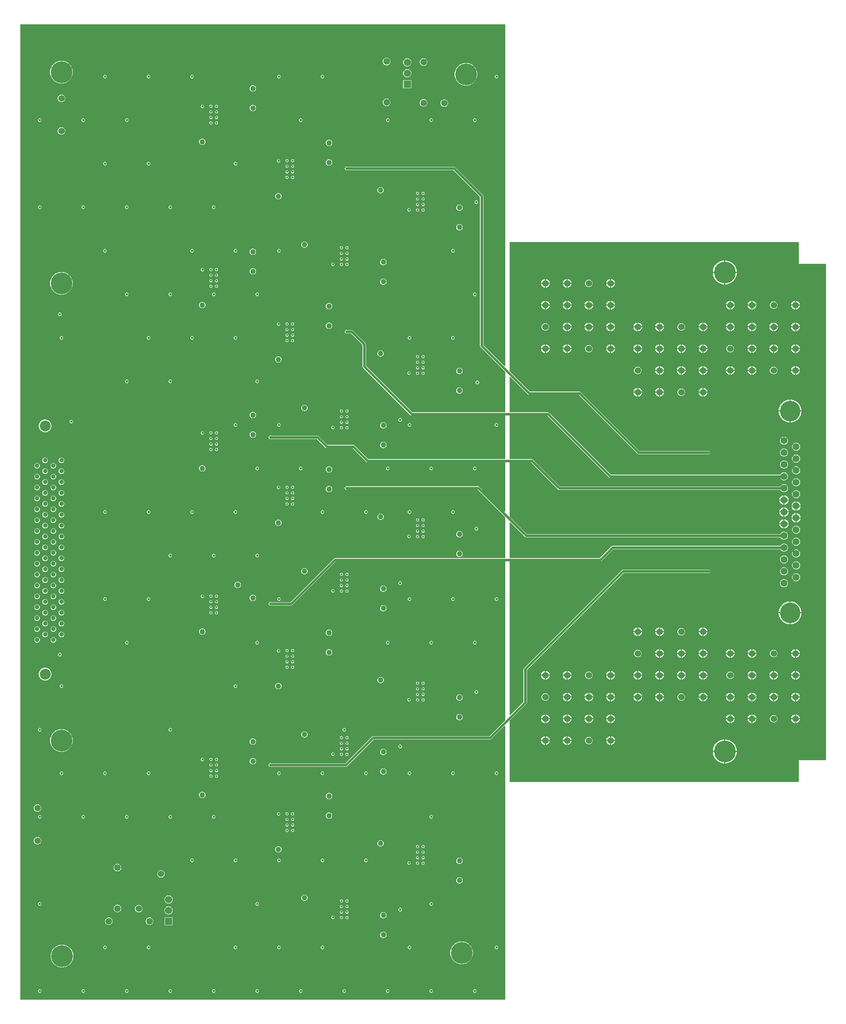
<source format=gbr>
%TF.GenerationSoftware,Altium Limited,Altium Designer,25.0.2 (28)*%
G04 Layer_Physical_Order=3*
G04 Layer_Color=39423*
%FSLAX45Y45*%
%MOMM*%
%TF.SameCoordinates,B88DCB4E-FD68-4634-876E-9F1E0B8218E1*%
%TF.FilePolarity,Positive*%
%TF.FileFunction,Copper,L3,Inr,Signal*%
%TF.Part,Single*%
G01*
G75*
%TA.AperFunction,Conductor*%
%ADD22C,0.55880*%
%TA.AperFunction,ViaPad*%
%ADD31C,1.52400*%
%TA.AperFunction,ComponentPad*%
%ADD32C,1.55000*%
%TA.AperFunction,ViaPad*%
%ADD33C,5.08000*%
%TA.AperFunction,ComponentPad*%
%ADD34C,1.70000*%
%ADD35R,1.70000X1.70000*%
%ADD36C,1.06680*%
%ADD37C,2.54000*%
%ADD38C,1.52400*%
%ADD39C,1.65000*%
%ADD40C,4.80000*%
%TA.AperFunction,ViaPad*%
%ADD41C,0.60960*%
%ADD42C,0.55880*%
%ADD43C,1.27000*%
%ADD44C,0.50000*%
G36*
X13919200Y18648888D02*
X13900427Y18641112D01*
X13411948Y19129591D01*
Y22606000D01*
X13408989Y22620866D01*
X13400569Y22633469D01*
X12752869Y23281169D01*
X12740266Y23289589D01*
X12725400Y23292548D01*
X10223214D01*
X10218884Y23294341D01*
X10202716D01*
X10187779Y23288153D01*
X10176347Y23276721D01*
X10170160Y23261784D01*
Y23245616D01*
X10176347Y23230679D01*
X10187779Y23219247D01*
X10202716Y23213060D01*
X10218884D01*
X10223214Y23214853D01*
X12709309D01*
X13334253Y22589909D01*
Y19113499D01*
X13337212Y19098634D01*
X13345631Y19086031D01*
X13919200Y18512463D01*
Y17564847D01*
X11750891D01*
X10668747Y18646991D01*
Y19151601D01*
X10665789Y19166466D01*
X10657369Y19179070D01*
X10365269Y19471169D01*
X10352666Y19479588D01*
X10337800Y19482547D01*
X10223214D01*
X10218884Y19484340D01*
X10202716D01*
X10187779Y19478152D01*
X10176347Y19466721D01*
X10170160Y19451784D01*
Y19435616D01*
X10176347Y19420679D01*
X10187779Y19409247D01*
X10202716Y19403059D01*
X10218884D01*
X10223214Y19404852D01*
X10321709D01*
X10591053Y19135509D01*
Y18630901D01*
X10594011Y18616034D01*
X10602431Y18603432D01*
X11707331Y17498531D01*
X11719934Y17490111D01*
X11734800Y17487154D01*
X13919200D01*
Y16472647D01*
X10722191D01*
X10403369Y16791469D01*
X10390766Y16799889D01*
X10375900Y16802847D01*
X9769691D01*
X9565169Y17007368D01*
X9552566Y17015788D01*
X9537700Y17018747D01*
X8445214D01*
X8440884Y17020540D01*
X8424716D01*
X8409779Y17014352D01*
X8398347Y17002921D01*
X8392160Y16987984D01*
Y16971815D01*
X8398347Y16956879D01*
X8409779Y16945447D01*
X8424716Y16939259D01*
X8440884D01*
X8445214Y16941052D01*
X9521609D01*
X9726131Y16736531D01*
X9738734Y16728111D01*
X9753600Y16725153D01*
X10359809D01*
X10678631Y16406331D01*
X10691234Y16397911D01*
X10706100Y16394952D01*
X13919200D01*
Y15258270D01*
X13900427Y15250494D01*
X13324654Y15826270D01*
X13312050Y15834689D01*
X13297185Y15837646D01*
X10223214D01*
X10218884Y15839439D01*
X10202716D01*
X10187779Y15833253D01*
X10176347Y15821822D01*
X10170160Y15806883D01*
Y15790717D01*
X10176347Y15775780D01*
X10187779Y15764346D01*
X10202716Y15758160D01*
X10218884D01*
X10223214Y15759953D01*
X13281094D01*
X13919200Y15121848D01*
Y14161247D01*
X9944100D01*
X9929234Y14158289D01*
X9916631Y14149869D01*
X8899309Y13132547D01*
X8445214D01*
X8440884Y13134340D01*
X8424716D01*
X8409779Y13128152D01*
X8398347Y13116721D01*
X8392160Y13101784D01*
Y13085616D01*
X8398347Y13070679D01*
X8409779Y13059247D01*
X8424716Y13053059D01*
X8440884D01*
X8445214Y13054852D01*
X8915400D01*
X8930266Y13057811D01*
X8942869Y13066231D01*
X9960191Y14083553D01*
X13919200D01*
Y10380037D01*
X13547508Y10008347D01*
X10833100D01*
X10818234Y10005389D01*
X10805631Y9996969D01*
X10182009Y9373347D01*
X8445214D01*
X8440884Y9375140D01*
X8424716D01*
X8409779Y9368953D01*
X8398347Y9357521D01*
X8392160Y9342584D01*
Y9326416D01*
X8398347Y9311479D01*
X8409779Y9300047D01*
X8424716Y9293860D01*
X8440884D01*
X8445214Y9295653D01*
X10198100D01*
X10212966Y9298611D01*
X10225569Y9307031D01*
X10849191Y9930653D01*
X13563600D01*
X13578465Y9933611D01*
X13591069Y9942031D01*
X13900427Y10251389D01*
X13919200Y10243613D01*
Y3860800D01*
X2590800D01*
Y26619199D01*
X13919200D01*
Y18648888D01*
D02*
G37*
G36*
X20777200Y21031200D02*
X21412199D01*
Y9448800D01*
X20777200D01*
Y8940800D01*
X14020799D01*
Y10371763D01*
X14416570Y10767531D01*
X14424989Y10780134D01*
X14427946Y10795000D01*
Y11553609D01*
X16690491Y13816154D01*
X18669000D01*
X18672758Y13816901D01*
X18676579D01*
X18680109Y13818364D01*
X18683865Y13819112D01*
X18687051Y13821239D01*
X18690582Y13822702D01*
X18693285Y13825404D01*
X18696469Y13827531D01*
X18698596Y13830716D01*
X18701300Y13833418D01*
X18702763Y13836951D01*
X18704889Y13840134D01*
X18705637Y13843889D01*
X18707100Y13847423D01*
Y13851247D01*
X18707848Y13855000D01*
X18707100Y13858752D01*
Y13862579D01*
X18705635Y13866116D01*
X18704889Y13869865D01*
X18702765Y13873045D01*
X18701300Y13876582D01*
X18698592Y13879291D01*
X18696469Y13882469D01*
X18693291Y13884592D01*
X18690582Y13887302D01*
X18687044Y13888766D01*
X18683865Y13890891D01*
X18680118Y13891635D01*
X18676579Y13893102D01*
X18672748D01*
X18669000Y13893848D01*
X16674400D01*
X16659534Y13890891D01*
X16646931Y13882469D01*
X14361630Y11597169D01*
X14353210Y11584566D01*
X14350253Y11569700D01*
Y10811091D01*
X14039574Y10500411D01*
X14020799Y10508187D01*
Y14083553D01*
X16141701D01*
X16156566Y14086511D01*
X16169170Y14094931D01*
X16444391Y14370154D01*
X20347633D01*
X20358054Y14352106D01*
X20375305Y14334854D01*
X20396434Y14322655D01*
X20420001Y14316341D01*
X20444398D01*
X20467966Y14322655D01*
X20489095Y14334854D01*
X20506346Y14352106D01*
X20518546Y14373235D01*
X20524860Y14396802D01*
Y14421199D01*
X20518546Y14444766D01*
X20506346Y14465895D01*
X20489095Y14483147D01*
X20467966Y14495345D01*
X20444398Y14501660D01*
X20420001D01*
X20396434Y14495345D01*
X20375305Y14483147D01*
X20358054Y14465895D01*
X20347633Y14447847D01*
X16428300D01*
X16413434Y14444890D01*
X16400832Y14436469D01*
X16125609Y14161247D01*
X14020799D01*
Y14993697D01*
X14039574Y15001474D01*
X14382516Y14658533D01*
X14395119Y14650111D01*
X14409984Y14647154D01*
X20347633D01*
X20358054Y14629106D01*
X20375305Y14611855D01*
X20396434Y14599655D01*
X20420001Y14593340D01*
X20444398D01*
X20467966Y14599655D01*
X20489095Y14611855D01*
X20506346Y14629106D01*
X20518546Y14650235D01*
X20524860Y14673801D01*
Y14698199D01*
X20518546Y14721767D01*
X20506346Y14742896D01*
X20489095Y14760147D01*
X20467966Y14772345D01*
X20444398Y14778661D01*
X20420001D01*
X20396434Y14772345D01*
X20375305Y14760147D01*
X20358054Y14742896D01*
X20347633Y14724847D01*
X14426076D01*
X14020799Y15130121D01*
Y16394952D01*
X14525409D01*
X15153831Y15766531D01*
X15166434Y15758112D01*
X15181300Y15755154D01*
X20347633D01*
X20358054Y15737106D01*
X20375305Y15719855D01*
X20396434Y15707655D01*
X20420001Y15701340D01*
X20444398D01*
X20467966Y15707655D01*
X20489095Y15719855D01*
X20506346Y15737106D01*
X20518546Y15758235D01*
X20524860Y15781801D01*
Y15806200D01*
X20518546Y15829765D01*
X20506346Y15850896D01*
X20489095Y15868147D01*
X20467966Y15880345D01*
X20444398Y15886659D01*
X20420001D01*
X20396434Y15880345D01*
X20375305Y15868147D01*
X20358054Y15850896D01*
X20347633Y15832848D01*
X15197391D01*
X14568970Y16461269D01*
X14556366Y16469688D01*
X14541499Y16472647D01*
X14020799D01*
Y17487154D01*
X14906409D01*
X16350031Y16043532D01*
X16362634Y16035110D01*
X16377499Y16032153D01*
X20347633D01*
X20358054Y16014107D01*
X20375305Y15996854D01*
X20396434Y15984656D01*
X20420001Y15978340D01*
X20444398D01*
X20467966Y15984656D01*
X20489095Y15996854D01*
X20506346Y16014107D01*
X20518546Y16035236D01*
X20524860Y16058801D01*
Y16083199D01*
X20518546Y16106766D01*
X20506346Y16127895D01*
X20489095Y16145148D01*
X20467966Y16157346D01*
X20444398Y16163660D01*
X20420001D01*
X20396434Y16157346D01*
X20375305Y16145148D01*
X20358054Y16127895D01*
X20347633Y16109846D01*
X16393591D01*
X14949969Y17553468D01*
X14937366Y17561890D01*
X14922501Y17564847D01*
X14020799D01*
Y18384312D01*
X14039574Y18392088D01*
X14450531Y17981131D01*
X14463133Y17972711D01*
X14478000Y17969753D01*
X15643008D01*
X17015230Y16597533D01*
X17027834Y16589111D01*
X17042699Y16586156D01*
X18669000D01*
X18672752Y16586900D01*
X18676579D01*
X18680113Y16588365D01*
X18683865Y16589111D01*
X18687047Y16591237D01*
X18690582Y16592702D01*
X18693288Y16595407D01*
X18696469Y16597533D01*
X18698595Y16600714D01*
X18701300Y16603419D01*
X18702763Y16606953D01*
X18704889Y16610135D01*
X18705637Y16613889D01*
X18707100Y16617422D01*
Y16621248D01*
X18707848Y16625002D01*
X18707100Y16628754D01*
Y16632581D01*
X18705637Y16636115D01*
X18704889Y16639867D01*
X18702763Y16643048D01*
X18701300Y16646584D01*
X18698595Y16649287D01*
X18696469Y16652470D01*
X18693288Y16654594D01*
X18690582Y16657301D01*
X18687047Y16658765D01*
X18683865Y16660890D01*
X18680113Y16661636D01*
X18676579Y16663101D01*
X18672752D01*
X18669000Y16663847D01*
X17058791D01*
X15686569Y18036069D01*
X15673965Y18044489D01*
X15659100Y18047447D01*
X14494090D01*
X14020799Y18520737D01*
Y21539200D01*
X20777200D01*
Y21031200D01*
D02*
G37*
%LPC*%
G36*
X11162141Y25837659D02*
X11139059D01*
X11116764Y25831686D01*
X11096776Y25820145D01*
X11080455Y25803824D01*
X11068914Y25783835D01*
X11062940Y25761542D01*
Y25738458D01*
X11068914Y25716165D01*
X11080455Y25696176D01*
X11096776Y25679855D01*
X11116764Y25668314D01*
X11139059Y25662341D01*
X11162141D01*
X11184436Y25668314D01*
X11204424Y25679855D01*
X11220745Y25696176D01*
X11232286Y25716165D01*
X11238260Y25738458D01*
Y25761542D01*
X11232286Y25783835D01*
X11220745Y25803824D01*
X11204424Y25820145D01*
X11184436Y25831686D01*
X11162141Y25837659D01*
D02*
G37*
G36*
X12025741Y25824960D02*
X12002659D01*
X11980364Y25818985D01*
X11960376Y25807446D01*
X11944055Y25791125D01*
X11932514Y25771136D01*
X11926540Y25748840D01*
Y25725760D01*
X11932514Y25703464D01*
X11944055Y25683475D01*
X11960376Y25667154D01*
X11980364Y25655615D01*
X12002659Y25649640D01*
X12025741D01*
X12048036Y25655615D01*
X12068024Y25667154D01*
X12084345Y25683475D01*
X12095886Y25703464D01*
X12101860Y25725760D01*
Y25748840D01*
X12095886Y25771136D01*
X12084345Y25791125D01*
X12068024Y25807446D01*
X12048036Y25818985D01*
X12025741Y25824960D01*
D02*
G37*
G36*
X11645728Y25825360D02*
X11620672D01*
X11596470Y25818875D01*
X11574770Y25806348D01*
X11557053Y25788629D01*
X11544525Y25766931D01*
X11538040Y25742728D01*
Y25717673D01*
X11544525Y25693469D01*
X11557053Y25671771D01*
X11574770Y25654053D01*
X11596470Y25641525D01*
X11620672Y25635040D01*
X11645728D01*
X11669930Y25641525D01*
X11691630Y25654053D01*
X11709347Y25671771D01*
X11721875Y25693469D01*
X11728360Y25717673D01*
Y25742728D01*
X11721875Y25766931D01*
X11709347Y25788629D01*
X11691630Y25806348D01*
X11669930Y25818875D01*
X11645728Y25825360D01*
D02*
G37*
G36*
Y25571359D02*
X11620672D01*
X11596470Y25564874D01*
X11574770Y25552347D01*
X11557053Y25534630D01*
X11544525Y25512930D01*
X11538040Y25488728D01*
Y25463672D01*
X11544525Y25439470D01*
X11557053Y25417770D01*
X11574770Y25400053D01*
X11596470Y25387524D01*
X11620672Y25381039D01*
X11645728D01*
X11669930Y25387524D01*
X11691630Y25400053D01*
X11709347Y25417770D01*
X11721875Y25439470D01*
X11728360Y25463672D01*
Y25488728D01*
X11721875Y25512930D01*
X11709347Y25534630D01*
X11691630Y25552347D01*
X11669930Y25564874D01*
X11645728Y25571359D01*
D02*
G37*
G36*
X13724084Y25440640D02*
X13707916D01*
X13692979Y25434453D01*
X13681548Y25423021D01*
X13675360Y25408084D01*
Y25391916D01*
X13681548Y25376979D01*
X13692979Y25365547D01*
X13707916Y25359360D01*
X13724084D01*
X13739021Y25365547D01*
X13750453Y25376979D01*
X13756641Y25391916D01*
Y25408084D01*
X13750453Y25423021D01*
X13739021Y25434453D01*
X13724084Y25440640D01*
D02*
G37*
G36*
X9660084D02*
X9643916D01*
X9628979Y25434453D01*
X9617547Y25423021D01*
X9611360Y25408084D01*
Y25391916D01*
X9617547Y25376979D01*
X9628979Y25365547D01*
X9643916Y25359360D01*
X9660084D01*
X9675021Y25365547D01*
X9686453Y25376979D01*
X9692640Y25391916D01*
Y25408084D01*
X9686453Y25423021D01*
X9675021Y25434453D01*
X9660084Y25440640D01*
D02*
G37*
G36*
X8644084D02*
X8627916D01*
X8612979Y25434453D01*
X8601547Y25423021D01*
X8595360Y25408084D01*
Y25391916D01*
X8601547Y25376979D01*
X8612979Y25365547D01*
X8627916Y25359360D01*
X8644084D01*
X8659021Y25365547D01*
X8670453Y25376979D01*
X8676640Y25391916D01*
Y25408084D01*
X8670453Y25423021D01*
X8659021Y25434453D01*
X8644084Y25440640D01*
D02*
G37*
G36*
X6612084D02*
X6595916D01*
X6580979Y25434453D01*
X6569547Y25423021D01*
X6563360Y25408084D01*
Y25391916D01*
X6569547Y25376979D01*
X6580979Y25365547D01*
X6595916Y25359360D01*
X6612084D01*
X6627021Y25365547D01*
X6638453Y25376979D01*
X6644640Y25391916D01*
Y25408084D01*
X6638453Y25423021D01*
X6627021Y25434453D01*
X6612084Y25440640D01*
D02*
G37*
G36*
X5596084D02*
X5579916D01*
X5564979Y25434453D01*
X5553547Y25423021D01*
X5547360Y25408084D01*
Y25391916D01*
X5553547Y25376979D01*
X5564979Y25365547D01*
X5579916Y25359360D01*
X5596084D01*
X5611021Y25365547D01*
X5622453Y25376979D01*
X5628640Y25391916D01*
Y25408084D01*
X5622453Y25423021D01*
X5611021Y25434453D01*
X5596084Y25440640D01*
D02*
G37*
G36*
X4580084D02*
X4563916D01*
X4548979Y25434453D01*
X4537547Y25423021D01*
X4531360Y25408084D01*
Y25391916D01*
X4537547Y25376979D01*
X4548979Y25365547D01*
X4563916Y25359360D01*
X4580084D01*
X4595021Y25365547D01*
X4606453Y25376979D01*
X4612640Y25391916D01*
Y25408084D01*
X4606453Y25423021D01*
X4595021Y25434453D01*
X4580084Y25440640D01*
D02*
G37*
G36*
X3576790Y25765759D02*
X3535210D01*
X3494142Y25759256D01*
X3454598Y25746408D01*
X3417550Y25727530D01*
X3383911Y25703091D01*
X3354510Y25673688D01*
X3330070Y25640051D01*
X3311193Y25603003D01*
X3298344Y25563458D01*
X3291840Y25522391D01*
Y25480811D01*
X3298344Y25439742D01*
X3311193Y25400198D01*
X3330070Y25363150D01*
X3354510Y25329510D01*
X3383911Y25300110D01*
X3417550Y25275670D01*
X3454598Y25256793D01*
X3494142Y25243944D01*
X3535210Y25237440D01*
X3576790D01*
X3617858Y25243944D01*
X3657402Y25256793D01*
X3694450Y25275670D01*
X3728089Y25300110D01*
X3757490Y25329510D01*
X3781930Y25363150D01*
X3800807Y25400198D01*
X3813656Y25439742D01*
X3820160Y25480811D01*
Y25522391D01*
X3813656Y25563458D01*
X3800807Y25603003D01*
X3781930Y25640051D01*
X3757490Y25673688D01*
X3728089Y25703091D01*
X3694450Y25727530D01*
X3657402Y25746408D01*
X3617858Y25759256D01*
X3576790Y25765759D01*
D02*
G37*
G36*
X13025591Y25714960D02*
X12984010D01*
X12942941Y25708456D01*
X12903398Y25695609D01*
X12866350Y25676730D01*
X12832710Y25652289D01*
X12803310Y25622888D01*
X12778870Y25589250D01*
X12759993Y25552202D01*
X12747144Y25512659D01*
X12740640Y25471590D01*
Y25430009D01*
X12747144Y25388942D01*
X12759993Y25349397D01*
X12778870Y25312350D01*
X12803310Y25278711D01*
X12832710Y25249310D01*
X12866350Y25224870D01*
X12903398Y25205994D01*
X12942941Y25193144D01*
X12984010Y25186639D01*
X13025591D01*
X13066658Y25193144D01*
X13106203Y25205994D01*
X13143250Y25224870D01*
X13176889Y25249310D01*
X13206290Y25278711D01*
X13230730Y25312350D01*
X13249606Y25349397D01*
X13262456Y25388942D01*
X13268961Y25430009D01*
Y25471590D01*
X13262456Y25512659D01*
X13249606Y25552202D01*
X13230730Y25589250D01*
X13206290Y25622888D01*
X13176889Y25652289D01*
X13143250Y25676730D01*
X13106203Y25695609D01*
X13066658Y25708456D01*
X13025591Y25714960D01*
D02*
G37*
G36*
X11728360Y25317360D02*
X11538040D01*
Y25127040D01*
X11728360D01*
Y25317360D01*
D02*
G37*
G36*
X8036097Y25194260D02*
X8016703D01*
X7997968Y25189240D01*
X7981172Y25179543D01*
X7967458Y25165828D01*
X7957760Y25149033D01*
X7952740Y25130296D01*
Y25110902D01*
X7957760Y25092168D01*
X7967458Y25075372D01*
X7981172Y25061658D01*
X7997968Y25051961D01*
X8016703Y25046941D01*
X8036097D01*
X8054832Y25051961D01*
X8071628Y25061658D01*
X8085342Y25075372D01*
X8095040Y25092168D01*
X8100060Y25110902D01*
Y25130296D01*
X8095040Y25149033D01*
X8085342Y25165828D01*
X8071628Y25179543D01*
X8054832Y25189240D01*
X8036097Y25194260D01*
D02*
G37*
G36*
X3567370Y24978360D02*
X3544630D01*
X3522666Y24972475D01*
X3502974Y24961105D01*
X3486895Y24945026D01*
X3475525Y24925334D01*
X3469640Y24903371D01*
Y24880630D01*
X3475525Y24858665D01*
X3486895Y24838974D01*
X3502974Y24822894D01*
X3522666Y24811525D01*
X3544630Y24805640D01*
X3567370D01*
X3589334Y24811525D01*
X3609026Y24822894D01*
X3625105Y24838974D01*
X3636475Y24858665D01*
X3642360Y24880630D01*
Y24903371D01*
X3636475Y24925334D01*
X3625105Y24945026D01*
X3609026Y24961105D01*
X3589334Y24972475D01*
X3567370Y24978360D01*
D02*
G37*
G36*
X11162141Y24883659D02*
X11139059D01*
X11116764Y24877686D01*
X11096776Y24866145D01*
X11080455Y24849825D01*
X11068914Y24829836D01*
X11062940Y24807541D01*
Y24784459D01*
X11068914Y24762164D01*
X11080455Y24742175D01*
X11096776Y24725854D01*
X11116764Y24714314D01*
X11139059Y24708340D01*
X11162141D01*
X11184436Y24714314D01*
X11204424Y24725854D01*
X11220745Y24742175D01*
X11232286Y24762164D01*
X11238260Y24784459D01*
Y24807541D01*
X11232286Y24829836D01*
X11220745Y24849825D01*
X11204424Y24866145D01*
X11184436Y24877686D01*
X11162141Y24883659D01*
D02*
G37*
G36*
X12025741Y24870959D02*
X12002659D01*
X11980364Y24864986D01*
X11960376Y24853445D01*
X11944055Y24837125D01*
X11932514Y24817136D01*
X11926540Y24794841D01*
Y24771759D01*
X11932514Y24749464D01*
X11944055Y24729475D01*
X11960376Y24713155D01*
X11980364Y24701614D01*
X12002659Y24695641D01*
X12025741D01*
X12048036Y24701614D01*
X12068024Y24713155D01*
X12084345Y24729475D01*
X12095886Y24749464D01*
X12101860Y24771759D01*
Y24794841D01*
X12095886Y24817136D01*
X12084345Y24837125D01*
X12068024Y24853445D01*
X12048036Y24864986D01*
X12025741Y24870959D01*
D02*
G37*
G36*
X12508170Y24864059D02*
X12485430D01*
X12463466Y24858176D01*
X12443774Y24846805D01*
X12427695Y24830727D01*
X12416325Y24811034D01*
X12410440Y24789070D01*
Y24766330D01*
X12416325Y24744366D01*
X12427695Y24724673D01*
X12443774Y24708595D01*
X12463466Y24697224D01*
X12485430Y24691341D01*
X12508170D01*
X12530134Y24697224D01*
X12549826Y24708595D01*
X12565905Y24724673D01*
X12577275Y24744366D01*
X12583160Y24766330D01*
Y24789070D01*
X12577275Y24811034D01*
X12565905Y24830727D01*
X12549826Y24846805D01*
X12530134Y24858176D01*
X12508170Y24864059D01*
D02*
G37*
G36*
X7183994Y24741161D02*
X7170006D01*
X7157083Y24735806D01*
X7147193Y24725917D01*
X7141840Y24712994D01*
Y24699007D01*
X7147193Y24686082D01*
X7157083Y24676193D01*
X7170006Y24670840D01*
X7183994D01*
X7196917Y24676193D01*
X7206807Y24686082D01*
X7212160Y24699007D01*
Y24712994D01*
X7206807Y24725917D01*
X7196917Y24735806D01*
X7183994Y24741161D01*
D02*
G37*
G36*
X7053994D02*
X7040006D01*
X7027083Y24735806D01*
X7017193Y24725917D01*
X7011840Y24712994D01*
Y24699007D01*
X7017193Y24686082D01*
X7027083Y24676193D01*
X7040006Y24670840D01*
X7053994D01*
X7066917Y24676193D01*
X7076807Y24686082D01*
X7082160Y24699007D01*
Y24712994D01*
X7076807Y24725917D01*
X7066917Y24735806D01*
X7053994Y24741161D01*
D02*
G37*
G36*
X6857078Y24739600D02*
X6841921D01*
X6827918Y24733800D01*
X6817200Y24723082D01*
X6811400Y24709079D01*
Y24693921D01*
X6817200Y24679918D01*
X6827918Y24669200D01*
X6841921Y24663400D01*
X6857078D01*
X6871082Y24669200D01*
X6881800Y24679918D01*
X6887600Y24693921D01*
Y24709079D01*
X6881800Y24723082D01*
X6871082Y24733800D01*
X6857078Y24739600D01*
D02*
G37*
G36*
X8036097Y24737061D02*
X8016703D01*
X7997968Y24732040D01*
X7981172Y24722342D01*
X7967458Y24708627D01*
X7957760Y24691832D01*
X7952740Y24673097D01*
Y24653703D01*
X7957760Y24634969D01*
X7967458Y24618172D01*
X7981172Y24604459D01*
X7997968Y24594760D01*
X8016703Y24589740D01*
X8036097D01*
X8054832Y24594760D01*
X8071628Y24604459D01*
X8085342Y24618172D01*
X8095040Y24634969D01*
X8100060Y24653703D01*
Y24673097D01*
X8095040Y24691832D01*
X8085342Y24708627D01*
X8071628Y24722342D01*
X8054832Y24732040D01*
X8036097Y24737061D01*
D02*
G37*
G36*
X7183994Y24611160D02*
X7170006D01*
X7157083Y24605807D01*
X7147193Y24595917D01*
X7141840Y24582994D01*
Y24569006D01*
X7147193Y24556084D01*
X7157083Y24546193D01*
X7170006Y24540840D01*
X7183994D01*
X7196917Y24546193D01*
X7206807Y24556084D01*
X7212160Y24569006D01*
Y24582994D01*
X7206807Y24595917D01*
X7196917Y24605807D01*
X7183994Y24611160D01*
D02*
G37*
G36*
X7053994D02*
X7040006D01*
X7027083Y24605807D01*
X7017193Y24595917D01*
X7011840Y24582994D01*
Y24569006D01*
X7017193Y24556084D01*
X7027083Y24546193D01*
X7040006Y24540840D01*
X7053994D01*
X7066917Y24546193D01*
X7076807Y24556084D01*
X7082160Y24569006D01*
Y24582994D01*
X7076807Y24595917D01*
X7066917Y24605807D01*
X7053994Y24611160D01*
D02*
G37*
G36*
X7183994Y24481160D02*
X7170006D01*
X7157083Y24475807D01*
X7147193Y24465916D01*
X7141840Y24452994D01*
Y24439006D01*
X7147193Y24426083D01*
X7157083Y24416193D01*
X7170006Y24410840D01*
X7183994D01*
X7196917Y24416193D01*
X7206807Y24426083D01*
X7212160Y24439006D01*
Y24452994D01*
X7206807Y24465916D01*
X7196917Y24475807D01*
X7183994Y24481160D01*
D02*
G37*
G36*
X7053994D02*
X7040006D01*
X7027083Y24475807D01*
X7017193Y24465916D01*
X7011840Y24452994D01*
Y24439006D01*
X7017193Y24426083D01*
X7027083Y24416193D01*
X7040006Y24410840D01*
X7053994D01*
X7066917Y24416193D01*
X7076807Y24426083D01*
X7082160Y24439006D01*
Y24452994D01*
X7076807Y24465916D01*
X7066917Y24475807D01*
X7053994Y24481160D01*
D02*
G37*
G36*
X13216084Y24424640D02*
X13199916D01*
X13184979Y24418452D01*
X13173547Y24407021D01*
X13167360Y24392084D01*
Y24375916D01*
X13173547Y24360979D01*
X13184979Y24349547D01*
X13199916Y24343359D01*
X13216084D01*
X13231021Y24349547D01*
X13242453Y24360979D01*
X13248640Y24375916D01*
Y24392084D01*
X13242453Y24407021D01*
X13231021Y24418452D01*
X13216084Y24424640D01*
D02*
G37*
G36*
X12200084D02*
X12183916D01*
X12168979Y24418452D01*
X12157547Y24407021D01*
X12151360Y24392084D01*
Y24375916D01*
X12157547Y24360979D01*
X12168979Y24349547D01*
X12183916Y24343359D01*
X12200084D01*
X12215021Y24349547D01*
X12226453Y24360979D01*
X12232640Y24375916D01*
Y24392084D01*
X12226453Y24407021D01*
X12215021Y24418452D01*
X12200084Y24424640D01*
D02*
G37*
G36*
X11184084D02*
X11167916D01*
X11152979Y24418452D01*
X11141547Y24407021D01*
X11135360Y24392084D01*
Y24375916D01*
X11141547Y24360979D01*
X11152979Y24349547D01*
X11167916Y24343359D01*
X11184084D01*
X11199021Y24349547D01*
X11210453Y24360979D01*
X11216640Y24375916D01*
Y24392084D01*
X11210453Y24407021D01*
X11199021Y24418452D01*
X11184084Y24424640D01*
D02*
G37*
G36*
X9152084D02*
X9135916D01*
X9120979Y24418452D01*
X9109547Y24407021D01*
X9103360Y24392084D01*
Y24375916D01*
X9109547Y24360979D01*
X9120979Y24349547D01*
X9135916Y24343359D01*
X9152084D01*
X9167021Y24349547D01*
X9178453Y24360979D01*
X9184640Y24375916D01*
Y24392084D01*
X9178453Y24407021D01*
X9167021Y24418452D01*
X9152084Y24424640D01*
D02*
G37*
G36*
X5088084D02*
X5071916D01*
X5056979Y24418452D01*
X5045547Y24407021D01*
X5039360Y24392084D01*
Y24375916D01*
X5045547Y24360979D01*
X5056979Y24349547D01*
X5071916Y24343359D01*
X5088084D01*
X5103021Y24349547D01*
X5114453Y24360979D01*
X5120640Y24375916D01*
Y24392084D01*
X5114453Y24407021D01*
X5103021Y24418452D01*
X5088084Y24424640D01*
D02*
G37*
G36*
X4072084D02*
X4055916D01*
X4040979Y24418452D01*
X4029547Y24407021D01*
X4023360Y24392084D01*
Y24375916D01*
X4029547Y24360979D01*
X4040979Y24349547D01*
X4055916Y24343359D01*
X4072084D01*
X4087021Y24349547D01*
X4098453Y24360979D01*
X4104640Y24375916D01*
Y24392084D01*
X4098453Y24407021D01*
X4087021Y24418452D01*
X4072084Y24424640D01*
D02*
G37*
G36*
X3056084D02*
X3039916D01*
X3024979Y24418452D01*
X3013547Y24407021D01*
X3007360Y24392084D01*
Y24375916D01*
X3013547Y24360979D01*
X3024979Y24349547D01*
X3039916Y24343359D01*
X3056084D01*
X3071021Y24349547D01*
X3082453Y24360979D01*
X3088640Y24375916D01*
Y24392084D01*
X3082453Y24407021D01*
X3071021Y24418452D01*
X3056084Y24424640D01*
D02*
G37*
G36*
X7183994Y24351160D02*
X7170006D01*
X7157083Y24345807D01*
X7147193Y24335918D01*
X7141840Y24322993D01*
Y24309006D01*
X7147193Y24296083D01*
X7157083Y24286192D01*
X7170006Y24280840D01*
X7183994D01*
X7196917Y24286192D01*
X7206807Y24296083D01*
X7212160Y24309006D01*
Y24322993D01*
X7206807Y24335918D01*
X7196917Y24345807D01*
X7183994Y24351160D01*
D02*
G37*
G36*
X7053994D02*
X7040006D01*
X7027083Y24345807D01*
X7017193Y24335918D01*
X7011840Y24322993D01*
Y24309006D01*
X7017193Y24296083D01*
X7027083Y24286192D01*
X7040006Y24280840D01*
X7053994D01*
X7066917Y24286192D01*
X7076807Y24296083D01*
X7082160Y24309006D01*
Y24322993D01*
X7076807Y24335918D01*
X7066917Y24345807D01*
X7053994Y24351160D01*
D02*
G37*
G36*
X3567370Y24216360D02*
X3544630D01*
X3522666Y24210475D01*
X3502974Y24199104D01*
X3486895Y24183026D01*
X3475525Y24163335D01*
X3469640Y24141370D01*
Y24118629D01*
X3475525Y24096666D01*
X3486895Y24076974D01*
X3502974Y24060895D01*
X3522666Y24049525D01*
X3544630Y24043640D01*
X3567370D01*
X3589334Y24049525D01*
X3609026Y24060895D01*
X3625105Y24076974D01*
X3636475Y24096666D01*
X3642360Y24118629D01*
Y24141370D01*
X3636475Y24163335D01*
X3625105Y24183026D01*
X3609026Y24199104D01*
X3589334Y24210475D01*
X3567370Y24216360D01*
D02*
G37*
G36*
X6854997Y23949660D02*
X6835603D01*
X6816868Y23944640D01*
X6800072Y23934943D01*
X6786358Y23921228D01*
X6776660Y23904433D01*
X6771640Y23885696D01*
Y23866302D01*
X6776660Y23847568D01*
X6786358Y23830772D01*
X6800072Y23817058D01*
X6816868Y23807359D01*
X6835603Y23802341D01*
X6854997D01*
X6873732Y23807359D01*
X6890528Y23817058D01*
X6904242Y23830772D01*
X6913940Y23847568D01*
X6918960Y23866302D01*
Y23885696D01*
X6913940Y23904433D01*
X6904242Y23921228D01*
X6890528Y23934943D01*
X6873732Y23944640D01*
X6854997Y23949660D01*
D02*
G37*
G36*
X9814097Y23924260D02*
X9794703D01*
X9775968Y23919240D01*
X9759172Y23909541D01*
X9745458Y23895828D01*
X9735760Y23879031D01*
X9730740Y23860297D01*
Y23840903D01*
X9735760Y23822168D01*
X9745458Y23805373D01*
X9759172Y23791658D01*
X9775968Y23781960D01*
X9794703Y23776939D01*
X9814097D01*
X9832832Y23781960D01*
X9849628Y23791658D01*
X9863342Y23805373D01*
X9873040Y23822168D01*
X9878060Y23840903D01*
Y23860297D01*
X9873040Y23879031D01*
X9863342Y23895828D01*
X9849628Y23909541D01*
X9832832Y23919240D01*
X9814097Y23924260D01*
D02*
G37*
G36*
X8961994Y23471159D02*
X8948006D01*
X8935083Y23465807D01*
X8925193Y23455917D01*
X8919840Y23442995D01*
Y23429005D01*
X8925193Y23416083D01*
X8935083Y23406194D01*
X8948006Y23400841D01*
X8961994D01*
X8974917Y23406194D01*
X8984807Y23416083D01*
X8990160Y23429005D01*
Y23442995D01*
X8984807Y23455917D01*
X8974917Y23465807D01*
X8961994Y23471159D01*
D02*
G37*
G36*
X8831994D02*
X8818006D01*
X8805083Y23465807D01*
X8795193Y23455917D01*
X8789840Y23442995D01*
Y23429005D01*
X8795193Y23416083D01*
X8805083Y23406194D01*
X8818006Y23400841D01*
X8831994D01*
X8844917Y23406194D01*
X8854807Y23416083D01*
X8860160Y23429005D01*
Y23442995D01*
X8854807Y23455917D01*
X8844917Y23465807D01*
X8831994Y23471159D01*
D02*
G37*
G36*
X8635078Y23469600D02*
X8619921D01*
X8605918Y23463800D01*
X8595200Y23453082D01*
X8589400Y23439079D01*
Y23423921D01*
X8595200Y23409918D01*
X8605918Y23399200D01*
X8619921Y23393401D01*
X8635078D01*
X8649082Y23399200D01*
X8659800Y23409918D01*
X8665600Y23423921D01*
Y23439079D01*
X8659800Y23453082D01*
X8649082Y23463800D01*
X8635078Y23469600D01*
D02*
G37*
G36*
X7628084Y23408640D02*
X7611916D01*
X7596979Y23402454D01*
X7585547Y23391022D01*
X7579360Y23376083D01*
Y23359917D01*
X7585547Y23344978D01*
X7596979Y23333546D01*
X7611916Y23327361D01*
X7628084D01*
X7643021Y23333546D01*
X7654453Y23344978D01*
X7660640Y23359917D01*
Y23376083D01*
X7654453Y23391022D01*
X7643021Y23402454D01*
X7628084Y23408640D01*
D02*
G37*
G36*
X5596084D02*
X5579916D01*
X5564979Y23402454D01*
X5553547Y23391022D01*
X5547360Y23376083D01*
Y23359917D01*
X5553547Y23344978D01*
X5564979Y23333546D01*
X5579916Y23327361D01*
X5596084D01*
X5611021Y23333546D01*
X5622453Y23344978D01*
X5628640Y23359917D01*
Y23376083D01*
X5622453Y23391022D01*
X5611021Y23402454D01*
X5596084Y23408640D01*
D02*
G37*
G36*
X4580084D02*
X4563916D01*
X4548979Y23402454D01*
X4537547Y23391022D01*
X4531360Y23376083D01*
Y23359917D01*
X4537547Y23344978D01*
X4548979Y23333546D01*
X4563916Y23327361D01*
X4580084D01*
X4595021Y23333546D01*
X4606453Y23344978D01*
X4612640Y23359917D01*
Y23376083D01*
X4606453Y23391022D01*
X4595021Y23402454D01*
X4580084Y23408640D01*
D02*
G37*
G36*
X9814097Y23467059D02*
X9794703D01*
X9775968Y23462041D01*
X9759172Y23452342D01*
X9745458Y23438628D01*
X9735760Y23421832D01*
X9730740Y23403098D01*
Y23383704D01*
X9735760Y23364967D01*
X9745458Y23348172D01*
X9759172Y23334457D01*
X9775968Y23324760D01*
X9794703Y23319740D01*
X9814097D01*
X9832832Y23324760D01*
X9849628Y23334457D01*
X9863342Y23348172D01*
X9873040Y23364967D01*
X9878060Y23383704D01*
Y23403098D01*
X9873040Y23421832D01*
X9863342Y23438628D01*
X9849628Y23452342D01*
X9832832Y23462041D01*
X9814097Y23467059D01*
D02*
G37*
G36*
X8961994Y23341161D02*
X8948006D01*
X8935083Y23335806D01*
X8925193Y23325917D01*
X8919840Y23312994D01*
Y23299007D01*
X8925193Y23286082D01*
X8935083Y23276193D01*
X8948006Y23270840D01*
X8961994D01*
X8974917Y23276193D01*
X8984807Y23286082D01*
X8990160Y23299007D01*
Y23312994D01*
X8984807Y23325917D01*
X8974917Y23335806D01*
X8961994Y23341161D01*
D02*
G37*
G36*
X8831994D02*
X8818006D01*
X8805083Y23335806D01*
X8795193Y23325917D01*
X8789840Y23312994D01*
Y23299007D01*
X8795193Y23286082D01*
X8805083Y23276193D01*
X8818006Y23270840D01*
X8831994D01*
X8844917Y23276193D01*
X8854807Y23286082D01*
X8860160Y23299007D01*
Y23312994D01*
X8854807Y23325917D01*
X8844917Y23335806D01*
X8831994Y23341161D01*
D02*
G37*
G36*
X8961994Y23211160D02*
X8948006D01*
X8935083Y23205807D01*
X8925193Y23195917D01*
X8919840Y23182994D01*
Y23169006D01*
X8925193Y23156084D01*
X8935083Y23146193D01*
X8948006Y23140840D01*
X8961994D01*
X8974917Y23146193D01*
X8984807Y23156084D01*
X8990160Y23169006D01*
Y23182994D01*
X8984807Y23195917D01*
X8974917Y23205807D01*
X8961994Y23211160D01*
D02*
G37*
G36*
X8831994D02*
X8818006D01*
X8805083Y23205807D01*
X8795193Y23195917D01*
X8789840Y23182994D01*
Y23169006D01*
X8795193Y23156084D01*
X8805083Y23146193D01*
X8818006Y23140840D01*
X8831994D01*
X8844917Y23146193D01*
X8854807Y23156084D01*
X8860160Y23169006D01*
Y23182994D01*
X8854807Y23195917D01*
X8844917Y23205807D01*
X8831994Y23211160D01*
D02*
G37*
G36*
X8961994Y23081160D02*
X8948006D01*
X8935083Y23075807D01*
X8925193Y23065916D01*
X8919840Y23052994D01*
Y23039006D01*
X8925193Y23026083D01*
X8935083Y23016193D01*
X8948006Y23010840D01*
X8961994D01*
X8974917Y23016193D01*
X8984807Y23026083D01*
X8990160Y23039006D01*
Y23052994D01*
X8984807Y23065916D01*
X8974917Y23075807D01*
X8961994Y23081160D01*
D02*
G37*
G36*
X8831994D02*
X8818006D01*
X8805083Y23075807D01*
X8795193Y23065916D01*
X8789840Y23052994D01*
Y23039006D01*
X8795193Y23026083D01*
X8805083Y23016193D01*
X8818006Y23010840D01*
X8831994D01*
X8844917Y23016193D01*
X8854807Y23026083D01*
X8860160Y23039006D01*
Y23052994D01*
X8854807Y23065916D01*
X8844917Y23075807D01*
X8831994Y23081160D01*
D02*
G37*
G36*
X11020597Y22819360D02*
X11001203D01*
X10982468Y22814340D01*
X10965672Y22804642D01*
X10951958Y22790929D01*
X10942260Y22774132D01*
X10937240Y22755397D01*
Y22736003D01*
X10942260Y22717268D01*
X10951958Y22700471D01*
X10965672Y22686758D01*
X10982468Y22677060D01*
X11001203Y22672040D01*
X11020597D01*
X11039332Y22677060D01*
X11056128Y22686758D01*
X11069842Y22700471D01*
X11079540Y22717268D01*
X11084560Y22736003D01*
Y22755397D01*
X11079540Y22774132D01*
X11069842Y22790929D01*
X11056128Y22804642D01*
X11039332Y22814340D01*
X11020597Y22819360D01*
D02*
G37*
G36*
X12009994Y22709160D02*
X11996006D01*
X11983083Y22703807D01*
X11973193Y22693916D01*
X11967840Y22680994D01*
Y22667006D01*
X11973193Y22654083D01*
X11983083Y22644193D01*
X11996006Y22638840D01*
X12009994D01*
X12022917Y22644193D01*
X12032807Y22654083D01*
X12038160Y22667006D01*
Y22680994D01*
X12032807Y22693916D01*
X12022917Y22703807D01*
X12009994Y22709160D01*
D02*
G37*
G36*
X11879994D02*
X11866006D01*
X11853083Y22703807D01*
X11843193Y22693916D01*
X11837840Y22680994D01*
Y22667006D01*
X11843193Y22654083D01*
X11853083Y22644193D01*
X11866006Y22638840D01*
X11879994D01*
X11892917Y22644193D01*
X11902807Y22654083D01*
X11908160Y22667006D01*
Y22680994D01*
X11902807Y22693916D01*
X11892917Y22703807D01*
X11879994Y22709160D01*
D02*
G37*
G36*
X8632997Y22679660D02*
X8613603D01*
X8594868Y22674640D01*
X8578072Y22664941D01*
X8564358Y22651228D01*
X8554660Y22634431D01*
X8549640Y22615697D01*
Y22596303D01*
X8554660Y22577568D01*
X8564358Y22560773D01*
X8578072Y22547058D01*
X8594868Y22537360D01*
X8613603Y22532339D01*
X8632997D01*
X8651732Y22537360D01*
X8668528Y22547058D01*
X8682242Y22560773D01*
X8691940Y22577568D01*
X8696960Y22596303D01*
Y22615697D01*
X8691940Y22634431D01*
X8682242Y22651228D01*
X8668528Y22664941D01*
X8651732Y22674640D01*
X8632997Y22679660D01*
D02*
G37*
G36*
X12009994Y22579160D02*
X11996006D01*
X11983083Y22573807D01*
X11973193Y22563918D01*
X11967840Y22550993D01*
Y22537006D01*
X11973193Y22524083D01*
X11983083Y22514194D01*
X11996006Y22508839D01*
X12009994D01*
X12022917Y22514194D01*
X12032807Y22524083D01*
X12038160Y22537006D01*
Y22550993D01*
X12032807Y22563918D01*
X12022917Y22573807D01*
X12009994Y22579160D01*
D02*
G37*
G36*
X11879994D02*
X11866006D01*
X11853083Y22573807D01*
X11843193Y22563918D01*
X11837840Y22550993D01*
Y22537006D01*
X11843193Y22524083D01*
X11853083Y22514194D01*
X11866006Y22508839D01*
X11879994D01*
X11892917Y22514194D01*
X11902807Y22524083D01*
X11908160Y22537006D01*
Y22550993D01*
X11902807Y22563918D01*
X11892917Y22573807D01*
X11879994Y22579160D01*
D02*
G37*
G36*
X13254184Y22506940D02*
X13238016D01*
X13223079Y22500752D01*
X13211647Y22489320D01*
X13205460Y22474384D01*
Y22458215D01*
X13211647Y22443279D01*
X13223079Y22431847D01*
X13238016Y22425661D01*
X13254184D01*
X13269121Y22431847D01*
X13280553Y22443279D01*
X13286740Y22458215D01*
Y22474384D01*
X13280553Y22489320D01*
X13269121Y22500752D01*
X13254184Y22506940D01*
D02*
G37*
G36*
X12009994Y22449159D02*
X11996006D01*
X11983083Y22443806D01*
X11973193Y22433917D01*
X11967840Y22420995D01*
Y22407005D01*
X11973193Y22394083D01*
X11983083Y22384193D01*
X11996006Y22378841D01*
X12009994D01*
X12022917Y22384193D01*
X12032807Y22394083D01*
X12038160Y22407005D01*
Y22420995D01*
X12032807Y22433917D01*
X12022917Y22443806D01*
X12009994Y22449159D01*
D02*
G37*
G36*
X11879994D02*
X11866006D01*
X11853083Y22443806D01*
X11843193Y22433917D01*
X11837840Y22420995D01*
Y22407005D01*
X11843193Y22394083D01*
X11853083Y22384193D01*
X11866006Y22378841D01*
X11879994D01*
X11892917Y22384193D01*
X11902807Y22394083D01*
X11908160Y22407005D01*
Y22420995D01*
X11902807Y22433917D01*
X11892917Y22443806D01*
X11879994Y22449159D01*
D02*
G37*
G36*
X7120084Y22392641D02*
X7103916D01*
X7088979Y22386453D01*
X7077547Y22375021D01*
X7071360Y22360085D01*
Y22343916D01*
X7077547Y22328979D01*
X7088979Y22317548D01*
X7103916Y22311360D01*
X7120084D01*
X7135021Y22317548D01*
X7146453Y22328979D01*
X7152640Y22343916D01*
Y22360085D01*
X7146453Y22375021D01*
X7135021Y22386453D01*
X7120084Y22392641D01*
D02*
G37*
G36*
X6104084D02*
X6087916D01*
X6072979Y22386453D01*
X6061547Y22375021D01*
X6055360Y22360085D01*
Y22343916D01*
X6061547Y22328979D01*
X6072979Y22317548D01*
X6087916Y22311360D01*
X6104084D01*
X6119021Y22317548D01*
X6130453Y22328979D01*
X6136640Y22343916D01*
Y22360085D01*
X6130453Y22375021D01*
X6119021Y22386453D01*
X6104084Y22392641D01*
D02*
G37*
G36*
X5088084D02*
X5071916D01*
X5056979Y22386453D01*
X5045547Y22375021D01*
X5039360Y22360085D01*
Y22343916D01*
X5045547Y22328979D01*
X5056979Y22317548D01*
X5071916Y22311360D01*
X5088084D01*
X5103021Y22317548D01*
X5114453Y22328979D01*
X5120640Y22343916D01*
Y22360085D01*
X5114453Y22375021D01*
X5103021Y22386453D01*
X5088084Y22392641D01*
D02*
G37*
G36*
X4072084D02*
X4055916D01*
X4040979Y22386453D01*
X4029547Y22375021D01*
X4023360Y22360085D01*
Y22343916D01*
X4029547Y22328979D01*
X4040979Y22317548D01*
X4055916Y22311360D01*
X4072084D01*
X4087021Y22317548D01*
X4098453Y22328979D01*
X4104640Y22343916D01*
Y22360085D01*
X4098453Y22375021D01*
X4087021Y22386453D01*
X4072084Y22392641D01*
D02*
G37*
G36*
X3056084D02*
X3039916D01*
X3024979Y22386453D01*
X3013547Y22375021D01*
X3007360Y22360085D01*
Y22343916D01*
X3013547Y22328979D01*
X3024979Y22317548D01*
X3039916Y22311360D01*
X3056084D01*
X3071021Y22317548D01*
X3082453Y22328979D01*
X3088640Y22343916D01*
Y22360085D01*
X3082453Y22375021D01*
X3071021Y22386453D01*
X3056084Y22392641D01*
D02*
G37*
G36*
X12862097Y22412959D02*
X12842703D01*
X12823969Y22407941D01*
X12807172Y22398242D01*
X12793458Y22384528D01*
X12783760Y22367732D01*
X12778740Y22348997D01*
Y22329604D01*
X12783760Y22310867D01*
X12793458Y22294072D01*
X12807172Y22280357D01*
X12823969Y22270660D01*
X12842703Y22265640D01*
X12862097D01*
X12880832Y22270660D01*
X12897627Y22280357D01*
X12911342Y22294072D01*
X12921040Y22310867D01*
X12926060Y22329604D01*
Y22348997D01*
X12921040Y22367732D01*
X12911342Y22384528D01*
X12897627Y22398242D01*
X12880832Y22407941D01*
X12862097Y22412959D01*
D02*
G37*
G36*
X11683078Y22326601D02*
X11667921D01*
X11653918Y22320799D01*
X11643200Y22310081D01*
X11637400Y22296078D01*
Y22280920D01*
X11643200Y22266917D01*
X11653918Y22256200D01*
X11667921Y22250400D01*
X11683078D01*
X11697082Y22256200D01*
X11707800Y22266917D01*
X11713600Y22280920D01*
Y22296078D01*
X11707800Y22310081D01*
X11697082Y22320799D01*
X11683078Y22326601D01*
D02*
G37*
G36*
X12009994Y22319160D02*
X11996006D01*
X11983083Y22313808D01*
X11973193Y22303917D01*
X11967840Y22290994D01*
Y22277007D01*
X11973193Y22264082D01*
X11983083Y22254193D01*
X11996006Y22248840D01*
X12009994D01*
X12022917Y22254193D01*
X12032807Y22264082D01*
X12038160Y22277007D01*
Y22290994D01*
X12032807Y22303917D01*
X12022917Y22313808D01*
X12009994Y22319160D01*
D02*
G37*
G36*
X11879994D02*
X11866006D01*
X11853083Y22313808D01*
X11843193Y22303917D01*
X11837840Y22290994D01*
Y22277007D01*
X11843193Y22264082D01*
X11853083Y22254193D01*
X11866006Y22248840D01*
X11879994D01*
X11892917Y22254193D01*
X11902807Y22264082D01*
X11908160Y22277007D01*
Y22290994D01*
X11902807Y22303917D01*
X11892917Y22313808D01*
X11879994Y22319160D01*
D02*
G37*
G36*
X12862097Y21955760D02*
X12842703D01*
X12823969Y21950740D01*
X12807172Y21941042D01*
X12793458Y21927328D01*
X12783760Y21910532D01*
X12778740Y21891797D01*
Y21872403D01*
X12783760Y21853668D01*
X12793458Y21836871D01*
X12807172Y21823158D01*
X12823969Y21813460D01*
X12842703Y21808440D01*
X12862097D01*
X12880832Y21813460D01*
X12897627Y21823158D01*
X12911342Y21836871D01*
X12921040Y21853668D01*
X12926060Y21872403D01*
Y21891797D01*
X12921040Y21910532D01*
X12911342Y21927328D01*
X12897627Y21941042D01*
X12880832Y21950740D01*
X12862097Y21955760D01*
D02*
G37*
G36*
X9242597Y21549361D02*
X9223203D01*
X9204468Y21544341D01*
X9187672Y21534642D01*
X9173958Y21520927D01*
X9164260Y21504132D01*
X9159240Y21485397D01*
Y21466003D01*
X9164260Y21447269D01*
X9173958Y21430472D01*
X9187672Y21416759D01*
X9204468Y21407060D01*
X9223203Y21402040D01*
X9242597D01*
X9261332Y21407060D01*
X9278128Y21416759D01*
X9291842Y21430472D01*
X9301540Y21447269D01*
X9306560Y21466003D01*
Y21485397D01*
X9301540Y21504132D01*
X9291842Y21520927D01*
X9278128Y21534642D01*
X9261332Y21544341D01*
X9242597Y21549361D01*
D02*
G37*
G36*
X10231994Y21439160D02*
X10218006D01*
X10205083Y21433807D01*
X10195193Y21423917D01*
X10189840Y21410994D01*
Y21397006D01*
X10195193Y21384084D01*
X10205083Y21374193D01*
X10218006Y21368840D01*
X10231994D01*
X10244917Y21374193D01*
X10254807Y21384084D01*
X10260160Y21397006D01*
Y21410994D01*
X10254807Y21423917D01*
X10244917Y21433807D01*
X10231994Y21439160D01*
D02*
G37*
G36*
X10101994D02*
X10088006D01*
X10075083Y21433807D01*
X10065193Y21423917D01*
X10059840Y21410994D01*
Y21397006D01*
X10065193Y21384084D01*
X10075083Y21374193D01*
X10088006Y21368840D01*
X10101994D01*
X10114917Y21374193D01*
X10124807Y21384084D01*
X10130160Y21397006D01*
Y21410994D01*
X10124807Y21423917D01*
X10114917Y21433807D01*
X10101994Y21439160D01*
D02*
G37*
G36*
X12708084Y21376640D02*
X12691916D01*
X12676979Y21370453D01*
X12665547Y21359021D01*
X12659360Y21344084D01*
Y21327916D01*
X12665547Y21312979D01*
X12676979Y21301547D01*
X12691916Y21295360D01*
X12708084D01*
X12723021Y21301547D01*
X12734453Y21312979D01*
X12740640Y21327916D01*
Y21344084D01*
X12734453Y21359021D01*
X12723021Y21370453D01*
X12708084Y21376640D01*
D02*
G37*
G36*
X8644084D02*
X8627916D01*
X8612979Y21370453D01*
X8601547Y21359021D01*
X8595360Y21344084D01*
Y21327916D01*
X8601547Y21312979D01*
X8612979Y21301547D01*
X8627916Y21295360D01*
X8644084D01*
X8659021Y21301547D01*
X8670453Y21312979D01*
X8676640Y21327916D01*
Y21344084D01*
X8670453Y21359021D01*
X8659021Y21370453D01*
X8644084Y21376640D01*
D02*
G37*
G36*
X7628084D02*
X7611916D01*
X7596979Y21370453D01*
X7585547Y21359021D01*
X7579360Y21344084D01*
Y21327916D01*
X7585547Y21312979D01*
X7596979Y21301547D01*
X7611916Y21295360D01*
X7628084D01*
X7643021Y21301547D01*
X7654453Y21312979D01*
X7660640Y21327916D01*
Y21344084D01*
X7654453Y21359021D01*
X7643021Y21370453D01*
X7628084Y21376640D01*
D02*
G37*
G36*
X6612084D02*
X6595916D01*
X6580979Y21370453D01*
X6569547Y21359021D01*
X6563360Y21344084D01*
Y21327916D01*
X6569547Y21312979D01*
X6580979Y21301547D01*
X6595916Y21295360D01*
X6612084D01*
X6627021Y21301547D01*
X6638453Y21312979D01*
X6644640Y21327916D01*
Y21344084D01*
X6638453Y21359021D01*
X6627021Y21370453D01*
X6612084Y21376640D01*
D02*
G37*
G36*
X4580084D02*
X4563916D01*
X4548979Y21370453D01*
X4537547Y21359021D01*
X4531360Y21344084D01*
Y21327916D01*
X4537547Y21312979D01*
X4548979Y21301547D01*
X4563916Y21295360D01*
X4580084D01*
X4595021Y21301547D01*
X4606453Y21312979D01*
X4612640Y21327916D01*
Y21344084D01*
X4606453Y21359021D01*
X4595021Y21370453D01*
X4580084Y21376640D01*
D02*
G37*
G36*
X10231994Y21309160D02*
X10218006D01*
X10205083Y21303807D01*
X10195193Y21293916D01*
X10189840Y21280994D01*
Y21267006D01*
X10195193Y21254083D01*
X10205083Y21244193D01*
X10218006Y21238840D01*
X10231994D01*
X10244917Y21244193D01*
X10254807Y21254083D01*
X10260160Y21267006D01*
Y21280994D01*
X10254807Y21293916D01*
X10244917Y21303807D01*
X10231994Y21309160D01*
D02*
G37*
G36*
X10101994D02*
X10088006D01*
X10075083Y21303807D01*
X10065193Y21293916D01*
X10059840Y21280994D01*
Y21267006D01*
X10065193Y21254083D01*
X10075083Y21244193D01*
X10088006Y21238840D01*
X10101994D01*
X10114917Y21244193D01*
X10124807Y21254083D01*
X10130160Y21267006D01*
Y21280994D01*
X10124807Y21293916D01*
X10114917Y21303807D01*
X10101994Y21309160D01*
D02*
G37*
G36*
X8036097Y21384261D02*
X8016703D01*
X7997968Y21379240D01*
X7981172Y21369542D01*
X7967458Y21355827D01*
X7957760Y21339032D01*
X7952740Y21320297D01*
Y21300903D01*
X7957760Y21282169D01*
X7967458Y21265372D01*
X7981172Y21251659D01*
X7997968Y21241960D01*
X8016703Y21236940D01*
X8036097D01*
X8054832Y21241960D01*
X8071628Y21251659D01*
X8085342Y21265372D01*
X8095040Y21282169D01*
X8100060Y21300903D01*
Y21320297D01*
X8095040Y21339032D01*
X8085342Y21355827D01*
X8071628Y21369542D01*
X8054832Y21379240D01*
X8036097Y21384261D01*
D02*
G37*
G36*
X10231994Y21179160D02*
X10218006D01*
X10205083Y21173807D01*
X10195193Y21163918D01*
X10189840Y21150993D01*
Y21137006D01*
X10195193Y21124083D01*
X10205083Y21114194D01*
X10218006Y21108839D01*
X10231994D01*
X10244917Y21114194D01*
X10254807Y21124083D01*
X10260160Y21137006D01*
Y21150993D01*
X10254807Y21163918D01*
X10244917Y21173807D01*
X10231994Y21179160D01*
D02*
G37*
G36*
X10101994D02*
X10088006D01*
X10075083Y21173807D01*
X10065193Y21163918D01*
X10059840Y21150993D01*
Y21137006D01*
X10065193Y21124083D01*
X10075083Y21114194D01*
X10088006Y21108839D01*
X10101994D01*
X10114917Y21114194D01*
X10124807Y21124083D01*
X10130160Y21137006D01*
Y21150993D01*
X10124807Y21163918D01*
X10114917Y21173807D01*
X10101994Y21179160D01*
D02*
G37*
G36*
X11084097Y21142960D02*
X11064703D01*
X11045968Y21137939D01*
X11029172Y21128242D01*
X11015458Y21114528D01*
X11005760Y21097733D01*
X11000740Y21078996D01*
Y21059602D01*
X11005760Y21040868D01*
X11015458Y21024072D01*
X11029172Y21010358D01*
X11045968Y21000661D01*
X11064703Y20995641D01*
X11084097D01*
X11102832Y21000661D01*
X11119628Y21010358D01*
X11133342Y21024072D01*
X11143040Y21040868D01*
X11148060Y21059602D01*
Y21078996D01*
X11143040Y21097733D01*
X11133342Y21114528D01*
X11119628Y21128242D01*
X11102832Y21137939D01*
X11084097Y21142960D01*
D02*
G37*
G36*
X9905078Y21056599D02*
X9889921D01*
X9875918Y21050800D01*
X9865200Y21040082D01*
X9859400Y21026079D01*
Y21010921D01*
X9865200Y20996918D01*
X9875918Y20986200D01*
X9889921Y20980400D01*
X9905078D01*
X9919082Y20986200D01*
X9929800Y20996918D01*
X9935600Y21010921D01*
Y21026079D01*
X9929800Y21040082D01*
X9919082Y21050800D01*
X9905078Y21056599D01*
D02*
G37*
G36*
X10231994Y21049159D02*
X10218006D01*
X10205083Y21043806D01*
X10195193Y21033917D01*
X10189840Y21020995D01*
Y21007005D01*
X10195193Y20994083D01*
X10205083Y20984193D01*
X10218006Y20978841D01*
X10231994D01*
X10244917Y20984193D01*
X10254807Y20994083D01*
X10260160Y21007005D01*
Y21020995D01*
X10254807Y21033917D01*
X10244917Y21043806D01*
X10231994Y21049159D01*
D02*
G37*
G36*
X10101994D02*
X10088006D01*
X10075083Y21043806D01*
X10065193Y21033917D01*
X10059840Y21020995D01*
Y21007005D01*
X10065193Y20994083D01*
X10075083Y20984193D01*
X10088006Y20978841D01*
X10101994D01*
X10114917Y20984193D01*
X10124807Y20994083D01*
X10130160Y21007005D01*
Y21020995D01*
X10124807Y21033917D01*
X10114917Y21043806D01*
X10101994Y21049159D01*
D02*
G37*
G36*
X7183994Y20931160D02*
X7170006D01*
X7157083Y20925807D01*
X7147193Y20915916D01*
X7141840Y20902994D01*
Y20889006D01*
X7147193Y20876083D01*
X7157083Y20866193D01*
X7170006Y20860840D01*
X7183994D01*
X7196917Y20866193D01*
X7206807Y20876083D01*
X7212160Y20889006D01*
Y20902994D01*
X7206807Y20915916D01*
X7196917Y20925807D01*
X7183994Y20931160D01*
D02*
G37*
G36*
X7053994D02*
X7040006D01*
X7027083Y20925807D01*
X7017193Y20915916D01*
X7011840Y20902994D01*
Y20889006D01*
X7017193Y20876083D01*
X7027083Y20866193D01*
X7040006Y20860840D01*
X7053994D01*
X7066917Y20866193D01*
X7076807Y20876083D01*
X7082160Y20889006D01*
Y20902994D01*
X7076807Y20915916D01*
X7066917Y20925807D01*
X7053994Y20931160D01*
D02*
G37*
G36*
X6857078Y20929601D02*
X6841921D01*
X6827918Y20923801D01*
X6817200Y20913081D01*
X6811400Y20899078D01*
Y20883920D01*
X6817200Y20869917D01*
X6827918Y20859200D01*
X6841921Y20853400D01*
X6857078D01*
X6871082Y20859200D01*
X6881800Y20869917D01*
X6887600Y20883920D01*
Y20899078D01*
X6881800Y20913081D01*
X6871082Y20923801D01*
X6857078Y20929601D01*
D02*
G37*
G36*
X8036097Y20927060D02*
X8016703D01*
X7997968Y20922040D01*
X7981172Y20912341D01*
X7967458Y20898628D01*
X7957760Y20881831D01*
X7952740Y20863097D01*
Y20843703D01*
X7957760Y20824968D01*
X7967458Y20808173D01*
X7981172Y20794458D01*
X7997968Y20784760D01*
X8016703Y20779739D01*
X8036097D01*
X8054832Y20784760D01*
X8071628Y20794458D01*
X8085342Y20808173D01*
X8095040Y20824968D01*
X8100060Y20843703D01*
Y20863097D01*
X8095040Y20881831D01*
X8085342Y20898628D01*
X8071628Y20912341D01*
X8054832Y20922040D01*
X8036097Y20927060D01*
D02*
G37*
G36*
X7183994Y20801160D02*
X7170006D01*
X7157083Y20795807D01*
X7147193Y20785918D01*
X7141840Y20772993D01*
Y20759006D01*
X7147193Y20746083D01*
X7157083Y20736192D01*
X7170006Y20730840D01*
X7183994D01*
X7196917Y20736192D01*
X7206807Y20746083D01*
X7212160Y20759006D01*
Y20772993D01*
X7206807Y20785918D01*
X7196917Y20795807D01*
X7183994Y20801160D01*
D02*
G37*
G36*
X7053994D02*
X7040006D01*
X7027083Y20795807D01*
X7017193Y20785918D01*
X7011840Y20772993D01*
Y20759006D01*
X7017193Y20746083D01*
X7027083Y20736192D01*
X7040006Y20730840D01*
X7053994D01*
X7066917Y20736192D01*
X7076807Y20746083D01*
X7082160Y20759006D01*
Y20772993D01*
X7076807Y20785918D01*
X7066917Y20795807D01*
X7053994Y20801160D01*
D02*
G37*
G36*
X7183994Y20671159D02*
X7170006D01*
X7157083Y20665807D01*
X7147193Y20655917D01*
X7141840Y20642995D01*
Y20629005D01*
X7147193Y20616083D01*
X7157083Y20606194D01*
X7170006Y20600841D01*
X7183994D01*
X7196917Y20606194D01*
X7206807Y20616083D01*
X7212160Y20629005D01*
Y20642995D01*
X7206807Y20655917D01*
X7196917Y20665807D01*
X7183994Y20671159D01*
D02*
G37*
G36*
X7053994D02*
X7040006D01*
X7027083Y20665807D01*
X7017193Y20655917D01*
X7011840Y20642995D01*
Y20629005D01*
X7017193Y20616083D01*
X7027083Y20606194D01*
X7040006Y20600841D01*
X7053994D01*
X7066917Y20606194D01*
X7076807Y20616083D01*
X7082160Y20629005D01*
Y20642995D01*
X7076807Y20655917D01*
X7066917Y20665807D01*
X7053994Y20671159D01*
D02*
G37*
G36*
X11084097Y20685760D02*
X11064703D01*
X11045968Y20680740D01*
X11029172Y20671042D01*
X11015458Y20657327D01*
X11005760Y20640532D01*
X11000740Y20621797D01*
Y20602403D01*
X11005760Y20583669D01*
X11015458Y20566872D01*
X11029172Y20553159D01*
X11045968Y20543460D01*
X11064703Y20538440D01*
X11084097D01*
X11102832Y20543460D01*
X11119628Y20553159D01*
X11133342Y20566872D01*
X11143040Y20583669D01*
X11148060Y20602403D01*
Y20621797D01*
X11143040Y20640532D01*
X11133342Y20657327D01*
X11119628Y20671042D01*
X11102832Y20680740D01*
X11084097Y20685760D01*
D02*
G37*
G36*
X7183994Y20541161D02*
X7170006D01*
X7157083Y20535806D01*
X7147193Y20525917D01*
X7141840Y20512994D01*
Y20499007D01*
X7147193Y20486082D01*
X7157083Y20476193D01*
X7170006Y20470840D01*
X7183994D01*
X7196917Y20476193D01*
X7206807Y20486082D01*
X7212160Y20499007D01*
Y20512994D01*
X7206807Y20525917D01*
X7196917Y20535806D01*
X7183994Y20541161D01*
D02*
G37*
G36*
X7053994D02*
X7040006D01*
X7027083Y20535806D01*
X7017193Y20525917D01*
X7011840Y20512994D01*
Y20499007D01*
X7017193Y20486082D01*
X7027083Y20476193D01*
X7040006Y20470840D01*
X7053994D01*
X7066917Y20476193D01*
X7076807Y20486082D01*
X7082160Y20499007D01*
Y20512994D01*
X7076807Y20525917D01*
X7066917Y20535806D01*
X7053994Y20541161D01*
D02*
G37*
G36*
X3576790Y20838161D02*
X3535210D01*
X3494142Y20831656D01*
X3454598Y20818806D01*
X3417550Y20799930D01*
X3383911Y20775490D01*
X3354510Y20746089D01*
X3330070Y20712450D01*
X3311193Y20675401D01*
X3298344Y20635858D01*
X3291840Y20594791D01*
Y20553210D01*
X3298344Y20512141D01*
X3311193Y20472598D01*
X3330070Y20435550D01*
X3354510Y20401910D01*
X3383911Y20372510D01*
X3417550Y20348070D01*
X3454598Y20329193D01*
X3494142Y20316344D01*
X3535210Y20309840D01*
X3576790D01*
X3617858Y20316344D01*
X3657402Y20329193D01*
X3694450Y20348070D01*
X3728089Y20372510D01*
X3757490Y20401910D01*
X3781930Y20435550D01*
X3800807Y20472598D01*
X3813656Y20512141D01*
X3820160Y20553210D01*
Y20594791D01*
X3813656Y20635858D01*
X3800807Y20675401D01*
X3781930Y20712450D01*
X3757490Y20746089D01*
X3728089Y20775490D01*
X3694450Y20799930D01*
X3657402Y20818806D01*
X3617858Y20831656D01*
X3576790Y20838161D01*
D02*
G37*
G36*
X13216084Y20360640D02*
X13199916D01*
X13184979Y20354453D01*
X13173547Y20343021D01*
X13167360Y20328084D01*
Y20311916D01*
X13173547Y20296979D01*
X13184979Y20285547D01*
X13199916Y20279359D01*
X13216084D01*
X13231021Y20285547D01*
X13242453Y20296979D01*
X13248640Y20311916D01*
Y20328084D01*
X13242453Y20343021D01*
X13231021Y20354453D01*
X13216084Y20360640D01*
D02*
G37*
G36*
X8136084D02*
X8119916D01*
X8104979Y20354453D01*
X8093547Y20343021D01*
X8087360Y20328084D01*
Y20311916D01*
X8093547Y20296979D01*
X8104979Y20285547D01*
X8119916Y20279359D01*
X8136084D01*
X8151021Y20285547D01*
X8162453Y20296979D01*
X8168640Y20311916D01*
Y20328084D01*
X8162453Y20343021D01*
X8151021Y20354453D01*
X8136084Y20360640D01*
D02*
G37*
G36*
X7120084D02*
X7103916D01*
X7088979Y20354453D01*
X7077547Y20343021D01*
X7071360Y20328084D01*
Y20311916D01*
X7077547Y20296979D01*
X7088979Y20285547D01*
X7103916Y20279359D01*
X7120084D01*
X7135021Y20285547D01*
X7146453Y20296979D01*
X7152640Y20311916D01*
Y20328084D01*
X7146453Y20343021D01*
X7135021Y20354453D01*
X7120084Y20360640D01*
D02*
G37*
G36*
X6104084D02*
X6087916D01*
X6072979Y20354453D01*
X6061547Y20343021D01*
X6055360Y20328084D01*
Y20311916D01*
X6061547Y20296979D01*
X6072979Y20285547D01*
X6087916Y20279359D01*
X6104084D01*
X6119021Y20285547D01*
X6130453Y20296979D01*
X6136640Y20311916D01*
Y20328084D01*
X6130453Y20343021D01*
X6119021Y20354453D01*
X6104084Y20360640D01*
D02*
G37*
G36*
X5088084D02*
X5071916D01*
X5056979Y20354453D01*
X5045547Y20343021D01*
X5039360Y20328084D01*
Y20311916D01*
X5045547Y20296979D01*
X5056979Y20285547D01*
X5071916Y20279359D01*
X5088084D01*
X5103021Y20285547D01*
X5114453Y20296979D01*
X5120640Y20311916D01*
Y20328084D01*
X5114453Y20343021D01*
X5103021Y20354453D01*
X5088084Y20360640D01*
D02*
G37*
G36*
X6854997Y20139661D02*
X6835603D01*
X6816868Y20134641D01*
X6800072Y20124942D01*
X6786358Y20111227D01*
X6776660Y20094432D01*
X6771640Y20075697D01*
Y20056303D01*
X6776660Y20037569D01*
X6786358Y20020772D01*
X6800072Y20007059D01*
X6816868Y19997360D01*
X6835603Y19992340D01*
X6854997D01*
X6873732Y19997360D01*
X6890528Y20007059D01*
X6904242Y20020772D01*
X6913940Y20037569D01*
X6918960Y20056303D01*
Y20075697D01*
X6913940Y20094432D01*
X6904242Y20111227D01*
X6890528Y20124942D01*
X6873732Y20134641D01*
X6854997Y20139661D01*
D02*
G37*
G36*
X9814097Y20114259D02*
X9794703D01*
X9775968Y20109241D01*
X9759172Y20099542D01*
X9745458Y20085828D01*
X9735760Y20069032D01*
X9730740Y20050298D01*
Y20030904D01*
X9735760Y20012167D01*
X9745458Y19995372D01*
X9759172Y19981657D01*
X9775968Y19971960D01*
X9794703Y19966940D01*
X9814097D01*
X9832832Y19971960D01*
X9849628Y19981657D01*
X9863342Y19995372D01*
X9873040Y20012167D01*
X9878060Y20030904D01*
Y20050298D01*
X9873040Y20069032D01*
X9863342Y20085828D01*
X9849628Y20099542D01*
X9832832Y20109241D01*
X9814097Y20114259D01*
D02*
G37*
G36*
X3525984Y19890739D02*
X3509816D01*
X3494879Y19884554D01*
X3483447Y19873122D01*
X3477260Y19858183D01*
Y19842017D01*
X3483447Y19827078D01*
X3494879Y19815646D01*
X3509816Y19809460D01*
X3525984D01*
X3540921Y19815646D01*
X3552353Y19827078D01*
X3558540Y19842017D01*
Y19858183D01*
X3552353Y19873122D01*
X3540921Y19884554D01*
X3525984Y19890739D01*
D02*
G37*
G36*
X8961994Y19661160D02*
X8948006D01*
X8935083Y19655807D01*
X8925193Y19645917D01*
X8919840Y19632994D01*
Y19619006D01*
X8925193Y19606084D01*
X8935083Y19596193D01*
X8948006Y19590840D01*
X8961994D01*
X8974917Y19596193D01*
X8984807Y19606084D01*
X8990160Y19619006D01*
Y19632994D01*
X8984807Y19645917D01*
X8974917Y19655807D01*
X8961994Y19661160D01*
D02*
G37*
G36*
X8831994D02*
X8818006D01*
X8805083Y19655807D01*
X8795193Y19645917D01*
X8789840Y19632994D01*
Y19619006D01*
X8795193Y19606084D01*
X8805083Y19596193D01*
X8818006Y19590840D01*
X8831994D01*
X8844917Y19596193D01*
X8854807Y19606084D01*
X8860160Y19619006D01*
Y19632994D01*
X8854807Y19645917D01*
X8844917Y19655807D01*
X8831994Y19661160D01*
D02*
G37*
G36*
X8635078Y19659599D02*
X8619921D01*
X8605918Y19653799D01*
X8595200Y19643082D01*
X8589400Y19629079D01*
Y19613921D01*
X8595200Y19599918D01*
X8605918Y19589200D01*
X8619921Y19583400D01*
X8635078D01*
X8649082Y19589200D01*
X8659800Y19599918D01*
X8665600Y19613921D01*
Y19629079D01*
X8659800Y19643082D01*
X8649082Y19653799D01*
X8635078Y19659599D01*
D02*
G37*
G36*
X9814097Y19657060D02*
X9794703D01*
X9775968Y19652040D01*
X9759172Y19642342D01*
X9745458Y19628629D01*
X9735760Y19611832D01*
X9730740Y19593097D01*
Y19573703D01*
X9735760Y19554968D01*
X9745458Y19538171D01*
X9759172Y19524458D01*
X9775968Y19514760D01*
X9794703Y19509740D01*
X9814097D01*
X9832832Y19514760D01*
X9849628Y19524458D01*
X9863342Y19538171D01*
X9873040Y19554968D01*
X9878060Y19573703D01*
Y19593097D01*
X9873040Y19611832D01*
X9863342Y19628629D01*
X9849628Y19642342D01*
X9832832Y19652040D01*
X9814097Y19657060D01*
D02*
G37*
G36*
X8961994Y19531160D02*
X8948006D01*
X8935083Y19525807D01*
X8925193Y19515916D01*
X8919840Y19502994D01*
Y19489006D01*
X8925193Y19476083D01*
X8935083Y19466193D01*
X8948006Y19460840D01*
X8961994D01*
X8974917Y19466193D01*
X8984807Y19476083D01*
X8990160Y19489006D01*
Y19502994D01*
X8984807Y19515916D01*
X8974917Y19525807D01*
X8961994Y19531160D01*
D02*
G37*
G36*
X8831994D02*
X8818006D01*
X8805083Y19525807D01*
X8795193Y19515916D01*
X8789840Y19502994D01*
Y19489006D01*
X8795193Y19476083D01*
X8805083Y19466193D01*
X8818006Y19460840D01*
X8831994D01*
X8844917Y19466193D01*
X8854807Y19476083D01*
X8860160Y19489006D01*
Y19502994D01*
X8854807Y19515916D01*
X8844917Y19525807D01*
X8831994Y19531160D01*
D02*
G37*
G36*
X8961994Y19401160D02*
X8948006D01*
X8935083Y19395807D01*
X8925193Y19385918D01*
X8919840Y19372993D01*
Y19359006D01*
X8925193Y19346083D01*
X8935083Y19336192D01*
X8948006Y19330840D01*
X8961994D01*
X8974917Y19336192D01*
X8984807Y19346083D01*
X8990160Y19359006D01*
Y19372993D01*
X8984807Y19385918D01*
X8974917Y19395807D01*
X8961994Y19401160D01*
D02*
G37*
G36*
X8831994D02*
X8818006D01*
X8805083Y19395807D01*
X8795193Y19385918D01*
X8789840Y19372993D01*
Y19359006D01*
X8795193Y19346083D01*
X8805083Y19336192D01*
X8818006Y19330840D01*
X8831994D01*
X8844917Y19336192D01*
X8854807Y19346083D01*
X8860160Y19359006D01*
Y19372993D01*
X8854807Y19385918D01*
X8844917Y19395807D01*
X8831994Y19401160D01*
D02*
G37*
G36*
X12708084Y19344640D02*
X12691916D01*
X12676979Y19338454D01*
X12665547Y19327020D01*
X12659360Y19312083D01*
Y19295917D01*
X12665547Y19280978D01*
X12676979Y19269547D01*
X12691916Y19263361D01*
X12708084D01*
X12723021Y19269547D01*
X12734453Y19280978D01*
X12740640Y19295917D01*
Y19312083D01*
X12734453Y19327020D01*
X12723021Y19338454D01*
X12708084Y19344640D01*
D02*
G37*
G36*
X11692084D02*
X11675916D01*
X11660979Y19338454D01*
X11649547Y19327020D01*
X11643360Y19312083D01*
Y19295917D01*
X11649547Y19280978D01*
X11660979Y19269547D01*
X11675916Y19263361D01*
X11692084D01*
X11707021Y19269547D01*
X11718453Y19280978D01*
X11724640Y19295917D01*
Y19312083D01*
X11718453Y19327020D01*
X11707021Y19338454D01*
X11692084Y19344640D01*
D02*
G37*
G36*
X7628084D02*
X7611916D01*
X7596979Y19338454D01*
X7585547Y19327020D01*
X7579360Y19312083D01*
Y19295917D01*
X7585547Y19280978D01*
X7596979Y19269547D01*
X7611916Y19263361D01*
X7628084D01*
X7643021Y19269547D01*
X7654453Y19280978D01*
X7660640Y19295917D01*
Y19312083D01*
X7654453Y19327020D01*
X7643021Y19338454D01*
X7628084Y19344640D01*
D02*
G37*
G36*
X6612084D02*
X6595916D01*
X6580979Y19338454D01*
X6569547Y19327020D01*
X6563360Y19312083D01*
Y19295917D01*
X6569547Y19280978D01*
X6580979Y19269547D01*
X6595916Y19263361D01*
X6612084D01*
X6627021Y19269547D01*
X6638453Y19280978D01*
X6644640Y19295917D01*
Y19312083D01*
X6638453Y19327020D01*
X6627021Y19338454D01*
X6612084Y19344640D01*
D02*
G37*
G36*
X5596084D02*
X5579916D01*
X5564979Y19338454D01*
X5553547Y19327020D01*
X5547360Y19312083D01*
Y19295917D01*
X5553547Y19280978D01*
X5564979Y19269547D01*
X5579916Y19263361D01*
X5596084D01*
X5611021Y19269547D01*
X5622453Y19280978D01*
X5628640Y19295917D01*
Y19312083D01*
X5622453Y19327020D01*
X5611021Y19338454D01*
X5596084Y19344640D01*
D02*
G37*
G36*
X3564084D02*
X3547916D01*
X3532979Y19338454D01*
X3521547Y19327020D01*
X3515360Y19312083D01*
Y19295917D01*
X3521547Y19280978D01*
X3532979Y19269547D01*
X3547916Y19263361D01*
X3564084D01*
X3579021Y19269547D01*
X3590453Y19280978D01*
X3596640Y19295917D01*
Y19312083D01*
X3590453Y19327020D01*
X3579021Y19338454D01*
X3564084Y19344640D01*
D02*
G37*
G36*
X8961994Y19271159D02*
X8948006D01*
X8935083Y19265807D01*
X8925193Y19255917D01*
X8919840Y19242995D01*
Y19229005D01*
X8925193Y19216083D01*
X8935083Y19206194D01*
X8948006Y19200841D01*
X8961994D01*
X8974917Y19206194D01*
X8984807Y19216083D01*
X8990160Y19229005D01*
Y19242995D01*
X8984807Y19255917D01*
X8974917Y19265807D01*
X8961994Y19271159D01*
D02*
G37*
G36*
X8831994D02*
X8818006D01*
X8805083Y19265807D01*
X8795193Y19255917D01*
X8789840Y19242995D01*
Y19229005D01*
X8795193Y19216083D01*
X8805083Y19206194D01*
X8818006Y19200841D01*
X8831994D01*
X8844917Y19206194D01*
X8854807Y19216083D01*
X8860160Y19229005D01*
Y19242995D01*
X8854807Y19255917D01*
X8844917Y19265807D01*
X8831994Y19271159D01*
D02*
G37*
G36*
X11020597Y19009360D02*
X11001203D01*
X10982468Y19004340D01*
X10965672Y18994643D01*
X10951958Y18980928D01*
X10942260Y18964133D01*
X10937240Y18945396D01*
Y18926003D01*
X10942260Y18907268D01*
X10951958Y18890472D01*
X10965672Y18876758D01*
X10982468Y18867059D01*
X11001203Y18862041D01*
X11020597D01*
X11039332Y18867059D01*
X11056128Y18876758D01*
X11069842Y18890472D01*
X11079540Y18907268D01*
X11084560Y18926003D01*
Y18945396D01*
X11079540Y18964133D01*
X11069842Y18980928D01*
X11056128Y18994643D01*
X11039332Y19004340D01*
X11020597Y19009360D01*
D02*
G37*
G36*
X12009994Y18899159D02*
X11996006D01*
X11983083Y18893806D01*
X11973193Y18883917D01*
X11967840Y18870995D01*
Y18857005D01*
X11973193Y18844083D01*
X11983083Y18834193D01*
X11996006Y18828841D01*
X12009994D01*
X12022917Y18834193D01*
X12032807Y18844083D01*
X12038160Y18857005D01*
Y18870995D01*
X12032807Y18883917D01*
X12022917Y18893806D01*
X12009994Y18899159D01*
D02*
G37*
G36*
X11879994D02*
X11866006D01*
X11853083Y18893806D01*
X11843193Y18883917D01*
X11837840Y18870995D01*
Y18857005D01*
X11843193Y18844083D01*
X11853083Y18834193D01*
X11866006Y18828841D01*
X11879994D01*
X11892917Y18834193D01*
X11902807Y18844083D01*
X11908160Y18857005D01*
Y18870995D01*
X11902807Y18883917D01*
X11892917Y18893806D01*
X11879994Y18899159D01*
D02*
G37*
G36*
X8632997Y18869659D02*
X8613603D01*
X8594868Y18864639D01*
X8578072Y18854942D01*
X8564358Y18841228D01*
X8554660Y18824432D01*
X8549640Y18805698D01*
Y18786304D01*
X8554660Y18767567D01*
X8564358Y18750772D01*
X8578072Y18737057D01*
X8594868Y18727361D01*
X8613603Y18722340D01*
X8632997D01*
X8651732Y18727361D01*
X8668528Y18737057D01*
X8682242Y18750772D01*
X8691940Y18767567D01*
X8696960Y18786304D01*
Y18805698D01*
X8691940Y18824432D01*
X8682242Y18841228D01*
X8668528Y18854942D01*
X8651732Y18864639D01*
X8632997Y18869659D01*
D02*
G37*
G36*
X12009994Y18769160D02*
X11996006D01*
X11983083Y18763808D01*
X11973193Y18753917D01*
X11967840Y18740994D01*
Y18727007D01*
X11973193Y18714082D01*
X11983083Y18704193D01*
X11996006Y18698840D01*
X12009994D01*
X12022917Y18704193D01*
X12032807Y18714082D01*
X12038160Y18727007D01*
Y18740994D01*
X12032807Y18753917D01*
X12022917Y18763808D01*
X12009994Y18769160D01*
D02*
G37*
G36*
X11879994D02*
X11866006D01*
X11853083Y18763808D01*
X11843193Y18753917D01*
X11837840Y18740994D01*
Y18727007D01*
X11843193Y18714082D01*
X11853083Y18704193D01*
X11866006Y18698840D01*
X11879994D01*
X11892917Y18704193D01*
X11902807Y18714082D01*
X11908160Y18727007D01*
Y18740994D01*
X11902807Y18753917D01*
X11892917Y18763808D01*
X11879994Y18769160D01*
D02*
G37*
G36*
X12009994Y18639160D02*
X11996006D01*
X11983083Y18633807D01*
X11973193Y18623917D01*
X11967840Y18610994D01*
Y18597006D01*
X11973193Y18584084D01*
X11983083Y18574193D01*
X11996006Y18568840D01*
X12009994D01*
X12022917Y18574193D01*
X12032807Y18584084D01*
X12038160Y18597006D01*
Y18610994D01*
X12032807Y18623917D01*
X12022917Y18633807D01*
X12009994Y18639160D01*
D02*
G37*
G36*
X11879994D02*
X11866006D01*
X11853083Y18633807D01*
X11843193Y18623917D01*
X11837840Y18610994D01*
Y18597006D01*
X11843193Y18584084D01*
X11853083Y18574193D01*
X11866006Y18568840D01*
X11879994D01*
X11892917Y18574193D01*
X11902807Y18584084D01*
X11908160Y18597006D01*
Y18610994D01*
X11902807Y18623917D01*
X11892917Y18633807D01*
X11879994Y18639160D01*
D02*
G37*
G36*
X12862097Y18602960D02*
X12842703D01*
X12823969Y18597940D01*
X12807172Y18588242D01*
X12793458Y18574529D01*
X12783760Y18557732D01*
X12778740Y18538997D01*
Y18519603D01*
X12783760Y18500868D01*
X12793458Y18484071D01*
X12807172Y18470358D01*
X12823969Y18460660D01*
X12842703Y18455640D01*
X12862097D01*
X12880832Y18460660D01*
X12897627Y18470358D01*
X12911342Y18484071D01*
X12921040Y18500868D01*
X12926060Y18519603D01*
Y18538997D01*
X12921040Y18557732D01*
X12911342Y18574529D01*
X12897627Y18588242D01*
X12880832Y18597940D01*
X12862097Y18602960D01*
D02*
G37*
G36*
X11683078Y18516600D02*
X11667921D01*
X11653918Y18510800D01*
X11643200Y18500082D01*
X11637400Y18486079D01*
Y18470921D01*
X11643200Y18456918D01*
X11653918Y18446201D01*
X11667921Y18440401D01*
X11683078D01*
X11697082Y18446201D01*
X11707800Y18456918D01*
X11713600Y18470921D01*
Y18486079D01*
X11707800Y18500082D01*
X11697082Y18510800D01*
X11683078Y18516600D01*
D02*
G37*
G36*
X12009994Y18509160D02*
X11996006D01*
X11983083Y18503807D01*
X11973193Y18493916D01*
X11967840Y18480994D01*
Y18467006D01*
X11973193Y18454083D01*
X11983083Y18444193D01*
X11996006Y18438840D01*
X12009994D01*
X12022917Y18444193D01*
X12032807Y18454083D01*
X12038160Y18467006D01*
Y18480994D01*
X12032807Y18493916D01*
X12022917Y18503807D01*
X12009994Y18509160D01*
D02*
G37*
G36*
X11879994D02*
X11866006D01*
X11853083Y18503807D01*
X11843193Y18493916D01*
X11837840Y18480994D01*
Y18467006D01*
X11843193Y18454083D01*
X11853083Y18444193D01*
X11866006Y18438840D01*
X11879994D01*
X11892917Y18444193D01*
X11902807Y18454083D01*
X11908160Y18467006D01*
Y18480994D01*
X11902807Y18493916D01*
X11892917Y18503807D01*
X11879994Y18509160D01*
D02*
G37*
G36*
X8136084Y18328641D02*
X8119916D01*
X8104979Y18322453D01*
X8093547Y18311021D01*
X8087360Y18296085D01*
Y18279916D01*
X8093547Y18264980D01*
X8104979Y18253548D01*
X8119916Y18247360D01*
X8136084D01*
X8151021Y18253548D01*
X8162453Y18264980D01*
X8168640Y18279916D01*
Y18296085D01*
X8162453Y18311021D01*
X8151021Y18322453D01*
X8136084Y18328641D01*
D02*
G37*
G36*
X6104084D02*
X6087916D01*
X6072979Y18322453D01*
X6061547Y18311021D01*
X6055360Y18296085D01*
Y18279916D01*
X6061547Y18264980D01*
X6072979Y18253548D01*
X6087916Y18247360D01*
X6104084D01*
X6119021Y18253548D01*
X6130453Y18264980D01*
X6136640Y18279916D01*
Y18296085D01*
X6130453Y18311021D01*
X6119021Y18322453D01*
X6104084Y18328641D01*
D02*
G37*
G36*
X5088084D02*
X5071916D01*
X5056979Y18322453D01*
X5045547Y18311021D01*
X5039360Y18296085D01*
Y18279916D01*
X5045547Y18264980D01*
X5056979Y18253548D01*
X5071916Y18247360D01*
X5088084D01*
X5103021Y18253548D01*
X5114453Y18264980D01*
X5120640Y18279916D01*
Y18296085D01*
X5114453Y18311021D01*
X5103021Y18322453D01*
X5088084Y18328641D01*
D02*
G37*
G36*
X13279584Y18303239D02*
X13263416D01*
X13248479Y18297054D01*
X13237047Y18285622D01*
X13230859Y18270683D01*
Y18254517D01*
X13237047Y18239578D01*
X13248479Y18228146D01*
X13263416Y18221960D01*
X13279584D01*
X13294521Y18228146D01*
X13305952Y18239578D01*
X13312140Y18254517D01*
Y18270683D01*
X13305952Y18285622D01*
X13294521Y18297054D01*
X13279584Y18303239D01*
D02*
G37*
G36*
X12862097Y18145760D02*
X12842703D01*
X12823969Y18140739D01*
X12807172Y18131042D01*
X12793458Y18117328D01*
X12783760Y18100533D01*
X12778740Y18081796D01*
Y18062402D01*
X12783760Y18043668D01*
X12793458Y18026872D01*
X12807172Y18013158D01*
X12823969Y18003461D01*
X12842703Y17998441D01*
X12862097D01*
X12880832Y18003461D01*
X12897627Y18013158D01*
X12911342Y18026872D01*
X12921040Y18043668D01*
X12926060Y18062402D01*
Y18081796D01*
X12921040Y18100533D01*
X12911342Y18117328D01*
X12897627Y18131042D01*
X12880832Y18140739D01*
X12862097Y18145760D01*
D02*
G37*
G36*
X9242597Y17739360D02*
X9223203D01*
X9204468Y17734340D01*
X9187672Y17724641D01*
X9173958Y17710928D01*
X9164260Y17694131D01*
X9159240Y17675397D01*
Y17656003D01*
X9164260Y17637268D01*
X9173958Y17620473D01*
X9187672Y17606758D01*
X9204468Y17597060D01*
X9223203Y17592039D01*
X9242597D01*
X9261332Y17597060D01*
X9278128Y17606758D01*
X9291842Y17620473D01*
X9301540Y17637268D01*
X9306560Y17656003D01*
Y17675397D01*
X9301540Y17694131D01*
X9291842Y17710928D01*
X9278128Y17724641D01*
X9261332Y17734340D01*
X9242597Y17739360D01*
D02*
G37*
G36*
X10231994Y17629160D02*
X10218006D01*
X10205083Y17623807D01*
X10195193Y17613918D01*
X10189840Y17600993D01*
Y17587006D01*
X10195193Y17574083D01*
X10205083Y17564194D01*
X10218006Y17558839D01*
X10231994D01*
X10244917Y17564194D01*
X10254807Y17574083D01*
X10260160Y17587006D01*
Y17600993D01*
X10254807Y17613918D01*
X10244917Y17623807D01*
X10231994Y17629160D01*
D02*
G37*
G36*
X10101994D02*
X10088006D01*
X10075083Y17623807D01*
X10065193Y17613918D01*
X10059840Y17600993D01*
Y17587006D01*
X10065193Y17574083D01*
X10075083Y17564194D01*
X10088006Y17558839D01*
X10101994D01*
X10114917Y17564194D01*
X10124807Y17574083D01*
X10130160Y17587006D01*
Y17600993D01*
X10124807Y17613918D01*
X10114917Y17623807D01*
X10101994Y17629160D01*
D02*
G37*
G36*
X10231994Y17499159D02*
X10218006D01*
X10205083Y17493806D01*
X10195193Y17483917D01*
X10189840Y17470995D01*
Y17457005D01*
X10195193Y17444083D01*
X10205083Y17434193D01*
X10218006Y17428841D01*
X10231994D01*
X10244917Y17434193D01*
X10254807Y17444083D01*
X10260160Y17457005D01*
Y17470995D01*
X10254807Y17483917D01*
X10244917Y17493806D01*
X10231994Y17499159D01*
D02*
G37*
G36*
X10101994D02*
X10088006D01*
X10075083Y17493806D01*
X10065193Y17483917D01*
X10059840Y17470995D01*
Y17457005D01*
X10065193Y17444083D01*
X10075083Y17434193D01*
X10088006Y17428841D01*
X10101994D01*
X10114917Y17434193D01*
X10124807Y17444083D01*
X10130160Y17457005D01*
Y17470995D01*
X10124807Y17483917D01*
X10114917Y17493806D01*
X10101994Y17499159D01*
D02*
G37*
G36*
X8036097Y17574260D02*
X8016703D01*
X7997968Y17569240D01*
X7981172Y17559541D01*
X7967458Y17545828D01*
X7957760Y17529031D01*
X7952740Y17510297D01*
Y17490903D01*
X7957760Y17472168D01*
X7967458Y17455373D01*
X7981172Y17441658D01*
X7997968Y17431960D01*
X8016703Y17426939D01*
X8036097D01*
X8054832Y17431960D01*
X8071628Y17441658D01*
X8085342Y17455373D01*
X8095040Y17472168D01*
X8100060Y17490903D01*
Y17510297D01*
X8095040Y17529031D01*
X8085342Y17545828D01*
X8071628Y17559541D01*
X8054832Y17569240D01*
X8036097Y17574260D01*
D02*
G37*
G36*
X11476184Y17426939D02*
X11460016D01*
X11445079Y17420753D01*
X11433647Y17409322D01*
X11427460Y17394383D01*
Y17378217D01*
X11433647Y17363280D01*
X11445079Y17351846D01*
X11460016Y17345660D01*
X11476184D01*
X11491121Y17351846D01*
X11502553Y17363280D01*
X11508740Y17378217D01*
Y17394383D01*
X11502553Y17409322D01*
X11491121Y17420753D01*
X11476184Y17426939D01*
D02*
G37*
G36*
X3792684Y17388840D02*
X3776516D01*
X3761579Y17382652D01*
X3750147Y17371220D01*
X3743960Y17356284D01*
Y17340115D01*
X3750147Y17325179D01*
X3761579Y17313747D01*
X3776516Y17307561D01*
X3792684D01*
X3807621Y17313747D01*
X3819053Y17325179D01*
X3825240Y17340115D01*
Y17356284D01*
X3819053Y17371220D01*
X3807621Y17382652D01*
X3792684Y17388840D01*
D02*
G37*
G36*
X10231994Y17369160D02*
X10218006D01*
X10205083Y17363808D01*
X10195193Y17353917D01*
X10189840Y17340994D01*
Y17327007D01*
X10195193Y17314082D01*
X10205083Y17304193D01*
X10218006Y17298840D01*
X10231994D01*
X10244917Y17304193D01*
X10254807Y17314082D01*
X10260160Y17327007D01*
Y17340994D01*
X10254807Y17353917D01*
X10244917Y17363808D01*
X10231994Y17369160D01*
D02*
G37*
G36*
X10101994D02*
X10088006D01*
X10075083Y17363808D01*
X10065193Y17353917D01*
X10059840Y17340994D01*
Y17327007D01*
X10065193Y17314082D01*
X10075083Y17304193D01*
X10088006Y17298840D01*
X10101994D01*
X10114917Y17304193D01*
X10124807Y17314082D01*
X10130160Y17327007D01*
Y17340994D01*
X10124807Y17353917D01*
X10114917Y17363808D01*
X10101994Y17369160D01*
D02*
G37*
G36*
X13724084Y17312640D02*
X13707916D01*
X13692979Y17306453D01*
X13681548Y17295021D01*
X13675360Y17280084D01*
Y17263916D01*
X13681548Y17248979D01*
X13692979Y17237547D01*
X13707916Y17231360D01*
X13724084D01*
X13739021Y17237547D01*
X13750453Y17248979D01*
X13756641Y17263916D01*
Y17280084D01*
X13750453Y17295021D01*
X13739021Y17306453D01*
X13724084Y17312640D01*
D02*
G37*
G36*
X11692084D02*
X11675916D01*
X11660979Y17306453D01*
X11649547Y17295021D01*
X11643360Y17280084D01*
Y17263916D01*
X11649547Y17248979D01*
X11660979Y17237547D01*
X11675916Y17231360D01*
X11692084D01*
X11707021Y17237547D01*
X11718453Y17248979D01*
X11724640Y17263916D01*
Y17280084D01*
X11718453Y17295021D01*
X11707021Y17306453D01*
X11692084Y17312640D01*
D02*
G37*
G36*
X8644084D02*
X8627916D01*
X8612979Y17306453D01*
X8601547Y17295021D01*
X8595360Y17280084D01*
Y17263916D01*
X8601547Y17248979D01*
X8612979Y17237547D01*
X8627916Y17231360D01*
X8644084D01*
X8659021Y17237547D01*
X8670453Y17248979D01*
X8676640Y17263916D01*
Y17280084D01*
X8670453Y17295021D01*
X8659021Y17306453D01*
X8644084Y17312640D01*
D02*
G37*
G36*
X7628084D02*
X7611916D01*
X7596979Y17306453D01*
X7585547Y17295021D01*
X7579360Y17280084D01*
Y17263916D01*
X7585547Y17248979D01*
X7596979Y17237547D01*
X7611916Y17231360D01*
X7628084D01*
X7643021Y17237547D01*
X7654453Y17248979D01*
X7660640Y17263916D01*
Y17280084D01*
X7654453Y17295021D01*
X7643021Y17306453D01*
X7628084Y17312640D01*
D02*
G37*
G36*
X11084097Y17332961D02*
X11064703D01*
X11045968Y17327940D01*
X11029172Y17318242D01*
X11015458Y17304527D01*
X11005760Y17287732D01*
X11000740Y17268997D01*
Y17249603D01*
X11005760Y17230869D01*
X11015458Y17214072D01*
X11029172Y17200359D01*
X11045968Y17190660D01*
X11064703Y17185640D01*
X11084097D01*
X11102832Y17190660D01*
X11119628Y17200359D01*
X11133342Y17214072D01*
X11143040Y17230869D01*
X11148060Y17249603D01*
Y17268997D01*
X11143040Y17287732D01*
X11133342Y17304527D01*
X11119628Y17318242D01*
X11102832Y17327940D01*
X11084097Y17332961D01*
D02*
G37*
G36*
X9905078Y17246600D02*
X9889921D01*
X9875918Y17240800D01*
X9865200Y17230083D01*
X9859400Y17216080D01*
Y17200922D01*
X9865200Y17186919D01*
X9875918Y17176199D01*
X9889921Y17170399D01*
X9905078D01*
X9919082Y17176199D01*
X9929800Y17186919D01*
X9935600Y17200922D01*
Y17216080D01*
X9929800Y17230083D01*
X9919082Y17240800D01*
X9905078Y17246600D01*
D02*
G37*
G36*
X10231994Y17239160D02*
X10218006D01*
X10205083Y17233807D01*
X10195193Y17223917D01*
X10189840Y17210994D01*
Y17197006D01*
X10195193Y17184084D01*
X10205083Y17174193D01*
X10218006Y17168840D01*
X10231994D01*
X10244917Y17174193D01*
X10254807Y17184084D01*
X10260160Y17197006D01*
Y17210994D01*
X10254807Y17223917D01*
X10244917Y17233807D01*
X10231994Y17239160D01*
D02*
G37*
G36*
X10101994D02*
X10088006D01*
X10075083Y17233807D01*
X10065193Y17223917D01*
X10059840Y17210994D01*
Y17197006D01*
X10065193Y17184084D01*
X10075083Y17174193D01*
X10088006Y17168840D01*
X10101994D01*
X10114917Y17174193D01*
X10124807Y17184084D01*
X10130160Y17197006D01*
Y17210994D01*
X10124807Y17223917D01*
X10114917Y17233807D01*
X10101994Y17239160D01*
D02*
G37*
G36*
X3189635Y17395190D02*
X3160365D01*
X3131658Y17389481D01*
X3104616Y17378279D01*
X3080279Y17362018D01*
X3059582Y17341321D01*
X3043321Y17316985D01*
X3032120Y17289941D01*
X3026410Y17261235D01*
Y17231966D01*
X3032120Y17203258D01*
X3043321Y17176216D01*
X3059582Y17151878D01*
X3080279Y17131181D01*
X3104616Y17114922D01*
X3131658Y17103720D01*
X3160365Y17098010D01*
X3189635D01*
X3218342Y17103720D01*
X3245384Y17114922D01*
X3269721Y17131181D01*
X3290418Y17151878D01*
X3306679Y17176216D01*
X3317880Y17203258D01*
X3323590Y17231966D01*
Y17261235D01*
X3317880Y17289941D01*
X3306679Y17316985D01*
X3290418Y17341321D01*
X3269721Y17362018D01*
X3245384Y17378279D01*
X3218342Y17389481D01*
X3189635Y17395190D01*
D02*
G37*
G36*
X7183994Y17121159D02*
X7170006D01*
X7157083Y17115807D01*
X7147193Y17105917D01*
X7141840Y17092995D01*
Y17079005D01*
X7147193Y17066083D01*
X7157083Y17056194D01*
X7170006Y17050841D01*
X7183994D01*
X7196917Y17056194D01*
X7206807Y17066083D01*
X7212160Y17079005D01*
Y17092995D01*
X7206807Y17105917D01*
X7196917Y17115807D01*
X7183994Y17121159D01*
D02*
G37*
G36*
X7053994D02*
X7040006D01*
X7027083Y17115807D01*
X7017193Y17105917D01*
X7011840Y17092995D01*
Y17079005D01*
X7017193Y17066083D01*
X7027083Y17056194D01*
X7040006Y17050841D01*
X7053994D01*
X7066917Y17056194D01*
X7076807Y17066083D01*
X7082160Y17079005D01*
Y17092995D01*
X7076807Y17105917D01*
X7066917Y17115807D01*
X7053994Y17121159D01*
D02*
G37*
G36*
X6857078Y17119600D02*
X6841921D01*
X6827918Y17113800D01*
X6817200Y17103082D01*
X6811400Y17089079D01*
Y17073921D01*
X6817200Y17059918D01*
X6827918Y17049200D01*
X6841921Y17043401D01*
X6857078D01*
X6871082Y17049200D01*
X6881800Y17059918D01*
X6887600Y17073921D01*
Y17089079D01*
X6881800Y17103082D01*
X6871082Y17113800D01*
X6857078Y17119600D01*
D02*
G37*
G36*
X8036097Y17117059D02*
X8016703D01*
X7997968Y17112041D01*
X7981172Y17102342D01*
X7967458Y17088628D01*
X7957760Y17071832D01*
X7952740Y17053098D01*
Y17033704D01*
X7957760Y17014967D01*
X7967458Y16998172D01*
X7981172Y16984457D01*
X7997968Y16974760D01*
X8016703Y16969740D01*
X8036097D01*
X8054832Y16974760D01*
X8071628Y16984457D01*
X8085342Y16998172D01*
X8095040Y17014967D01*
X8100060Y17033704D01*
Y17053098D01*
X8095040Y17071832D01*
X8085342Y17088628D01*
X8071628Y17102342D01*
X8054832Y17112041D01*
X8036097Y17117059D01*
D02*
G37*
G36*
X7183994Y16991161D02*
X7170006D01*
X7157083Y16985806D01*
X7147193Y16975917D01*
X7141840Y16962994D01*
Y16949007D01*
X7147193Y16936082D01*
X7157083Y16926193D01*
X7170006Y16920840D01*
X7183994D01*
X7196917Y16926193D01*
X7206807Y16936082D01*
X7212160Y16949007D01*
Y16962994D01*
X7206807Y16975917D01*
X7196917Y16985806D01*
X7183994Y16991161D01*
D02*
G37*
G36*
X7053994D02*
X7040006D01*
X7027083Y16985806D01*
X7017193Y16975917D01*
X7011840Y16962994D01*
Y16949007D01*
X7017193Y16936082D01*
X7027083Y16926193D01*
X7040006Y16920840D01*
X7053994D01*
X7066917Y16926193D01*
X7076807Y16936082D01*
X7082160Y16949007D01*
Y16962994D01*
X7076807Y16975917D01*
X7066917Y16985806D01*
X7053994Y16991161D01*
D02*
G37*
G36*
X7183994Y16861160D02*
X7170006D01*
X7157083Y16855807D01*
X7147193Y16845917D01*
X7141840Y16832994D01*
Y16819006D01*
X7147193Y16806084D01*
X7157083Y16796193D01*
X7170006Y16790840D01*
X7183994D01*
X7196917Y16796193D01*
X7206807Y16806084D01*
X7212160Y16819006D01*
Y16832994D01*
X7206807Y16845917D01*
X7196917Y16855807D01*
X7183994Y16861160D01*
D02*
G37*
G36*
X7053994D02*
X7040006D01*
X7027083Y16855807D01*
X7017193Y16845917D01*
X7011840Y16832994D01*
Y16819006D01*
X7017193Y16806084D01*
X7027083Y16796193D01*
X7040006Y16790840D01*
X7053994D01*
X7066917Y16796193D01*
X7076807Y16806084D01*
X7082160Y16819006D01*
Y16832994D01*
X7076807Y16845917D01*
X7066917Y16855807D01*
X7053994Y16861160D01*
D02*
G37*
G36*
X11084097Y16875760D02*
X11064703D01*
X11045968Y16870740D01*
X11029172Y16861041D01*
X11015458Y16847328D01*
X11005760Y16830531D01*
X11000740Y16811797D01*
Y16792403D01*
X11005760Y16773668D01*
X11015458Y16756873D01*
X11029172Y16743158D01*
X11045968Y16733459D01*
X11064703Y16728439D01*
X11084097D01*
X11102832Y16733459D01*
X11119628Y16743158D01*
X11133342Y16756873D01*
X11143040Y16773668D01*
X11148060Y16792403D01*
Y16811797D01*
X11143040Y16830531D01*
X11133342Y16847328D01*
X11119628Y16861041D01*
X11102832Y16870740D01*
X11084097Y16875760D01*
D02*
G37*
G36*
X7183994Y16731160D02*
X7170006D01*
X7157083Y16725807D01*
X7147193Y16715916D01*
X7141840Y16702994D01*
Y16689006D01*
X7147193Y16676083D01*
X7157083Y16666193D01*
X7170006Y16660840D01*
X7183994D01*
X7196917Y16666193D01*
X7206807Y16676083D01*
X7212160Y16689006D01*
Y16702994D01*
X7206807Y16715916D01*
X7196917Y16725807D01*
X7183994Y16731160D01*
D02*
G37*
G36*
X7053994D02*
X7040006D01*
X7027083Y16725807D01*
X7017193Y16715916D01*
X7011840Y16702994D01*
Y16689006D01*
X7017193Y16676083D01*
X7027083Y16666193D01*
X7040006Y16660840D01*
X7053994D01*
X7066917Y16666193D01*
X7076807Y16676083D01*
X7082160Y16689006D01*
Y16702994D01*
X7076807Y16715916D01*
X7066917Y16725807D01*
X7053994Y16731160D01*
D02*
G37*
G36*
X3568631Y16510001D02*
X3543369D01*
X3520030Y16500333D01*
X3502167Y16482471D01*
X3492500Y16459131D01*
Y16433868D01*
X3502167Y16410530D01*
X3520030Y16392667D01*
X3543369Y16383000D01*
X3568631D01*
X3591970Y16392667D01*
X3609833Y16410530D01*
X3619500Y16433868D01*
Y16459131D01*
X3609833Y16482471D01*
X3591970Y16500333D01*
X3568631Y16510001D01*
D02*
G37*
G36*
X3187631D02*
X3162369D01*
X3139030Y16500333D01*
X3121167Y16482471D01*
X3111500Y16459131D01*
Y16433868D01*
X3121167Y16410530D01*
X3139030Y16392667D01*
X3162369Y16383000D01*
X3187631D01*
X3210970Y16392667D01*
X3228833Y16410530D01*
X3238500Y16433868D01*
Y16459131D01*
X3228833Y16482471D01*
X3210970Y16500333D01*
X3187631Y16510001D01*
D02*
G37*
G36*
X3378131Y16383000D02*
X3352869D01*
X3329530Y16373334D01*
X3311667Y16355470D01*
X3302000Y16332130D01*
Y16306870D01*
X3311667Y16283530D01*
X3329530Y16265668D01*
X3352869Y16256000D01*
X3378131D01*
X3401470Y16265668D01*
X3419333Y16283530D01*
X3429000Y16306870D01*
Y16332130D01*
X3419333Y16355470D01*
X3401470Y16373334D01*
X3378131Y16383000D01*
D02*
G37*
G36*
X2997131D02*
X2971869D01*
X2948530Y16373334D01*
X2930667Y16355470D01*
X2921000Y16332130D01*
Y16306870D01*
X2930667Y16283530D01*
X2948530Y16265668D01*
X2971869Y16256000D01*
X2997131D01*
X3020470Y16265668D01*
X3038333Y16283530D01*
X3048000Y16306870D01*
Y16332130D01*
X3038333Y16355470D01*
X3020470Y16373334D01*
X2997131Y16383000D01*
D02*
G37*
G36*
X13216084Y16296640D02*
X13199916D01*
X13184979Y16290453D01*
X13173547Y16279021D01*
X13167360Y16264084D01*
Y16247916D01*
X13173547Y16232979D01*
X13184979Y16221547D01*
X13199916Y16215359D01*
X13216084D01*
X13231021Y16221547D01*
X13242453Y16232979D01*
X13248640Y16247916D01*
Y16264084D01*
X13242453Y16279021D01*
X13231021Y16290453D01*
X13216084Y16296640D01*
D02*
G37*
G36*
X12200084D02*
X12183916D01*
X12168979Y16290453D01*
X12157547Y16279021D01*
X12151360Y16264084D01*
Y16247916D01*
X12157547Y16232979D01*
X12168979Y16221547D01*
X12183916Y16215359D01*
X12200084D01*
X12215021Y16221547D01*
X12226453Y16232979D01*
X12232640Y16247916D01*
Y16264084D01*
X12226453Y16279021D01*
X12215021Y16290453D01*
X12200084Y16296640D01*
D02*
G37*
G36*
X11184084D02*
X11167916D01*
X11152979Y16290453D01*
X11141547Y16279021D01*
X11135360Y16264084D01*
Y16247916D01*
X11141547Y16232979D01*
X11152979Y16221547D01*
X11167916Y16215359D01*
X11184084D01*
X11199021Y16221547D01*
X11210453Y16232979D01*
X11216640Y16247916D01*
Y16264084D01*
X11210453Y16279021D01*
X11199021Y16290453D01*
X11184084Y16296640D01*
D02*
G37*
G36*
X9152084D02*
X9135916D01*
X9120979Y16290453D01*
X9109547Y16279021D01*
X9103360Y16264084D01*
Y16247916D01*
X9109547Y16232979D01*
X9120979Y16221547D01*
X9135916Y16215359D01*
X9152084D01*
X9167021Y16221547D01*
X9178453Y16232979D01*
X9184640Y16247916D01*
Y16264084D01*
X9178453Y16279021D01*
X9167021Y16290453D01*
X9152084Y16296640D01*
D02*
G37*
G36*
X8136084D02*
X8119916D01*
X8104979Y16290453D01*
X8093547Y16279021D01*
X8087360Y16264084D01*
Y16247916D01*
X8093547Y16232979D01*
X8104979Y16221547D01*
X8119916Y16215359D01*
X8136084D01*
X8151021Y16221547D01*
X8162453Y16232979D01*
X8168640Y16247916D01*
Y16264084D01*
X8162453Y16279021D01*
X8151021Y16290453D01*
X8136084Y16296640D01*
D02*
G37*
G36*
X6854997Y16329660D02*
X6835603D01*
X6816868Y16324640D01*
X6800072Y16314941D01*
X6786358Y16301228D01*
X6776660Y16284431D01*
X6771640Y16265697D01*
Y16246303D01*
X6776660Y16227568D01*
X6786358Y16210773D01*
X6800072Y16197058D01*
X6816868Y16187360D01*
X6835603Y16182339D01*
X6854997D01*
X6873732Y16187360D01*
X6890528Y16197058D01*
X6904242Y16210773D01*
X6913940Y16227568D01*
X6918960Y16246303D01*
Y16265697D01*
X6913940Y16284431D01*
X6904242Y16301228D01*
X6890528Y16314941D01*
X6873732Y16324640D01*
X6854997Y16329660D01*
D02*
G37*
G36*
X9814097Y16304260D02*
X9794703D01*
X9775968Y16299240D01*
X9759172Y16289542D01*
X9745458Y16275829D01*
X9735760Y16259032D01*
X9730740Y16240297D01*
Y16220903D01*
X9735760Y16202168D01*
X9745458Y16185371D01*
X9759172Y16171658D01*
X9775968Y16161960D01*
X9794703Y16156940D01*
X9814097D01*
X9832832Y16161960D01*
X9849628Y16171658D01*
X9863342Y16185371D01*
X9873040Y16202168D01*
X9878060Y16220903D01*
Y16240297D01*
X9873040Y16259032D01*
X9863342Y16275829D01*
X9849628Y16289542D01*
X9832832Y16299240D01*
X9814097Y16304260D01*
D02*
G37*
G36*
X3568631Y16256000D02*
X3543369D01*
X3520030Y16246333D01*
X3502167Y16228470D01*
X3492500Y16205132D01*
Y16179869D01*
X3502167Y16156531D01*
X3520030Y16138667D01*
X3543369Y16128999D01*
X3568631D01*
X3591970Y16138667D01*
X3609833Y16156531D01*
X3619500Y16179869D01*
Y16205132D01*
X3609833Y16228470D01*
X3591970Y16246333D01*
X3568631Y16256000D01*
D02*
G37*
G36*
X3187631D02*
X3162369D01*
X3139030Y16246333D01*
X3121167Y16228470D01*
X3111500Y16205132D01*
Y16179869D01*
X3121167Y16156531D01*
X3139030Y16138667D01*
X3162369Y16128999D01*
X3187631D01*
X3210970Y16138667D01*
X3228833Y16156531D01*
X3238500Y16179869D01*
Y16205132D01*
X3228833Y16228470D01*
X3210970Y16246333D01*
X3187631Y16256000D01*
D02*
G37*
G36*
X3378131Y16128999D02*
X3352869D01*
X3329530Y16119333D01*
X3311667Y16101469D01*
X3302000Y16078131D01*
Y16052869D01*
X3311667Y16029530D01*
X3329530Y16011667D01*
X3352869Y16002000D01*
X3378131D01*
X3401470Y16011667D01*
X3419333Y16029530D01*
X3429000Y16052869D01*
Y16078131D01*
X3419333Y16101469D01*
X3401470Y16119333D01*
X3378131Y16128999D01*
D02*
G37*
G36*
X2997131D02*
X2971869D01*
X2948530Y16119333D01*
X2930667Y16101469D01*
X2921000Y16078131D01*
Y16052869D01*
X2930667Y16029530D01*
X2948530Y16011667D01*
X2971869Y16002000D01*
X2997131D01*
X3020470Y16011667D01*
X3038333Y16029530D01*
X3048000Y16052869D01*
Y16078131D01*
X3038333Y16101469D01*
X3020470Y16119333D01*
X2997131Y16128999D01*
D02*
G37*
G36*
X3568631Y16002000D02*
X3543369D01*
X3520030Y15992332D01*
X3502167Y15974471D01*
X3492500Y15951131D01*
Y15925870D01*
X3502167Y15902530D01*
X3520030Y15884666D01*
X3543369Y15875000D01*
X3568631D01*
X3591970Y15884666D01*
X3609833Y15902530D01*
X3619500Y15925870D01*
Y15951131D01*
X3609833Y15974471D01*
X3591970Y15992332D01*
X3568631Y16002000D01*
D02*
G37*
G36*
X3187631D02*
X3162369D01*
X3139030Y15992332D01*
X3121167Y15974471D01*
X3111500Y15951131D01*
Y15925870D01*
X3121167Y15902530D01*
X3139030Y15884666D01*
X3162369Y15875000D01*
X3187631D01*
X3210970Y15884666D01*
X3228833Y15902530D01*
X3238500Y15925870D01*
Y15951131D01*
X3228833Y15974471D01*
X3210970Y15992332D01*
X3187631Y16002000D01*
D02*
G37*
G36*
X8961994Y15851160D02*
X8948006D01*
X8935083Y15845807D01*
X8925193Y15835918D01*
X8919840Y15822993D01*
Y15809006D01*
X8925193Y15796083D01*
X8935083Y15786192D01*
X8948006Y15780840D01*
X8961994D01*
X8974917Y15786192D01*
X8984807Y15796083D01*
X8990160Y15809006D01*
Y15822993D01*
X8984807Y15835918D01*
X8974917Y15845807D01*
X8961994Y15851160D01*
D02*
G37*
G36*
X8831994D02*
X8818006D01*
X8805083Y15845807D01*
X8795193Y15835918D01*
X8789840Y15822993D01*
Y15809006D01*
X8795193Y15796083D01*
X8805083Y15786192D01*
X8818006Y15780840D01*
X8831994D01*
X8844917Y15786192D01*
X8854807Y15796083D01*
X8860160Y15809006D01*
Y15822993D01*
X8854807Y15835918D01*
X8844917Y15845807D01*
X8831994Y15851160D01*
D02*
G37*
G36*
X8635078Y15849600D02*
X8619921D01*
X8605918Y15843800D01*
X8595200Y15833083D01*
X8589400Y15819080D01*
Y15803922D01*
X8595200Y15789919D01*
X8605918Y15779201D01*
X8619921Y15773399D01*
X8635078D01*
X8649082Y15779201D01*
X8659800Y15789919D01*
X8665600Y15803922D01*
Y15819080D01*
X8659800Y15833083D01*
X8649082Y15843800D01*
X8635078Y15849600D01*
D02*
G37*
G36*
X3378131Y15875000D02*
X3352869D01*
X3329530Y15865334D01*
X3311667Y15847470D01*
X3302000Y15824130D01*
Y15798869D01*
X3311667Y15775529D01*
X3329530Y15757668D01*
X3352869Y15748000D01*
X3378131D01*
X3401470Y15757668D01*
X3419333Y15775529D01*
X3429000Y15798869D01*
Y15824130D01*
X3419333Y15847470D01*
X3401470Y15865334D01*
X3378131Y15875000D01*
D02*
G37*
G36*
X2997131D02*
X2971869D01*
X2948530Y15865334D01*
X2930667Y15847470D01*
X2921000Y15824130D01*
Y15798869D01*
X2930667Y15775529D01*
X2948530Y15757668D01*
X2971869Y15748000D01*
X2997131D01*
X3020470Y15757668D01*
X3038333Y15775529D01*
X3048000Y15798869D01*
Y15824130D01*
X3038333Y15847470D01*
X3020470Y15865334D01*
X2997131Y15875000D01*
D02*
G37*
G36*
X9814097Y15847060D02*
X9794703D01*
X9775968Y15842039D01*
X9759172Y15832343D01*
X9745458Y15818628D01*
X9735760Y15801833D01*
X9730740Y15783096D01*
Y15763702D01*
X9735760Y15744968D01*
X9745458Y15728172D01*
X9759172Y15714458D01*
X9775968Y15704761D01*
X9794703Y15699741D01*
X9814097D01*
X9832832Y15704761D01*
X9849628Y15714458D01*
X9863342Y15728172D01*
X9873040Y15744968D01*
X9878060Y15763702D01*
Y15783096D01*
X9873040Y15801833D01*
X9863342Y15818628D01*
X9849628Y15832343D01*
X9832832Y15842039D01*
X9814097Y15847060D01*
D02*
G37*
G36*
X8961994Y15721159D02*
X8948006D01*
X8935083Y15715807D01*
X8925193Y15705917D01*
X8919840Y15692995D01*
Y15679005D01*
X8925193Y15666083D01*
X8935083Y15656194D01*
X8948006Y15650841D01*
X8961994D01*
X8974917Y15656194D01*
X8984807Y15666083D01*
X8990160Y15679005D01*
Y15692995D01*
X8984807Y15705917D01*
X8974917Y15715807D01*
X8961994Y15721159D01*
D02*
G37*
G36*
X8831994D02*
X8818006D01*
X8805083Y15715807D01*
X8795193Y15705917D01*
X8789840Y15692995D01*
Y15679005D01*
X8795193Y15666083D01*
X8805083Y15656194D01*
X8818006Y15650841D01*
X8831994D01*
X8844917Y15656194D01*
X8854807Y15666083D01*
X8860160Y15679005D01*
Y15692995D01*
X8854807Y15705917D01*
X8844917Y15715807D01*
X8831994Y15721159D01*
D02*
G37*
G36*
X3568631Y15748000D02*
X3543369D01*
X3520030Y15738333D01*
X3502167Y15720470D01*
X3492500Y15697131D01*
Y15671869D01*
X3502167Y15648531D01*
X3520030Y15630667D01*
X3543369Y15621001D01*
X3568631D01*
X3591970Y15630667D01*
X3609833Y15648531D01*
X3619500Y15671869D01*
Y15697131D01*
X3609833Y15720470D01*
X3591970Y15738333D01*
X3568631Y15748000D01*
D02*
G37*
G36*
X3187631D02*
X3162369D01*
X3139030Y15738333D01*
X3121167Y15720470D01*
X3111500Y15697131D01*
Y15671869D01*
X3121167Y15648531D01*
X3139030Y15630667D01*
X3162369Y15621001D01*
X3187631D01*
X3210970Y15630667D01*
X3228833Y15648531D01*
X3238500Y15671869D01*
Y15697131D01*
X3228833Y15720470D01*
X3210970Y15738333D01*
X3187631Y15748000D01*
D02*
G37*
G36*
X8961994Y15591161D02*
X8948006D01*
X8935083Y15585806D01*
X8925193Y15575917D01*
X8919840Y15562994D01*
Y15549007D01*
X8925193Y15536082D01*
X8935083Y15526193D01*
X8948006Y15520840D01*
X8961994D01*
X8974917Y15526193D01*
X8984807Y15536082D01*
X8990160Y15549007D01*
Y15562994D01*
X8984807Y15575917D01*
X8974917Y15585806D01*
X8961994Y15591161D01*
D02*
G37*
G36*
X8831994D02*
X8818006D01*
X8805083Y15585806D01*
X8795193Y15575917D01*
X8789840Y15562994D01*
Y15549007D01*
X8795193Y15536082D01*
X8805083Y15526193D01*
X8818006Y15520840D01*
X8831994D01*
X8844917Y15526193D01*
X8854807Y15536082D01*
X8860160Y15549007D01*
Y15562994D01*
X8854807Y15575917D01*
X8844917Y15585806D01*
X8831994Y15591161D01*
D02*
G37*
G36*
X3378131Y15621001D02*
X3352869D01*
X3329530Y15611333D01*
X3311667Y15593469D01*
X3302000Y15570131D01*
Y15544868D01*
X3311667Y15521530D01*
X3329530Y15503667D01*
X3352869Y15494000D01*
X3378131D01*
X3401470Y15503667D01*
X3419333Y15521530D01*
X3429000Y15544868D01*
Y15570131D01*
X3419333Y15593469D01*
X3401470Y15611333D01*
X3378131Y15621001D01*
D02*
G37*
G36*
X2997131D02*
X2971869D01*
X2948530Y15611333D01*
X2930667Y15593469D01*
X2921000Y15570131D01*
Y15544868D01*
X2930667Y15521530D01*
X2948530Y15503667D01*
X2971869Y15494000D01*
X2997131D01*
X3020470Y15503667D01*
X3038333Y15521530D01*
X3048000Y15544868D01*
Y15570131D01*
X3038333Y15593469D01*
X3020470Y15611333D01*
X2997131Y15621001D01*
D02*
G37*
G36*
X8961994Y15461160D02*
X8948006D01*
X8935083Y15455807D01*
X8925193Y15445917D01*
X8919840Y15432994D01*
Y15419006D01*
X8925193Y15406084D01*
X8935083Y15396193D01*
X8948006Y15390840D01*
X8961994D01*
X8974917Y15396193D01*
X8984807Y15406084D01*
X8990160Y15419006D01*
Y15432994D01*
X8984807Y15445917D01*
X8974917Y15455807D01*
X8961994Y15461160D01*
D02*
G37*
G36*
X8831994D02*
X8818006D01*
X8805083Y15455807D01*
X8795193Y15445917D01*
X8789840Y15432994D01*
Y15419006D01*
X8795193Y15406084D01*
X8805083Y15396193D01*
X8818006Y15390840D01*
X8831994D01*
X8844917Y15396193D01*
X8854807Y15406084D01*
X8860160Y15419006D01*
Y15432994D01*
X8854807Y15445917D01*
X8844917Y15455807D01*
X8831994Y15461160D01*
D02*
G37*
G36*
X3568631Y15494000D02*
X3543369D01*
X3520030Y15484332D01*
X3502167Y15466470D01*
X3492500Y15443130D01*
Y15417870D01*
X3502167Y15394530D01*
X3520030Y15376666D01*
X3543369Y15367000D01*
X3568631D01*
X3591970Y15376666D01*
X3609833Y15394530D01*
X3619500Y15417870D01*
Y15443130D01*
X3609833Y15466470D01*
X3591970Y15484332D01*
X3568631Y15494000D01*
D02*
G37*
G36*
X3187631D02*
X3162369D01*
X3139030Y15484332D01*
X3121167Y15466470D01*
X3111500Y15443130D01*
Y15417870D01*
X3121167Y15394530D01*
X3139030Y15376666D01*
X3162369Y15367000D01*
X3187631D01*
X3210970Y15376666D01*
X3228833Y15394530D01*
X3238500Y15417870D01*
Y15443130D01*
X3228833Y15466470D01*
X3210970Y15484332D01*
X3187631Y15494000D01*
D02*
G37*
G36*
X3378131Y15367000D02*
X3352869D01*
X3329530Y15357333D01*
X3311667Y15339470D01*
X3302000Y15316132D01*
Y15290869D01*
X3311667Y15267529D01*
X3329530Y15249667D01*
X3352869Y15239999D01*
X3378131D01*
X3401470Y15249667D01*
X3419333Y15267529D01*
X3429000Y15290869D01*
Y15316132D01*
X3419333Y15339470D01*
X3401470Y15357333D01*
X3378131Y15367000D01*
D02*
G37*
G36*
X2997131D02*
X2971869D01*
X2948530Y15357333D01*
X2930667Y15339470D01*
X2921000Y15316132D01*
Y15290869D01*
X2930667Y15267529D01*
X2948530Y15249667D01*
X2971869Y15239999D01*
X2997131D01*
X3020470Y15249667D01*
X3038333Y15267529D01*
X3048000Y15290869D01*
Y15316132D01*
X3038333Y15339470D01*
X3020470Y15357333D01*
X2997131Y15367000D01*
D02*
G37*
G36*
X12708084Y15280640D02*
X12691916D01*
X12676979Y15274454D01*
X12665547Y15263020D01*
X12659360Y15248083D01*
Y15231915D01*
X12665547Y15216978D01*
X12676979Y15205547D01*
X12691916Y15199361D01*
X12708084D01*
X12723021Y15205547D01*
X12734453Y15216978D01*
X12740640Y15231915D01*
Y15248083D01*
X12734453Y15263020D01*
X12723021Y15274454D01*
X12708084Y15280640D01*
D02*
G37*
G36*
X11692084D02*
X11675916D01*
X11660979Y15274454D01*
X11649547Y15263020D01*
X11643360Y15248083D01*
Y15231915D01*
X11649547Y15216978D01*
X11660979Y15205547D01*
X11675916Y15199361D01*
X11692084D01*
X11707021Y15205547D01*
X11718453Y15216978D01*
X11724640Y15231915D01*
Y15248083D01*
X11718453Y15263020D01*
X11707021Y15274454D01*
X11692084Y15280640D01*
D02*
G37*
G36*
X10676084D02*
X10659916D01*
X10644979Y15274454D01*
X10633547Y15263020D01*
X10627360Y15248083D01*
Y15231915D01*
X10633547Y15216978D01*
X10644979Y15205547D01*
X10659916Y15199361D01*
X10676084D01*
X10691021Y15205547D01*
X10702453Y15216978D01*
X10708640Y15231915D01*
Y15248083D01*
X10702453Y15263020D01*
X10691021Y15274454D01*
X10676084Y15280640D01*
D02*
G37*
G36*
X9660084D02*
X9643916D01*
X9628979Y15274454D01*
X9617547Y15263020D01*
X9611360Y15248083D01*
Y15231915D01*
X9617547Y15216978D01*
X9628979Y15205547D01*
X9643916Y15199361D01*
X9660084D01*
X9675021Y15205547D01*
X9686453Y15216978D01*
X9692640Y15231915D01*
Y15248083D01*
X9686453Y15263020D01*
X9675021Y15274454D01*
X9660084Y15280640D01*
D02*
G37*
G36*
X7628084D02*
X7611916D01*
X7596979Y15274454D01*
X7585547Y15263020D01*
X7579360Y15248083D01*
Y15231915D01*
X7585547Y15216978D01*
X7596979Y15205547D01*
X7611916Y15199361D01*
X7628084D01*
X7643021Y15205547D01*
X7654453Y15216978D01*
X7660640Y15231915D01*
Y15248083D01*
X7654453Y15263020D01*
X7643021Y15274454D01*
X7628084Y15280640D01*
D02*
G37*
G36*
X6612084D02*
X6595916D01*
X6580979Y15274454D01*
X6569547Y15263020D01*
X6563360Y15248083D01*
Y15231915D01*
X6569547Y15216978D01*
X6580979Y15205547D01*
X6595916Y15199361D01*
X6612084D01*
X6627021Y15205547D01*
X6638453Y15216978D01*
X6644640Y15231915D01*
Y15248083D01*
X6638453Y15263020D01*
X6627021Y15274454D01*
X6612084Y15280640D01*
D02*
G37*
G36*
X5596084D02*
X5579916D01*
X5564979Y15274454D01*
X5553547Y15263020D01*
X5547360Y15248083D01*
Y15231915D01*
X5553547Y15216978D01*
X5564979Y15205547D01*
X5579916Y15199361D01*
X5596084D01*
X5611021Y15205547D01*
X5622453Y15216978D01*
X5628640Y15231915D01*
Y15248083D01*
X5622453Y15263020D01*
X5611021Y15274454D01*
X5596084Y15280640D01*
D02*
G37*
G36*
X4580084D02*
X4563916D01*
X4548979Y15274454D01*
X4537547Y15263020D01*
X4531360Y15248083D01*
Y15231915D01*
X4537547Y15216978D01*
X4548979Y15205547D01*
X4563916Y15199361D01*
X4580084D01*
X4595021Y15205547D01*
X4606453Y15216978D01*
X4612640Y15231915D01*
Y15248083D01*
X4606453Y15263020D01*
X4595021Y15274454D01*
X4580084Y15280640D01*
D02*
G37*
G36*
X3568631Y15239999D02*
X3543369D01*
X3520030Y15230333D01*
X3502167Y15212469D01*
X3492500Y15189131D01*
Y15163869D01*
X3502167Y15140530D01*
X3520030Y15122667D01*
X3543369Y15113000D01*
X3568631D01*
X3591970Y15122667D01*
X3609833Y15140530D01*
X3619500Y15163869D01*
Y15189131D01*
X3609833Y15212469D01*
X3591970Y15230333D01*
X3568631Y15239999D01*
D02*
G37*
G36*
X3187631D02*
X3162369D01*
X3139030Y15230333D01*
X3121167Y15212469D01*
X3111500Y15189131D01*
Y15163869D01*
X3121167Y15140530D01*
X3139030Y15122667D01*
X3162369Y15113000D01*
X3187631D01*
X3210970Y15122667D01*
X3228833Y15140530D01*
X3238500Y15163869D01*
Y15189131D01*
X3228833Y15212469D01*
X3210970Y15230333D01*
X3187631Y15239999D01*
D02*
G37*
G36*
X11020597Y15199361D02*
X11001203D01*
X10982468Y15194341D01*
X10965672Y15184642D01*
X10951958Y15170927D01*
X10942260Y15154132D01*
X10937240Y15135397D01*
Y15116003D01*
X10942260Y15097269D01*
X10951958Y15080472D01*
X10965672Y15066759D01*
X10982468Y15057060D01*
X11001203Y15052040D01*
X11020597D01*
X11039332Y15057060D01*
X11056128Y15066759D01*
X11069842Y15080472D01*
X11079540Y15097269D01*
X11084560Y15116003D01*
Y15135397D01*
X11079540Y15154132D01*
X11069842Y15170927D01*
X11056128Y15184642D01*
X11039332Y15194341D01*
X11020597Y15199361D01*
D02*
G37*
G36*
X12009994Y15089160D02*
X11996006D01*
X11983083Y15083807D01*
X11973193Y15073917D01*
X11967840Y15060994D01*
Y15047006D01*
X11973193Y15034084D01*
X11983083Y15024193D01*
X11996006Y15018840D01*
X12009994D01*
X12022917Y15024193D01*
X12032807Y15034084D01*
X12038160Y15047006D01*
Y15060994D01*
X12032807Y15073917D01*
X12022917Y15083807D01*
X12009994Y15089160D01*
D02*
G37*
G36*
X11879994D02*
X11866006D01*
X11853083Y15083807D01*
X11843193Y15073917D01*
X11837840Y15060994D01*
Y15047006D01*
X11843193Y15034084D01*
X11853083Y15024193D01*
X11866006Y15018840D01*
X11879994D01*
X11892917Y15024193D01*
X11902807Y15034084D01*
X11908160Y15047006D01*
Y15060994D01*
X11902807Y15073917D01*
X11892917Y15083807D01*
X11879994Y15089160D01*
D02*
G37*
G36*
X3378131Y15113000D02*
X3352869D01*
X3329530Y15103333D01*
X3311667Y15085471D01*
X3302000Y15062131D01*
Y15036868D01*
X3311667Y15013530D01*
X3329530Y14995667D01*
X3352869Y14986000D01*
X3378131D01*
X3401470Y14995667D01*
X3419333Y15013530D01*
X3429000Y15036868D01*
Y15062131D01*
X3419333Y15085471D01*
X3401470Y15103333D01*
X3378131Y15113000D01*
D02*
G37*
G36*
X2997131D02*
X2971869D01*
X2948530Y15103333D01*
X2930667Y15085471D01*
X2921000Y15062131D01*
Y15036868D01*
X2930667Y15013530D01*
X2948530Y14995667D01*
X2971869Y14986000D01*
X2997131D01*
X3020470Y14995667D01*
X3038333Y15013530D01*
X3048000Y15036868D01*
Y15062131D01*
X3038333Y15085471D01*
X3020470Y15103333D01*
X2997131Y15113000D01*
D02*
G37*
G36*
X8632997Y15059660D02*
X8613603D01*
X8594868Y15054640D01*
X8578072Y15044942D01*
X8564358Y15031229D01*
X8554660Y15014432D01*
X8549640Y14995697D01*
Y14976303D01*
X8554660Y14957568D01*
X8564358Y14940771D01*
X8578072Y14927058D01*
X8594868Y14917360D01*
X8613603Y14912340D01*
X8632997D01*
X8651732Y14917360D01*
X8668528Y14927058D01*
X8682242Y14940771D01*
X8691940Y14957568D01*
X8696960Y14976303D01*
Y14995697D01*
X8691940Y15014432D01*
X8682242Y15031229D01*
X8668528Y15044942D01*
X8651732Y15054640D01*
X8632997Y15059660D01*
D02*
G37*
G36*
X12009994Y14959160D02*
X11996006D01*
X11983083Y14953807D01*
X11973193Y14943916D01*
X11967840Y14930994D01*
Y14917006D01*
X11973193Y14904083D01*
X11983083Y14894193D01*
X11996006Y14888840D01*
X12009994D01*
X12022917Y14894193D01*
X12032807Y14904083D01*
X12038160Y14917006D01*
Y14930994D01*
X12032807Y14943916D01*
X12022917Y14953807D01*
X12009994Y14959160D01*
D02*
G37*
G36*
X11879994D02*
X11866006D01*
X11853083Y14953807D01*
X11843193Y14943916D01*
X11837840Y14930994D01*
Y14917006D01*
X11843193Y14904083D01*
X11853083Y14894193D01*
X11866006Y14888840D01*
X11879994D01*
X11892917Y14894193D01*
X11902807Y14904083D01*
X11908160Y14917006D01*
Y14930994D01*
X11902807Y14943916D01*
X11892917Y14953807D01*
X11879994Y14959160D01*
D02*
G37*
G36*
X3568631Y14986000D02*
X3543369D01*
X3520030Y14976334D01*
X3502167Y14958470D01*
X3492500Y14935130D01*
Y14909869D01*
X3502167Y14886530D01*
X3520030Y14868668D01*
X3543369Y14859000D01*
X3568631D01*
X3591970Y14868668D01*
X3609833Y14886530D01*
X3619500Y14909869D01*
Y14935130D01*
X3609833Y14958470D01*
X3591970Y14976334D01*
X3568631Y14986000D01*
D02*
G37*
G36*
X3187631D02*
X3162369D01*
X3139030Y14976334D01*
X3121167Y14958470D01*
X3111500Y14935130D01*
Y14909869D01*
X3121167Y14886530D01*
X3139030Y14868668D01*
X3162369Y14859000D01*
X3187631D01*
X3210970Y14868668D01*
X3228833Y14886530D01*
X3238500Y14909869D01*
Y14935130D01*
X3228833Y14958470D01*
X3210970Y14976334D01*
X3187631Y14986000D01*
D02*
G37*
G36*
X13254184Y14886940D02*
X13238016D01*
X13223079Y14880753D01*
X13211647Y14869321D01*
X13205460Y14854384D01*
Y14838216D01*
X13211647Y14823279D01*
X13223079Y14811847D01*
X13238016Y14805659D01*
X13254184D01*
X13269121Y14811847D01*
X13280553Y14823279D01*
X13286740Y14838216D01*
Y14854384D01*
X13280553Y14869321D01*
X13269121Y14880753D01*
X13254184Y14886940D01*
D02*
G37*
G36*
X12009994Y14829160D02*
X11996006D01*
X11983083Y14823807D01*
X11973193Y14813918D01*
X11967840Y14800993D01*
Y14787006D01*
X11973193Y14774083D01*
X11983083Y14764194D01*
X11996006Y14758839D01*
X12009994D01*
X12022917Y14764194D01*
X12032807Y14774083D01*
X12038160Y14787006D01*
Y14800993D01*
X12032807Y14813918D01*
X12022917Y14823807D01*
X12009994Y14829160D01*
D02*
G37*
G36*
X11879994D02*
X11866006D01*
X11853083Y14823807D01*
X11843193Y14813918D01*
X11837840Y14800993D01*
Y14787006D01*
X11843193Y14774083D01*
X11853083Y14764194D01*
X11866006Y14758839D01*
X11879994D01*
X11892917Y14764194D01*
X11902807Y14774083D01*
X11908160Y14787006D01*
Y14800993D01*
X11902807Y14813918D01*
X11892917Y14823807D01*
X11879994Y14829160D01*
D02*
G37*
G36*
X3378131Y14859000D02*
X3352869D01*
X3329530Y14849333D01*
X3311667Y14831470D01*
X3302000Y14808131D01*
Y14782869D01*
X3311667Y14759531D01*
X3329530Y14741667D01*
X3352869Y14732001D01*
X3378131D01*
X3401470Y14741667D01*
X3419333Y14759531D01*
X3429000Y14782869D01*
Y14808131D01*
X3419333Y14831470D01*
X3401470Y14849333D01*
X3378131Y14859000D01*
D02*
G37*
G36*
X2997131D02*
X2971869D01*
X2948530Y14849333D01*
X2930667Y14831470D01*
X2921000Y14808131D01*
Y14782869D01*
X2930667Y14759531D01*
X2948530Y14741667D01*
X2971869Y14732001D01*
X2997131D01*
X3020470Y14741667D01*
X3038333Y14759531D01*
X3048000Y14782869D01*
Y14808131D01*
X3038333Y14831470D01*
X3020470Y14849333D01*
X2997131Y14859000D01*
D02*
G37*
G36*
X12862097Y14792960D02*
X12842703D01*
X12823969Y14787939D01*
X12807172Y14778242D01*
X12793458Y14764528D01*
X12783760Y14747733D01*
X12778740Y14728996D01*
Y14709602D01*
X12783760Y14690868D01*
X12793458Y14674072D01*
X12807172Y14660358D01*
X12823969Y14650661D01*
X12842703Y14645641D01*
X12862097D01*
X12880832Y14650661D01*
X12897627Y14660358D01*
X12911342Y14674072D01*
X12921040Y14690868D01*
X12926060Y14709602D01*
Y14728996D01*
X12921040Y14747733D01*
X12911342Y14764528D01*
X12897627Y14778242D01*
X12880832Y14787939D01*
X12862097Y14792960D01*
D02*
G37*
G36*
X11683078Y14706599D02*
X11667921D01*
X11653918Y14700800D01*
X11643200Y14690082D01*
X11637400Y14676079D01*
Y14660921D01*
X11643200Y14646918D01*
X11653918Y14636200D01*
X11667921Y14630400D01*
X11683078D01*
X11697082Y14636200D01*
X11707800Y14646918D01*
X11713600Y14660921D01*
Y14676079D01*
X11707800Y14690082D01*
X11697082Y14700800D01*
X11683078Y14706599D01*
D02*
G37*
G36*
X12009994Y14699159D02*
X11996006D01*
X11983083Y14693806D01*
X11973193Y14683917D01*
X11967840Y14670995D01*
Y14657005D01*
X11973193Y14644083D01*
X11983083Y14634193D01*
X11996006Y14628841D01*
X12009994D01*
X12022917Y14634193D01*
X12032807Y14644083D01*
X12038160Y14657005D01*
Y14670995D01*
X12032807Y14683917D01*
X12022917Y14693806D01*
X12009994Y14699159D01*
D02*
G37*
G36*
X11879994D02*
X11866006D01*
X11853083Y14693806D01*
X11843193Y14683917D01*
X11837840Y14670995D01*
Y14657005D01*
X11843193Y14644083D01*
X11853083Y14634193D01*
X11866006Y14628841D01*
X11879994D01*
X11892917Y14634193D01*
X11902807Y14644083D01*
X11908160Y14657005D01*
Y14670995D01*
X11902807Y14683917D01*
X11892917Y14693806D01*
X11879994Y14699159D01*
D02*
G37*
G36*
X3568631Y14732001D02*
X3543369D01*
X3520030Y14722333D01*
X3502167Y14704469D01*
X3492500Y14681131D01*
Y14655869D01*
X3502167Y14632530D01*
X3520030Y14614667D01*
X3543369Y14605000D01*
X3568631D01*
X3591970Y14614667D01*
X3609833Y14632530D01*
X3619500Y14655869D01*
Y14681131D01*
X3609833Y14704469D01*
X3591970Y14722333D01*
X3568631Y14732001D01*
D02*
G37*
G36*
X3187631D02*
X3162369D01*
X3139030Y14722333D01*
X3121167Y14704469D01*
X3111500Y14681131D01*
Y14655869D01*
X3121167Y14632530D01*
X3139030Y14614667D01*
X3162369Y14605000D01*
X3187631D01*
X3210970Y14614667D01*
X3228833Y14632530D01*
X3238500Y14655869D01*
Y14681131D01*
X3228833Y14704469D01*
X3210970Y14722333D01*
X3187631Y14732001D01*
D02*
G37*
G36*
X3378131Y14605000D02*
X3352869D01*
X3329530Y14595332D01*
X3311667Y14577470D01*
X3302000Y14554131D01*
Y14528870D01*
X3311667Y14505530D01*
X3329530Y14487666D01*
X3352869Y14478000D01*
X3378131D01*
X3401470Y14487666D01*
X3419333Y14505530D01*
X3429000Y14528870D01*
Y14554131D01*
X3419333Y14577470D01*
X3401470Y14595332D01*
X3378131Y14605000D01*
D02*
G37*
G36*
X2997131D02*
X2971869D01*
X2948530Y14595332D01*
X2930667Y14577470D01*
X2921000Y14554131D01*
Y14528870D01*
X2930667Y14505530D01*
X2948530Y14487666D01*
X2971869Y14478000D01*
X2997131D01*
X3020470Y14487666D01*
X3038333Y14505530D01*
X3048000Y14528870D01*
Y14554131D01*
X3038333Y14577470D01*
X3020470Y14595332D01*
X2997131Y14605000D01*
D02*
G37*
G36*
X3568631Y14478000D02*
X3543369D01*
X3520030Y14468333D01*
X3502167Y14450470D01*
X3492500Y14427132D01*
Y14401869D01*
X3502167Y14378529D01*
X3520030Y14360667D01*
X3543369Y14350999D01*
X3568631D01*
X3591970Y14360667D01*
X3609833Y14378529D01*
X3619500Y14401869D01*
Y14427132D01*
X3609833Y14450470D01*
X3591970Y14468333D01*
X3568631Y14478000D01*
D02*
G37*
G36*
X3187631D02*
X3162369D01*
X3139030Y14468333D01*
X3121167Y14450470D01*
X3111500Y14427132D01*
Y14401869D01*
X3121167Y14378529D01*
X3139030Y14360667D01*
X3162369Y14350999D01*
X3187631D01*
X3210970Y14360667D01*
X3228833Y14378529D01*
X3238500Y14401869D01*
Y14427132D01*
X3228833Y14450470D01*
X3210970Y14468333D01*
X3187631Y14478000D01*
D02*
G37*
G36*
X3378131Y14350999D02*
X3352869D01*
X3329530Y14341333D01*
X3311667Y14323470D01*
X3302000Y14300131D01*
Y14274869D01*
X3311667Y14251530D01*
X3329530Y14233667D01*
X3352869Y14224001D01*
X3378131D01*
X3401470Y14233667D01*
X3419333Y14251530D01*
X3429000Y14274869D01*
Y14300131D01*
X3419333Y14323470D01*
X3401470Y14341333D01*
X3378131Y14350999D01*
D02*
G37*
G36*
X2997131D02*
X2971869D01*
X2948530Y14341333D01*
X2930667Y14323470D01*
X2921000Y14300131D01*
Y14274869D01*
X2930667Y14251530D01*
X2948530Y14233667D01*
X2971869Y14224001D01*
X2997131D01*
X3020470Y14233667D01*
X3038333Y14251530D01*
X3048000Y14274869D01*
Y14300131D01*
X3038333Y14323470D01*
X3020470Y14341333D01*
X2997131Y14350999D01*
D02*
G37*
G36*
X12862097Y14335760D02*
X12842703D01*
X12823969Y14330740D01*
X12807172Y14321042D01*
X12793458Y14307327D01*
X12783760Y14290532D01*
X12778740Y14271797D01*
Y14252403D01*
X12783760Y14233669D01*
X12793458Y14216872D01*
X12807172Y14203159D01*
X12823969Y14193460D01*
X12842703Y14188440D01*
X12862097D01*
X12880832Y14193460D01*
X12897627Y14203159D01*
X12911342Y14216872D01*
X12921040Y14233669D01*
X12926060Y14252403D01*
Y14271797D01*
X12921040Y14290532D01*
X12911342Y14307327D01*
X12897627Y14321042D01*
X12880832Y14330740D01*
X12862097Y14335760D01*
D02*
G37*
G36*
X8136084Y14264639D02*
X8119916D01*
X8104979Y14258453D01*
X8093547Y14247021D01*
X8087360Y14232085D01*
Y14215916D01*
X8093547Y14200980D01*
X8104979Y14189548D01*
X8119916Y14183360D01*
X8136084D01*
X8151021Y14189548D01*
X8162453Y14200980D01*
X8168640Y14215916D01*
Y14232085D01*
X8162453Y14247021D01*
X8151021Y14258453D01*
X8136084Y14264639D01*
D02*
G37*
G36*
X7120084D02*
X7103916D01*
X7088979Y14258453D01*
X7077547Y14247021D01*
X7071360Y14232085D01*
Y14215916D01*
X7077547Y14200980D01*
X7088979Y14189548D01*
X7103916Y14183360D01*
X7120084D01*
X7135021Y14189548D01*
X7146453Y14200980D01*
X7152640Y14215916D01*
Y14232085D01*
X7146453Y14247021D01*
X7135021Y14258453D01*
X7120084Y14264639D01*
D02*
G37*
G36*
X6104084D02*
X6087916D01*
X6072979Y14258453D01*
X6061547Y14247021D01*
X6055360Y14232085D01*
Y14215916D01*
X6061547Y14200980D01*
X6072979Y14189548D01*
X6087916Y14183360D01*
X6104084D01*
X6119021Y14189548D01*
X6130453Y14200980D01*
X6136640Y14215916D01*
Y14232085D01*
X6130453Y14247021D01*
X6119021Y14258453D01*
X6104084Y14264639D01*
D02*
G37*
G36*
X3568631Y14224001D02*
X3543369D01*
X3520030Y14214333D01*
X3502167Y14196471D01*
X3492500Y14173131D01*
Y14147868D01*
X3502167Y14124530D01*
X3520030Y14106667D01*
X3543369Y14097000D01*
X3568631D01*
X3591970Y14106667D01*
X3609833Y14124530D01*
X3619500Y14147868D01*
Y14173131D01*
X3609833Y14196471D01*
X3591970Y14214333D01*
X3568631Y14224001D01*
D02*
G37*
G36*
X3187631D02*
X3162369D01*
X3139030Y14214333D01*
X3121167Y14196471D01*
X3111500Y14173131D01*
Y14147868D01*
X3121167Y14124530D01*
X3139030Y14106667D01*
X3162369Y14097000D01*
X3187631D01*
X3210970Y14106667D01*
X3228833Y14124530D01*
X3238500Y14147868D01*
Y14173131D01*
X3228833Y14196471D01*
X3210970Y14214333D01*
X3187631Y14224001D01*
D02*
G37*
G36*
X3378131Y14097000D02*
X3352869D01*
X3329530Y14087334D01*
X3311667Y14069470D01*
X3302000Y14046130D01*
Y14020869D01*
X3311667Y13997530D01*
X3329530Y13979668D01*
X3352869Y13970000D01*
X3378131D01*
X3401470Y13979668D01*
X3419333Y13997530D01*
X3429000Y14020869D01*
Y14046130D01*
X3419333Y14069470D01*
X3401470Y14087334D01*
X3378131Y14097000D01*
D02*
G37*
G36*
X2997131D02*
X2971869D01*
X2948530Y14087334D01*
X2930667Y14069470D01*
X2921000Y14046130D01*
Y14020869D01*
X2930667Y13997530D01*
X2948530Y13979668D01*
X2971869Y13970000D01*
X2997131D01*
X3020470Y13979668D01*
X3038333Y13997530D01*
X3048000Y14020869D01*
Y14046130D01*
X3038333Y14069470D01*
X3020470Y14087334D01*
X2997131Y14097000D01*
D02*
G37*
G36*
X3568631Y13970000D02*
X3543369D01*
X3520030Y13960333D01*
X3502167Y13942470D01*
X3492500Y13919131D01*
Y13893869D01*
X3502167Y13870531D01*
X3520030Y13852667D01*
X3543369Y13842999D01*
X3568631D01*
X3591970Y13852667D01*
X3609833Y13870531D01*
X3619500Y13893869D01*
Y13919131D01*
X3609833Y13942470D01*
X3591970Y13960333D01*
X3568631Y13970000D01*
D02*
G37*
G36*
X3187631D02*
X3162369D01*
X3139030Y13960333D01*
X3121167Y13942470D01*
X3111500Y13919131D01*
Y13893869D01*
X3121167Y13870531D01*
X3139030Y13852667D01*
X3162369Y13842999D01*
X3187631D01*
X3210970Y13852667D01*
X3228833Y13870531D01*
X3238500Y13893869D01*
Y13919131D01*
X3228833Y13942470D01*
X3210970Y13960333D01*
X3187631Y13970000D01*
D02*
G37*
G36*
X9242597Y13929359D02*
X9223203D01*
X9204468Y13924339D01*
X9187672Y13914642D01*
X9173958Y13900928D01*
X9164260Y13884132D01*
X9159240Y13865398D01*
Y13846004D01*
X9164260Y13827267D01*
X9173958Y13810472D01*
X9187672Y13796758D01*
X9204468Y13787061D01*
X9223203Y13782040D01*
X9242597D01*
X9261332Y13787061D01*
X9278128Y13796758D01*
X9291842Y13810472D01*
X9301540Y13827267D01*
X9306560Y13846004D01*
Y13865398D01*
X9301540Y13884132D01*
X9291842Y13900928D01*
X9278128Y13914642D01*
X9261332Y13924339D01*
X9242597Y13929359D01*
D02*
G37*
G36*
X10231994Y13819160D02*
X10218006D01*
X10205083Y13813808D01*
X10195193Y13803917D01*
X10189840Y13790994D01*
Y13777007D01*
X10195193Y13764082D01*
X10205083Y13754193D01*
X10218006Y13748840D01*
X10231994D01*
X10244917Y13754193D01*
X10254807Y13764082D01*
X10260160Y13777007D01*
Y13790994D01*
X10254807Y13803917D01*
X10244917Y13813808D01*
X10231994Y13819160D01*
D02*
G37*
G36*
X10101994D02*
X10088006D01*
X10075083Y13813808D01*
X10065193Y13803917D01*
X10059840Y13790994D01*
Y13777007D01*
X10065193Y13764082D01*
X10075083Y13754193D01*
X10088006Y13748840D01*
X10101994D01*
X10114917Y13754193D01*
X10124807Y13764082D01*
X10130160Y13777007D01*
Y13790994D01*
X10124807Y13803917D01*
X10114917Y13813808D01*
X10101994Y13819160D01*
D02*
G37*
G36*
X3378131Y13842999D02*
X3352869D01*
X3329530Y13833333D01*
X3311667Y13815469D01*
X3302000Y13792131D01*
Y13766869D01*
X3311667Y13743530D01*
X3329530Y13725667D01*
X3352869Y13716000D01*
X3378131D01*
X3401470Y13725667D01*
X3419333Y13743530D01*
X3429000Y13766869D01*
Y13792131D01*
X3419333Y13815469D01*
X3401470Y13833333D01*
X3378131Y13842999D01*
D02*
G37*
G36*
X2997131D02*
X2971869D01*
X2948530Y13833333D01*
X2930667Y13815469D01*
X2921000Y13792131D01*
Y13766869D01*
X2930667Y13743530D01*
X2948530Y13725667D01*
X2971869Y13716000D01*
X2997131D01*
X3020470Y13725667D01*
X3038333Y13743530D01*
X3048000Y13766869D01*
Y13792131D01*
X3038333Y13815469D01*
X3020470Y13833333D01*
X2997131Y13842999D01*
D02*
G37*
G36*
X10231994Y13689160D02*
X10218006D01*
X10205083Y13683807D01*
X10195193Y13673917D01*
X10189840Y13660994D01*
Y13647006D01*
X10195193Y13634084D01*
X10205083Y13624193D01*
X10218006Y13618840D01*
X10231994D01*
X10244917Y13624193D01*
X10254807Y13634084D01*
X10260160Y13647006D01*
Y13660994D01*
X10254807Y13673917D01*
X10244917Y13683807D01*
X10231994Y13689160D01*
D02*
G37*
G36*
X10101994D02*
X10088006D01*
X10075083Y13683807D01*
X10065193Y13673917D01*
X10059840Y13660994D01*
Y13647006D01*
X10065193Y13634084D01*
X10075083Y13624193D01*
X10088006Y13618840D01*
X10101994D01*
X10114917Y13624193D01*
X10124807Y13634084D01*
X10130160Y13647006D01*
Y13660994D01*
X10124807Y13673917D01*
X10114917Y13683807D01*
X10101994Y13689160D01*
D02*
G37*
G36*
X3568631Y13716000D02*
X3543369D01*
X3520030Y13706332D01*
X3502167Y13688470D01*
X3492500Y13665131D01*
Y13639870D01*
X3502167Y13616530D01*
X3520030Y13598666D01*
X3543369Y13589000D01*
X3568631D01*
X3591970Y13598666D01*
X3609833Y13616530D01*
X3619500Y13639870D01*
Y13665131D01*
X3609833Y13688470D01*
X3591970Y13706332D01*
X3568631Y13716000D01*
D02*
G37*
G36*
X3187631D02*
X3162369D01*
X3139030Y13706332D01*
X3121167Y13688470D01*
X3111500Y13665131D01*
Y13639870D01*
X3121167Y13616530D01*
X3139030Y13598666D01*
X3162369Y13589000D01*
X3187631D01*
X3210970Y13598666D01*
X3228833Y13616530D01*
X3238500Y13639870D01*
Y13665131D01*
X3228833Y13688470D01*
X3210970Y13706332D01*
X3187631Y13716000D01*
D02*
G37*
G36*
X11476184Y13616940D02*
X11460016D01*
X11445079Y13610753D01*
X11433647Y13599321D01*
X11427460Y13584384D01*
Y13568216D01*
X11433647Y13553279D01*
X11445079Y13541847D01*
X11460016Y13535660D01*
X11476184D01*
X11491121Y13541847D01*
X11502553Y13553279D01*
X11508740Y13568216D01*
Y13584384D01*
X11502553Y13599321D01*
X11491121Y13610753D01*
X11476184Y13616940D01*
D02*
G37*
G36*
X10231994Y13559160D02*
X10218006D01*
X10205083Y13553807D01*
X10195193Y13543916D01*
X10189840Y13530994D01*
Y13517006D01*
X10195193Y13504083D01*
X10205083Y13494193D01*
X10218006Y13488840D01*
X10231994D01*
X10244917Y13494193D01*
X10254807Y13504083D01*
X10260160Y13517006D01*
Y13530994D01*
X10254807Y13543916D01*
X10244917Y13553807D01*
X10231994Y13559160D01*
D02*
G37*
G36*
X10101994D02*
X10088006D01*
X10075083Y13553807D01*
X10065193Y13543916D01*
X10059840Y13530994D01*
Y13517006D01*
X10065193Y13504083D01*
X10075083Y13494193D01*
X10088006Y13488840D01*
X10101994D01*
X10114917Y13494193D01*
X10124807Y13504083D01*
X10130160Y13517006D01*
Y13530994D01*
X10124807Y13543916D01*
X10114917Y13553807D01*
X10101994Y13559160D01*
D02*
G37*
G36*
X7680497Y13611861D02*
X7661103D01*
X7642368Y13606841D01*
X7625572Y13597142D01*
X7611858Y13583427D01*
X7602160Y13566632D01*
X7597140Y13547897D01*
Y13528503D01*
X7602160Y13509769D01*
X7611858Y13492972D01*
X7625572Y13479259D01*
X7642368Y13469560D01*
X7661103Y13464540D01*
X7680497D01*
X7699232Y13469560D01*
X7716028Y13479259D01*
X7729742Y13492972D01*
X7739440Y13509769D01*
X7744460Y13528503D01*
Y13547897D01*
X7739440Y13566632D01*
X7729742Y13583427D01*
X7716028Y13597142D01*
X7699232Y13606841D01*
X7680497Y13611861D01*
D02*
G37*
G36*
X3378131Y13589000D02*
X3352869D01*
X3329530Y13579333D01*
X3311667Y13561470D01*
X3302000Y13538132D01*
Y13512869D01*
X3311667Y13489529D01*
X3329530Y13471667D01*
X3352869Y13462000D01*
X3378131D01*
X3401470Y13471667D01*
X3419333Y13489529D01*
X3429000Y13512869D01*
Y13538132D01*
X3419333Y13561470D01*
X3401470Y13579333D01*
X3378131Y13589000D01*
D02*
G37*
G36*
X2997131D02*
X2971869D01*
X2948530Y13579333D01*
X2930667Y13561470D01*
X2921000Y13538132D01*
Y13512869D01*
X2930667Y13489529D01*
X2948530Y13471667D01*
X2971869Y13462000D01*
X2997131D01*
X3020470Y13471667D01*
X3038333Y13489529D01*
X3048000Y13512869D01*
Y13538132D01*
X3038333Y13561470D01*
X3020470Y13579333D01*
X2997131Y13589000D01*
D02*
G37*
G36*
X11084097Y13522960D02*
X11064703D01*
X11045968Y13517940D01*
X11029172Y13508241D01*
X11015458Y13494528D01*
X11005760Y13477731D01*
X11000740Y13458997D01*
Y13439603D01*
X11005760Y13420868D01*
X11015458Y13404073D01*
X11029172Y13390358D01*
X11045968Y13380659D01*
X11064703Y13375639D01*
X11084097D01*
X11102832Y13380659D01*
X11119628Y13390358D01*
X11133342Y13404073D01*
X11143040Y13420868D01*
X11148060Y13439603D01*
Y13458997D01*
X11143040Y13477731D01*
X11133342Y13494528D01*
X11119628Y13508241D01*
X11102832Y13517940D01*
X11084097Y13522960D01*
D02*
G37*
G36*
X9905078Y13436600D02*
X9889921D01*
X9875918Y13430800D01*
X9865200Y13420082D01*
X9859400Y13406079D01*
Y13390921D01*
X9865200Y13376918D01*
X9875918Y13366200D01*
X9889921Y13360400D01*
X9905078D01*
X9919082Y13366200D01*
X9929800Y13376918D01*
X9935600Y13390921D01*
Y13406079D01*
X9929800Y13420082D01*
X9919082Y13430800D01*
X9905078Y13436600D01*
D02*
G37*
G36*
X10231994Y13429160D02*
X10218006D01*
X10205083Y13423807D01*
X10195193Y13413918D01*
X10189840Y13400993D01*
Y13387006D01*
X10195193Y13374083D01*
X10205083Y13364194D01*
X10218006Y13358839D01*
X10231994D01*
X10244917Y13364194D01*
X10254807Y13374083D01*
X10260160Y13387006D01*
Y13400993D01*
X10254807Y13413918D01*
X10244917Y13423807D01*
X10231994Y13429160D01*
D02*
G37*
G36*
X10101994D02*
X10088006D01*
X10075083Y13423807D01*
X10065193Y13413918D01*
X10059840Y13400993D01*
Y13387006D01*
X10065193Y13374083D01*
X10075083Y13364194D01*
X10088006Y13358839D01*
X10101994D01*
X10114917Y13364194D01*
X10124807Y13374083D01*
X10130160Y13387006D01*
Y13400993D01*
X10124807Y13413918D01*
X10114917Y13423807D01*
X10101994Y13429160D01*
D02*
G37*
G36*
X3568631Y13462000D02*
X3543369D01*
X3520030Y13452333D01*
X3502167Y13434470D01*
X3492500Y13411131D01*
Y13385869D01*
X3502167Y13362531D01*
X3520030Y13344667D01*
X3543369Y13335001D01*
X3568631D01*
X3591970Y13344667D01*
X3609833Y13362531D01*
X3619500Y13385869D01*
Y13411131D01*
X3609833Y13434470D01*
X3591970Y13452333D01*
X3568631Y13462000D01*
D02*
G37*
G36*
X3187631D02*
X3162369D01*
X3139030Y13452333D01*
X3121167Y13434470D01*
X3111500Y13411131D01*
Y13385869D01*
X3121167Y13362531D01*
X3139030Y13344667D01*
X3162369Y13335001D01*
X3187631D01*
X3210970Y13344667D01*
X3228833Y13362531D01*
X3238500Y13385869D01*
Y13411131D01*
X3228833Y13434470D01*
X3210970Y13452333D01*
X3187631Y13462000D01*
D02*
G37*
G36*
X7183994Y13311160D02*
X7170006D01*
X7157083Y13305807D01*
X7147193Y13295917D01*
X7141840Y13282994D01*
Y13269006D01*
X7147193Y13256084D01*
X7157083Y13246193D01*
X7170006Y13240840D01*
X7183994D01*
X7196917Y13246193D01*
X7206807Y13256084D01*
X7212160Y13269006D01*
Y13282994D01*
X7206807Y13295917D01*
X7196917Y13305807D01*
X7183994Y13311160D01*
D02*
G37*
G36*
X7053994D02*
X7040006D01*
X7027083Y13305807D01*
X7017193Y13295917D01*
X7011840Y13282994D01*
Y13269006D01*
X7017193Y13256084D01*
X7027083Y13246193D01*
X7040006Y13240840D01*
X7053994D01*
X7066917Y13246193D01*
X7076807Y13256084D01*
X7082160Y13269006D01*
Y13282994D01*
X7076807Y13295917D01*
X7066917Y13305807D01*
X7053994Y13311160D01*
D02*
G37*
G36*
X6857078Y13309599D02*
X6841921D01*
X6827918Y13303799D01*
X6817200Y13293082D01*
X6811400Y13279079D01*
Y13263921D01*
X6817200Y13249918D01*
X6827918Y13239200D01*
X6841921Y13233400D01*
X6857078D01*
X6871082Y13239200D01*
X6881800Y13249918D01*
X6887600Y13263921D01*
Y13279079D01*
X6881800Y13293082D01*
X6871082Y13303799D01*
X6857078Y13309599D01*
D02*
G37*
G36*
X3378131Y13335001D02*
X3352869D01*
X3329530Y13325333D01*
X3311667Y13307471D01*
X3302000Y13284131D01*
Y13258868D01*
X3311667Y13235530D01*
X3329530Y13217667D01*
X3352869Y13208000D01*
X3378131D01*
X3401470Y13217667D01*
X3419333Y13235530D01*
X3429000Y13258868D01*
Y13284131D01*
X3419333Y13307471D01*
X3401470Y13325333D01*
X3378131Y13335001D01*
D02*
G37*
G36*
X2997131D02*
X2971869D01*
X2948530Y13325333D01*
X2930667Y13307471D01*
X2921000Y13284131D01*
Y13258868D01*
X2930667Y13235530D01*
X2948530Y13217667D01*
X2971869Y13208000D01*
X2997131D01*
X3020470Y13217667D01*
X3038333Y13235530D01*
X3048000Y13258868D01*
Y13284131D01*
X3038333Y13307471D01*
X3020470Y13325333D01*
X2997131Y13335001D01*
D02*
G37*
G36*
X13724084Y13248640D02*
X13707916D01*
X13692979Y13242453D01*
X13681548Y13231021D01*
X13675360Y13216084D01*
Y13199916D01*
X13681548Y13184979D01*
X13692979Y13173547D01*
X13707916Y13167360D01*
X13724084D01*
X13739021Y13173547D01*
X13750453Y13184979D01*
X13756641Y13199916D01*
Y13216084D01*
X13750453Y13231021D01*
X13739021Y13242453D01*
X13724084Y13248640D01*
D02*
G37*
G36*
X12708084D02*
X12691916D01*
X12676979Y13242453D01*
X12665547Y13231021D01*
X12659360Y13216084D01*
Y13199916D01*
X12665547Y13184979D01*
X12676979Y13173547D01*
X12691916Y13167360D01*
X12708084D01*
X12723021Y13173547D01*
X12734453Y13184979D01*
X12740640Y13199916D01*
Y13216084D01*
X12734453Y13231021D01*
X12723021Y13242453D01*
X12708084Y13248640D01*
D02*
G37*
G36*
X11692084D02*
X11675916D01*
X11660979Y13242453D01*
X11649547Y13231021D01*
X11643360Y13216084D01*
Y13199916D01*
X11649547Y13184979D01*
X11660979Y13173547D01*
X11675916Y13167360D01*
X11692084D01*
X11707021Y13173547D01*
X11718453Y13184979D01*
X11724640Y13199916D01*
Y13216084D01*
X11718453Y13231021D01*
X11707021Y13242453D01*
X11692084Y13248640D01*
D02*
G37*
G36*
X8644084D02*
X8627916D01*
X8612979Y13242453D01*
X8601547Y13231021D01*
X8595360Y13216084D01*
Y13199916D01*
X8601547Y13184979D01*
X8612979Y13173547D01*
X8627916Y13167360D01*
X8644084D01*
X8659021Y13173547D01*
X8670453Y13184979D01*
X8676640Y13199916D01*
Y13216084D01*
X8670453Y13231021D01*
X8659021Y13242453D01*
X8644084Y13248640D01*
D02*
G37*
G36*
X5596084D02*
X5579916D01*
X5564979Y13242453D01*
X5553547Y13231021D01*
X5547360Y13216084D01*
Y13199916D01*
X5553547Y13184979D01*
X5564979Y13173547D01*
X5579916Y13167360D01*
X5596084D01*
X5611021Y13173547D01*
X5622453Y13184979D01*
X5628640Y13199916D01*
Y13216084D01*
X5622453Y13231021D01*
X5611021Y13242453D01*
X5596084Y13248640D01*
D02*
G37*
G36*
X4580084D02*
X4563916D01*
X4548979Y13242453D01*
X4537547Y13231021D01*
X4531360Y13216084D01*
Y13199916D01*
X4537547Y13184979D01*
X4548979Y13173547D01*
X4563916Y13167360D01*
X4580084D01*
X4595021Y13173547D01*
X4606453Y13184979D01*
X4612640Y13199916D01*
Y13216084D01*
X4606453Y13231021D01*
X4595021Y13242453D01*
X4580084Y13248640D01*
D02*
G37*
G36*
X8036097Y13307060D02*
X8016703D01*
X7997968Y13302040D01*
X7981172Y13292342D01*
X7967458Y13278629D01*
X7957760Y13261832D01*
X7952740Y13243097D01*
Y13223703D01*
X7957760Y13204968D01*
X7967458Y13188171D01*
X7981172Y13174458D01*
X7997968Y13164760D01*
X8016703Y13159740D01*
X8036097D01*
X8054832Y13164760D01*
X8071628Y13174458D01*
X8085342Y13188171D01*
X8095040Y13204968D01*
X8100060Y13223703D01*
Y13243097D01*
X8095040Y13261832D01*
X8085342Y13278629D01*
X8071628Y13292342D01*
X8054832Y13302040D01*
X8036097Y13307060D01*
D02*
G37*
G36*
X7183994Y13181160D02*
X7170006D01*
X7157083Y13175807D01*
X7147193Y13165916D01*
X7141840Y13152994D01*
Y13139006D01*
X7147193Y13126083D01*
X7157083Y13116193D01*
X7170006Y13110840D01*
X7183994D01*
X7196917Y13116193D01*
X7206807Y13126083D01*
X7212160Y13139006D01*
Y13152994D01*
X7206807Y13165916D01*
X7196917Y13175807D01*
X7183994Y13181160D01*
D02*
G37*
G36*
X7053994D02*
X7040006D01*
X7027083Y13175807D01*
X7017193Y13165916D01*
X7011840Y13152994D01*
Y13139006D01*
X7017193Y13126083D01*
X7027083Y13116193D01*
X7040006Y13110840D01*
X7053994D01*
X7066917Y13116193D01*
X7076807Y13126083D01*
X7082160Y13139006D01*
Y13152994D01*
X7076807Y13165916D01*
X7066917Y13175807D01*
X7053994Y13181160D01*
D02*
G37*
G36*
X3568631Y13208000D02*
X3543369D01*
X3520030Y13198334D01*
X3502167Y13180470D01*
X3492500Y13157130D01*
Y13131870D01*
X3502167Y13108530D01*
X3520030Y13090668D01*
X3543369Y13081000D01*
X3568631D01*
X3591970Y13090668D01*
X3609833Y13108530D01*
X3619500Y13131870D01*
Y13157130D01*
X3609833Y13180470D01*
X3591970Y13198334D01*
X3568631Y13208000D01*
D02*
G37*
G36*
X3187631D02*
X3162369D01*
X3139030Y13198334D01*
X3121167Y13180470D01*
X3111500Y13157130D01*
Y13131870D01*
X3121167Y13108530D01*
X3139030Y13090668D01*
X3162369Y13081000D01*
X3187631D01*
X3210970Y13090668D01*
X3228833Y13108530D01*
X3238500Y13131870D01*
Y13157130D01*
X3228833Y13180470D01*
X3210970Y13198334D01*
X3187631Y13208000D01*
D02*
G37*
G36*
X7183994Y13051160D02*
X7170006D01*
X7157083Y13045807D01*
X7147193Y13035918D01*
X7141840Y13022993D01*
Y13009006D01*
X7147193Y12996083D01*
X7157083Y12986192D01*
X7170006Y12980840D01*
X7183994D01*
X7196917Y12986192D01*
X7206807Y12996083D01*
X7212160Y13009006D01*
Y13022993D01*
X7206807Y13035918D01*
X7196917Y13045807D01*
X7183994Y13051160D01*
D02*
G37*
G36*
X7053994D02*
X7040006D01*
X7027083Y13045807D01*
X7017193Y13035918D01*
X7011840Y13022993D01*
Y13009006D01*
X7017193Y12996083D01*
X7027083Y12986192D01*
X7040006Y12980840D01*
X7053994D01*
X7066917Y12986192D01*
X7076807Y12996083D01*
X7082160Y13009006D01*
Y13022993D01*
X7076807Y13035918D01*
X7066917Y13045807D01*
X7053994Y13051160D01*
D02*
G37*
G36*
X3378131Y13081000D02*
X3352869D01*
X3329530Y13071333D01*
X3311667Y13053470D01*
X3302000Y13030132D01*
Y13004869D01*
X3311667Y12981531D01*
X3329530Y12963667D01*
X3352869Y12953999D01*
X3378131D01*
X3401470Y12963667D01*
X3419333Y12981531D01*
X3429000Y13004869D01*
Y13030132D01*
X3419333Y13053470D01*
X3401470Y13071333D01*
X3378131Y13081000D01*
D02*
G37*
G36*
X2997131D02*
X2971869D01*
X2948530Y13071333D01*
X2930667Y13053470D01*
X2921000Y13030132D01*
Y13004869D01*
X2930667Y12981531D01*
X2948530Y12963667D01*
X2971869Y12953999D01*
X2997131D01*
X3020470Y12963667D01*
X3038333Y12981531D01*
X3048000Y13004869D01*
Y13030132D01*
X3038333Y13053470D01*
X3020470Y13071333D01*
X2997131Y13081000D01*
D02*
G37*
G36*
X11084097Y13065759D02*
X11064703D01*
X11045968Y13060741D01*
X11029172Y13051042D01*
X11015458Y13037328D01*
X11005760Y13020532D01*
X11000740Y13001797D01*
Y12982404D01*
X11005760Y12963667D01*
X11015458Y12946872D01*
X11029172Y12933157D01*
X11045968Y12923460D01*
X11064703Y12918440D01*
X11084097D01*
X11102832Y12923460D01*
X11119628Y12933157D01*
X11133342Y12946872D01*
X11143040Y12963667D01*
X11148060Y12982404D01*
Y13001797D01*
X11143040Y13020532D01*
X11133342Y13037328D01*
X11119628Y13051042D01*
X11102832Y13060741D01*
X11084097Y13065759D01*
D02*
G37*
G36*
X7183994Y12921159D02*
X7170006D01*
X7157083Y12915807D01*
X7147193Y12905917D01*
X7141840Y12892995D01*
Y12879005D01*
X7147193Y12866083D01*
X7157083Y12856194D01*
X7170006Y12850841D01*
X7183994D01*
X7196917Y12856194D01*
X7206807Y12866083D01*
X7212160Y12879005D01*
Y12892995D01*
X7206807Y12905917D01*
X7196917Y12915807D01*
X7183994Y12921159D01*
D02*
G37*
G36*
X7053994D02*
X7040006D01*
X7027083Y12915807D01*
X7017193Y12905917D01*
X7011840Y12892995D01*
Y12879005D01*
X7017193Y12866083D01*
X7027083Y12856194D01*
X7040006Y12850841D01*
X7053994D01*
X7066917Y12856194D01*
X7076807Y12866083D01*
X7082160Y12879005D01*
Y12892995D01*
X7076807Y12905917D01*
X7066917Y12915807D01*
X7053994Y12921159D01*
D02*
G37*
G36*
X3568631Y12953999D02*
X3543369D01*
X3520030Y12944333D01*
X3502167Y12926469D01*
X3492500Y12903131D01*
Y12877869D01*
X3502167Y12854530D01*
X3520030Y12836667D01*
X3543369Y12827000D01*
X3568631D01*
X3591970Y12836667D01*
X3609833Y12854530D01*
X3619500Y12877869D01*
Y12903131D01*
X3609833Y12926469D01*
X3591970Y12944333D01*
X3568631Y12953999D01*
D02*
G37*
G36*
X3187631D02*
X3162369D01*
X3139030Y12944333D01*
X3121167Y12926469D01*
X3111500Y12903131D01*
Y12877869D01*
X3121167Y12854530D01*
X3139030Y12836667D01*
X3162369Y12827000D01*
X3187631D01*
X3210970Y12836667D01*
X3228833Y12854530D01*
X3238500Y12877869D01*
Y12903131D01*
X3228833Y12926469D01*
X3210970Y12944333D01*
X3187631Y12953999D01*
D02*
G37*
G36*
X3378131Y12827000D02*
X3352869D01*
X3329530Y12817332D01*
X3311667Y12799470D01*
X3302000Y12776131D01*
Y12750869D01*
X3311667Y12727530D01*
X3329530Y12709667D01*
X3352869Y12700000D01*
X3378131D01*
X3401470Y12709667D01*
X3419333Y12727530D01*
X3429000Y12750869D01*
Y12776131D01*
X3419333Y12799470D01*
X3401470Y12817332D01*
X3378131Y12827000D01*
D02*
G37*
G36*
X2997131D02*
X2971869D01*
X2948530Y12817332D01*
X2930667Y12799470D01*
X2921000Y12776131D01*
Y12750869D01*
X2930667Y12727530D01*
X2948530Y12709667D01*
X2971869Y12700000D01*
X2997131D01*
X3020470Y12709667D01*
X3038333Y12727530D01*
X3048000Y12750869D01*
Y12776131D01*
X3038333Y12799470D01*
X3020470Y12817332D01*
X2997131Y12827000D01*
D02*
G37*
G36*
X3568631Y12700000D02*
X3543369D01*
X3520030Y12690333D01*
X3502167Y12672470D01*
X3492500Y12649131D01*
Y12623869D01*
X3502167Y12600530D01*
X3520030Y12582667D01*
X3543369Y12573000D01*
X3568631D01*
X3591970Y12582667D01*
X3609833Y12600530D01*
X3619500Y12623869D01*
Y12649131D01*
X3609833Y12672470D01*
X3591970Y12690333D01*
X3568631Y12700000D01*
D02*
G37*
G36*
X3187631D02*
X3162369D01*
X3139030Y12690333D01*
X3121167Y12672470D01*
X3111500Y12649131D01*
Y12623869D01*
X3121167Y12600530D01*
X3139030Y12582667D01*
X3162369Y12573000D01*
X3187631D01*
X3210970Y12582667D01*
X3228833Y12600530D01*
X3238500Y12623869D01*
Y12649131D01*
X3228833Y12672470D01*
X3210970Y12690333D01*
X3187631Y12700000D01*
D02*
G37*
G36*
X3378131Y12573000D02*
X3352869D01*
X3329530Y12563333D01*
X3311667Y12545470D01*
X3302000Y12522131D01*
Y12496869D01*
X3311667Y12473530D01*
X3329530Y12455667D01*
X3352869Y12446000D01*
X3378131D01*
X3401470Y12455667D01*
X3419333Y12473530D01*
X3429000Y12496869D01*
Y12522131D01*
X3419333Y12545470D01*
X3401470Y12563333D01*
X3378131Y12573000D01*
D02*
G37*
G36*
X2997131D02*
X2971869D01*
X2948530Y12563333D01*
X2930667Y12545470D01*
X2921000Y12522131D01*
Y12496869D01*
X2930667Y12473530D01*
X2948530Y12455667D01*
X2971869Y12446000D01*
X2997131D01*
X3020470Y12455667D01*
X3038333Y12473530D01*
X3048000Y12496869D01*
Y12522131D01*
X3038333Y12545470D01*
X3020470Y12563333D01*
X2997131Y12573000D01*
D02*
G37*
G36*
X6854997Y12519660D02*
X6835603D01*
X6816868Y12514640D01*
X6800072Y12504942D01*
X6786358Y12491228D01*
X6776660Y12474432D01*
X6771640Y12455697D01*
Y12436303D01*
X6776660Y12417568D01*
X6786358Y12400772D01*
X6800072Y12387058D01*
X6816868Y12377360D01*
X6835603Y12372340D01*
X6854997D01*
X6873732Y12377360D01*
X6890528Y12387058D01*
X6904242Y12400772D01*
X6913940Y12417568D01*
X6918960Y12436303D01*
Y12455697D01*
X6913940Y12474432D01*
X6904242Y12491228D01*
X6890528Y12504942D01*
X6873732Y12514640D01*
X6854997Y12519660D01*
D02*
G37*
G36*
X9814097Y12494260D02*
X9794703D01*
X9775968Y12489240D01*
X9759172Y12479542D01*
X9745458Y12465828D01*
X9735760Y12449032D01*
X9730740Y12430297D01*
Y12410903D01*
X9735760Y12392168D01*
X9745458Y12375372D01*
X9759172Y12361658D01*
X9775968Y12351960D01*
X9794703Y12346940D01*
X9814097D01*
X9832832Y12351960D01*
X9849628Y12361658D01*
X9863342Y12375372D01*
X9873040Y12392168D01*
X9878060Y12410903D01*
Y12430297D01*
X9873040Y12449032D01*
X9863342Y12465828D01*
X9849628Y12479542D01*
X9832832Y12489240D01*
X9814097Y12494260D01*
D02*
G37*
G36*
X3568631Y12446000D02*
X3543369D01*
X3520030Y12436333D01*
X3502167Y12418470D01*
X3492500Y12395131D01*
Y12369869D01*
X3502167Y12346530D01*
X3520030Y12328667D01*
X3543369Y12319000D01*
X3568631D01*
X3591970Y12328667D01*
X3609833Y12346530D01*
X3619500Y12369869D01*
Y12395131D01*
X3609833Y12418470D01*
X3591970Y12436333D01*
X3568631Y12446000D01*
D02*
G37*
G36*
X3187631D02*
X3162369D01*
X3139030Y12436333D01*
X3121167Y12418470D01*
X3111500Y12395131D01*
Y12369869D01*
X3121167Y12346530D01*
X3139030Y12328667D01*
X3162369Y12319000D01*
X3187631D01*
X3210970Y12328667D01*
X3228833Y12346530D01*
X3238500Y12369869D01*
Y12395131D01*
X3228833Y12418470D01*
X3210970Y12436333D01*
X3187631Y12446000D01*
D02*
G37*
G36*
X3378131Y12319000D02*
X3352869D01*
X3329530Y12309333D01*
X3311667Y12291470D01*
X3302000Y12268131D01*
Y12242869D01*
X3311667Y12219530D01*
X3329530Y12201667D01*
X3352869Y12192000D01*
X3378131D01*
X3401470Y12201667D01*
X3419333Y12219530D01*
X3429000Y12242869D01*
Y12268131D01*
X3419333Y12291470D01*
X3401470Y12309333D01*
X3378131Y12319000D01*
D02*
G37*
G36*
X2997131D02*
X2971869D01*
X2948530Y12309333D01*
X2930667Y12291470D01*
X2921000Y12268131D01*
Y12242869D01*
X2930667Y12219530D01*
X2948530Y12201667D01*
X2971869Y12192000D01*
X2997131D01*
X3020470Y12201667D01*
X3038333Y12219530D01*
X3048000Y12242869D01*
Y12268131D01*
X3038333Y12291470D01*
X3020470Y12309333D01*
X2997131Y12319000D01*
D02*
G37*
G36*
X13216084Y12232640D02*
X13199916D01*
X13184979Y12226453D01*
X13173547Y12215021D01*
X13167360Y12200084D01*
Y12183916D01*
X13173547Y12168979D01*
X13184979Y12157547D01*
X13199916Y12151360D01*
X13216084D01*
X13231021Y12157547D01*
X13242453Y12168979D01*
X13248640Y12183916D01*
Y12200084D01*
X13242453Y12215021D01*
X13231021Y12226453D01*
X13216084Y12232640D01*
D02*
G37*
G36*
X12200084D02*
X12183916D01*
X12168979Y12226453D01*
X12157547Y12215021D01*
X12151360Y12200084D01*
Y12183916D01*
X12157547Y12168979D01*
X12168979Y12157547D01*
X12183916Y12151360D01*
X12200084D01*
X12215021Y12157547D01*
X12226453Y12168979D01*
X12232640Y12183916D01*
Y12200084D01*
X12226453Y12215021D01*
X12215021Y12226453D01*
X12200084Y12232640D01*
D02*
G37*
G36*
X11184084D02*
X11167916D01*
X11152979Y12226453D01*
X11141547Y12215021D01*
X11135360Y12200084D01*
Y12183916D01*
X11141547Y12168979D01*
X11152979Y12157547D01*
X11167916Y12151360D01*
X11184084D01*
X11199021Y12157547D01*
X11210453Y12168979D01*
X11216640Y12183916D01*
Y12200084D01*
X11210453Y12215021D01*
X11199021Y12226453D01*
X11184084Y12232640D01*
D02*
G37*
G36*
X8136084D02*
X8119916D01*
X8104979Y12226453D01*
X8093547Y12215021D01*
X8087360Y12200084D01*
Y12183916D01*
X8093547Y12168979D01*
X8104979Y12157547D01*
X8119916Y12151360D01*
X8136084D01*
X8151021Y12157547D01*
X8162453Y12168979D01*
X8168640Y12183916D01*
Y12200084D01*
X8162453Y12215021D01*
X8151021Y12226453D01*
X8136084Y12232640D01*
D02*
G37*
G36*
X5088084D02*
X5071916D01*
X5056979Y12226453D01*
X5045547Y12215021D01*
X5039360Y12200084D01*
Y12183916D01*
X5045547Y12168979D01*
X5056979Y12157547D01*
X5071916Y12151360D01*
X5088084D01*
X5103021Y12157547D01*
X5114453Y12168979D01*
X5120640Y12183916D01*
Y12200084D01*
X5114453Y12215021D01*
X5103021Y12226453D01*
X5088084Y12232640D01*
D02*
G37*
G36*
X8961994Y12041160D02*
X8948006D01*
X8935083Y12035807D01*
X8925193Y12025917D01*
X8919840Y12012994D01*
Y11999006D01*
X8925193Y11986083D01*
X8935083Y11976193D01*
X8948006Y11970840D01*
X8961994D01*
X8974917Y11976193D01*
X8984807Y11986083D01*
X8990160Y11999006D01*
Y12012994D01*
X8984807Y12025917D01*
X8974917Y12035807D01*
X8961994Y12041160D01*
D02*
G37*
G36*
X8831994D02*
X8818006D01*
X8805083Y12035807D01*
X8795193Y12025917D01*
X8789840Y12012994D01*
Y11999006D01*
X8795193Y11986083D01*
X8805083Y11976193D01*
X8818006Y11970840D01*
X8831994D01*
X8844917Y11976193D01*
X8854807Y11986083D01*
X8860160Y11999006D01*
Y12012994D01*
X8854807Y12025917D01*
X8844917Y12035807D01*
X8831994Y12041160D01*
D02*
G37*
G36*
X8635078Y12039600D02*
X8619921D01*
X8605918Y12033800D01*
X8595200Y12023082D01*
X8589400Y12009079D01*
Y11993921D01*
X8595200Y11979918D01*
X8605918Y11969200D01*
X8619921Y11963400D01*
X8635078D01*
X8649082Y11969200D01*
X8659800Y11979918D01*
X8665600Y11993921D01*
Y12009079D01*
X8659800Y12023082D01*
X8649082Y12033800D01*
X8635078Y12039600D01*
D02*
G37*
G36*
X9814097Y12037060D02*
X9794703D01*
X9775968Y12032040D01*
X9759172Y12022342D01*
X9745458Y12008628D01*
X9735760Y11991832D01*
X9730740Y11973097D01*
Y11953703D01*
X9735760Y11934968D01*
X9745458Y11918172D01*
X9759172Y11904458D01*
X9775968Y11894760D01*
X9794703Y11889740D01*
X9814097D01*
X9832832Y11894760D01*
X9849628Y11904458D01*
X9863342Y11918172D01*
X9873040Y11934968D01*
X9878060Y11953703D01*
Y11973097D01*
X9873040Y11991832D01*
X9863342Y12008628D01*
X9849628Y12022342D01*
X9832832Y12032040D01*
X9814097Y12037060D01*
D02*
G37*
G36*
X3525984Y11953240D02*
X3509816D01*
X3494879Y11947053D01*
X3483447Y11935621D01*
X3477260Y11920684D01*
Y11904516D01*
X3483447Y11889579D01*
X3494879Y11878147D01*
X3509816Y11871960D01*
X3525984D01*
X3540921Y11878147D01*
X3552353Y11889579D01*
X3558540Y11904516D01*
Y11920684D01*
X3552353Y11935621D01*
X3540921Y11947053D01*
X3525984Y11953240D01*
D02*
G37*
G36*
X8961994Y11911160D02*
X8948006D01*
X8935083Y11905807D01*
X8925193Y11895917D01*
X8919840Y11882994D01*
Y11869006D01*
X8925193Y11856083D01*
X8935083Y11846193D01*
X8948006Y11840840D01*
X8961994D01*
X8974917Y11846193D01*
X8984807Y11856083D01*
X8990160Y11869006D01*
Y11882994D01*
X8984807Y11895917D01*
X8974917Y11905807D01*
X8961994Y11911160D01*
D02*
G37*
G36*
X8831994D02*
X8818006D01*
X8805083Y11905807D01*
X8795193Y11895917D01*
X8789840Y11882994D01*
Y11869006D01*
X8795193Y11856083D01*
X8805083Y11846193D01*
X8818006Y11840840D01*
X8831994D01*
X8844917Y11846193D01*
X8854807Y11856083D01*
X8860160Y11869006D01*
Y11882994D01*
X8854807Y11895917D01*
X8844917Y11905807D01*
X8831994Y11911160D01*
D02*
G37*
G36*
X8961994Y11781160D02*
X8948006D01*
X8935083Y11775807D01*
X8925193Y11765917D01*
X8919840Y11752994D01*
Y11739006D01*
X8925193Y11726083D01*
X8935083Y11716193D01*
X8948006Y11710840D01*
X8961994D01*
X8974917Y11716193D01*
X8984807Y11726083D01*
X8990160Y11739006D01*
Y11752994D01*
X8984807Y11765917D01*
X8974917Y11775807D01*
X8961994Y11781160D01*
D02*
G37*
G36*
X8831994D02*
X8818006D01*
X8805083Y11775807D01*
X8795193Y11765917D01*
X8789840Y11752994D01*
Y11739006D01*
X8795193Y11726083D01*
X8805083Y11716193D01*
X8818006Y11710840D01*
X8831994D01*
X8844917Y11716193D01*
X8854807Y11726083D01*
X8860160Y11739006D01*
Y11752994D01*
X8854807Y11765917D01*
X8844917Y11775807D01*
X8831994Y11781160D01*
D02*
G37*
G36*
X8961994Y11651160D02*
X8948006D01*
X8935083Y11645807D01*
X8925193Y11635917D01*
X8919840Y11622994D01*
Y11609006D01*
X8925193Y11596083D01*
X8935083Y11586193D01*
X8948006Y11580840D01*
X8961994D01*
X8974917Y11586193D01*
X8984807Y11596083D01*
X8990160Y11609006D01*
Y11622994D01*
X8984807Y11635917D01*
X8974917Y11645807D01*
X8961994Y11651160D01*
D02*
G37*
G36*
X8831994D02*
X8818006D01*
X8805083Y11645807D01*
X8795193Y11635917D01*
X8789840Y11622994D01*
Y11609006D01*
X8795193Y11596083D01*
X8805083Y11586193D01*
X8818006Y11580840D01*
X8831994D01*
X8844917Y11586193D01*
X8854807Y11596083D01*
X8860160Y11609006D01*
Y11622994D01*
X8854807Y11635917D01*
X8844917Y11645807D01*
X8831994Y11651160D01*
D02*
G37*
G36*
X3189635Y11603990D02*
X3160365D01*
X3131658Y11598280D01*
X3104616Y11587079D01*
X3080279Y11570818D01*
X3059582Y11550121D01*
X3043321Y11525784D01*
X3032120Y11498742D01*
X3026410Y11470035D01*
Y11440765D01*
X3032120Y11412058D01*
X3043321Y11385016D01*
X3059582Y11360679D01*
X3080279Y11339982D01*
X3104616Y11323721D01*
X3131658Y11312520D01*
X3160365Y11306810D01*
X3189635D01*
X3218342Y11312520D01*
X3245384Y11323721D01*
X3269721Y11339982D01*
X3290418Y11360679D01*
X3306679Y11385016D01*
X3317880Y11412058D01*
X3323590Y11440765D01*
Y11470035D01*
X3317880Y11498742D01*
X3306679Y11525784D01*
X3290418Y11550121D01*
X3269721Y11570818D01*
X3245384Y11587079D01*
X3218342Y11598280D01*
X3189635Y11603990D01*
D02*
G37*
G36*
X11020597Y11389360D02*
X11001203D01*
X10982468Y11384340D01*
X10965672Y11374642D01*
X10951958Y11360928D01*
X10942260Y11344132D01*
X10937240Y11325397D01*
Y11306003D01*
X10942260Y11287268D01*
X10951958Y11270472D01*
X10965672Y11256758D01*
X10982468Y11247060D01*
X11001203Y11242040D01*
X11020597D01*
X11039332Y11247060D01*
X11056128Y11256758D01*
X11069842Y11270472D01*
X11079540Y11287268D01*
X11084560Y11306003D01*
Y11325397D01*
X11079540Y11344132D01*
X11069842Y11360928D01*
X11056128Y11374642D01*
X11039332Y11384340D01*
X11020597Y11389360D01*
D02*
G37*
G36*
X12009994Y11279160D02*
X11996006D01*
X11983083Y11273807D01*
X11973193Y11263917D01*
X11967840Y11250994D01*
Y11237006D01*
X11973193Y11224083D01*
X11983083Y11214193D01*
X11996006Y11208840D01*
X12009994D01*
X12022917Y11214193D01*
X12032807Y11224083D01*
X12038160Y11237006D01*
Y11250994D01*
X12032807Y11263917D01*
X12022917Y11273807D01*
X12009994Y11279160D01*
D02*
G37*
G36*
X11879994D02*
X11866006D01*
X11853083Y11273807D01*
X11843193Y11263917D01*
X11837840Y11250994D01*
Y11237006D01*
X11843193Y11224083D01*
X11853083Y11214193D01*
X11866006Y11208840D01*
X11879994D01*
X11892917Y11214193D01*
X11902807Y11224083D01*
X11908160Y11237006D01*
Y11250994D01*
X11902807Y11263917D01*
X11892917Y11273807D01*
X11879994Y11279160D01*
D02*
G37*
G36*
X7628084Y11216640D02*
X7611916D01*
X7596979Y11210453D01*
X7585547Y11199021D01*
X7579360Y11184084D01*
Y11167916D01*
X7585547Y11152979D01*
X7596979Y11141547D01*
X7611916Y11135360D01*
X7628084D01*
X7643021Y11141547D01*
X7654453Y11152979D01*
X7660640Y11167916D01*
Y11184084D01*
X7654453Y11199021D01*
X7643021Y11210453D01*
X7628084Y11216640D01*
D02*
G37*
G36*
X3564084D02*
X3547916D01*
X3532979Y11210453D01*
X3521547Y11199021D01*
X3515360Y11184084D01*
Y11167916D01*
X3521547Y11152979D01*
X3532979Y11141547D01*
X3547916Y11135360D01*
X3564084D01*
X3579021Y11141547D01*
X3590453Y11152979D01*
X3596640Y11167916D01*
Y11184084D01*
X3590453Y11199021D01*
X3579021Y11210453D01*
X3564084Y11216640D01*
D02*
G37*
G36*
X8632997Y11249660D02*
X8613603D01*
X8594868Y11244640D01*
X8578072Y11234942D01*
X8564358Y11221228D01*
X8554660Y11204432D01*
X8549640Y11185697D01*
Y11166303D01*
X8554660Y11147568D01*
X8564358Y11130772D01*
X8578072Y11117058D01*
X8594868Y11107360D01*
X8613603Y11102340D01*
X8632997D01*
X8651732Y11107360D01*
X8668528Y11117058D01*
X8682242Y11130772D01*
X8691940Y11147568D01*
X8696960Y11166303D01*
Y11185697D01*
X8691940Y11204432D01*
X8682242Y11221228D01*
X8668528Y11234942D01*
X8651732Y11244640D01*
X8632997Y11249660D01*
D02*
G37*
G36*
X12009994Y11149160D02*
X11996006D01*
X11983083Y11143807D01*
X11973193Y11133917D01*
X11967840Y11120994D01*
Y11107006D01*
X11973193Y11094083D01*
X11983083Y11084193D01*
X11996006Y11078840D01*
X12009994D01*
X12022917Y11084193D01*
X12032807Y11094083D01*
X12038160Y11107006D01*
Y11120994D01*
X12032807Y11133917D01*
X12022917Y11143807D01*
X12009994Y11149160D01*
D02*
G37*
G36*
X11879994D02*
X11866006D01*
X11853083Y11143807D01*
X11843193Y11133917D01*
X11837840Y11120994D01*
Y11107006D01*
X11843193Y11094083D01*
X11853083Y11084193D01*
X11866006Y11078840D01*
X11879994D01*
X11892917Y11084193D01*
X11902807Y11094083D01*
X11908160Y11107006D01*
Y11120994D01*
X11902807Y11133917D01*
X11892917Y11143807D01*
X11879994Y11149160D01*
D02*
G37*
G36*
X13254184Y11076940D02*
X13238016D01*
X13223079Y11070753D01*
X13211647Y11059321D01*
X13205460Y11044384D01*
Y11028216D01*
X13211647Y11013279D01*
X13223079Y11001847D01*
X13238016Y10995660D01*
X13254184D01*
X13269121Y11001847D01*
X13280553Y11013279D01*
X13286740Y11028216D01*
Y11044384D01*
X13280553Y11059321D01*
X13269121Y11070753D01*
X13254184Y11076940D01*
D02*
G37*
G36*
X12009994Y11019160D02*
X11996006D01*
X11983083Y11013807D01*
X11973193Y11003917D01*
X11967840Y10990994D01*
Y10977006D01*
X11973193Y10964083D01*
X11983083Y10954193D01*
X11996006Y10948840D01*
X12009994D01*
X12022917Y10954193D01*
X12032807Y10964083D01*
X12038160Y10977006D01*
Y10990994D01*
X12032807Y11003917D01*
X12022917Y11013807D01*
X12009994Y11019160D01*
D02*
G37*
G36*
X11879994D02*
X11866006D01*
X11853083Y11013807D01*
X11843193Y11003917D01*
X11837840Y10990994D01*
Y10977006D01*
X11843193Y10964083D01*
X11853083Y10954193D01*
X11866006Y10948840D01*
X11879994D01*
X11892917Y10954193D01*
X11902807Y10964083D01*
X11908160Y10977006D01*
Y10990994D01*
X11902807Y11003917D01*
X11892917Y11013807D01*
X11879994Y11019160D01*
D02*
G37*
G36*
X12862097Y10982960D02*
X12842703D01*
X12823969Y10977940D01*
X12807172Y10968242D01*
X12793458Y10954528D01*
X12783760Y10937732D01*
X12778740Y10918997D01*
Y10899603D01*
X12783760Y10880868D01*
X12793458Y10864072D01*
X12807172Y10850358D01*
X12823969Y10840660D01*
X12842703Y10835640D01*
X12862097D01*
X12880832Y10840660D01*
X12897627Y10850358D01*
X12911342Y10864072D01*
X12921040Y10880868D01*
X12926060Y10899603D01*
Y10918997D01*
X12921040Y10937732D01*
X12911342Y10954528D01*
X12897627Y10968242D01*
X12880832Y10977940D01*
X12862097Y10982960D01*
D02*
G37*
G36*
X11683078Y10896600D02*
X11667921D01*
X11653918Y10890800D01*
X11643200Y10880082D01*
X11637400Y10866079D01*
Y10850921D01*
X11643200Y10836918D01*
X11653918Y10826200D01*
X11667921Y10820400D01*
X11683078D01*
X11697082Y10826200D01*
X11707800Y10836918D01*
X11713600Y10850921D01*
Y10866079D01*
X11707800Y10880082D01*
X11697082Y10890800D01*
X11683078Y10896600D01*
D02*
G37*
G36*
X12009994Y10889160D02*
X11996006D01*
X11983083Y10883807D01*
X11973193Y10873917D01*
X11967840Y10860994D01*
Y10847006D01*
X11973193Y10834083D01*
X11983083Y10824193D01*
X11996006Y10818840D01*
X12009994D01*
X12022917Y10824193D01*
X12032807Y10834083D01*
X12038160Y10847006D01*
Y10860994D01*
X12032807Y10873917D01*
X12022917Y10883807D01*
X12009994Y10889160D01*
D02*
G37*
G36*
X11879994D02*
X11866006D01*
X11853083Y10883807D01*
X11843193Y10873917D01*
X11837840Y10860994D01*
Y10847006D01*
X11843193Y10834083D01*
X11853083Y10824193D01*
X11866006Y10818840D01*
X11879994D01*
X11892917Y10824193D01*
X11902807Y10834083D01*
X11908160Y10847006D01*
Y10860994D01*
X11902807Y10873917D01*
X11892917Y10883807D01*
X11879994Y10889160D01*
D02*
G37*
G36*
X12862097Y10525760D02*
X12842703D01*
X12823969Y10520740D01*
X12807172Y10511042D01*
X12793458Y10497328D01*
X12783760Y10480532D01*
X12778740Y10461797D01*
Y10442403D01*
X12783760Y10423668D01*
X12793458Y10406872D01*
X12807172Y10393158D01*
X12823969Y10383460D01*
X12842703Y10378440D01*
X12862097D01*
X12880832Y10383460D01*
X12897627Y10393158D01*
X12911342Y10406872D01*
X12921040Y10423668D01*
X12926060Y10442403D01*
Y10461797D01*
X12921040Y10480532D01*
X12911342Y10497328D01*
X12897627Y10511042D01*
X12880832Y10520740D01*
X12862097Y10525760D01*
D02*
G37*
G36*
X10168084Y10200640D02*
X10151916D01*
X10136979Y10194453D01*
X10125547Y10183021D01*
X10119360Y10168084D01*
Y10151916D01*
X10125547Y10136979D01*
X10136979Y10125547D01*
X10151916Y10119360D01*
X10168084D01*
X10183021Y10125547D01*
X10194453Y10136979D01*
X10200640Y10151916D01*
Y10168084D01*
X10194453Y10183021D01*
X10183021Y10194453D01*
X10168084Y10200640D01*
D02*
G37*
G36*
X6104084D02*
X6087916D01*
X6072979Y10194453D01*
X6061547Y10183021D01*
X6055360Y10168084D01*
Y10151916D01*
X6061547Y10136979D01*
X6072979Y10125547D01*
X6087916Y10119360D01*
X6104084D01*
X6119021Y10125547D01*
X6130453Y10136979D01*
X6136640Y10151916D01*
Y10168084D01*
X6130453Y10183021D01*
X6119021Y10194453D01*
X6104084Y10200640D01*
D02*
G37*
G36*
X3056084D02*
X3039916D01*
X3024979Y10194453D01*
X3013547Y10183021D01*
X3007360Y10168084D01*
Y10151916D01*
X3013547Y10136979D01*
X3024979Y10125547D01*
X3039916Y10119360D01*
X3056084D01*
X3071021Y10125547D01*
X3082453Y10136979D01*
X3088640Y10151916D01*
Y10168084D01*
X3082453Y10183021D01*
X3071021Y10194453D01*
X3056084Y10200640D01*
D02*
G37*
G36*
X9242597Y10119360D02*
X9223203D01*
X9204468Y10114340D01*
X9187672Y10104642D01*
X9173958Y10090928D01*
X9164260Y10074132D01*
X9159240Y10055397D01*
Y10036003D01*
X9164260Y10017268D01*
X9173958Y10000472D01*
X9187672Y9986758D01*
X9204468Y9977060D01*
X9223203Y9972040D01*
X9242597D01*
X9261332Y9977060D01*
X9278128Y9986758D01*
X9291842Y10000472D01*
X9301540Y10017268D01*
X9306560Y10036003D01*
Y10055397D01*
X9301540Y10074132D01*
X9291842Y10090928D01*
X9278128Y10104642D01*
X9261332Y10114340D01*
X9242597Y10119360D01*
D02*
G37*
G36*
X10231994Y10009160D02*
X10218006D01*
X10205083Y10003807D01*
X10195193Y9993917D01*
X10189840Y9980994D01*
Y9967006D01*
X10195193Y9954083D01*
X10205083Y9944193D01*
X10218006Y9938840D01*
X10231994D01*
X10244917Y9944193D01*
X10254807Y9954083D01*
X10260160Y9967006D01*
Y9980994D01*
X10254807Y9993917D01*
X10244917Y10003807D01*
X10231994Y10009160D01*
D02*
G37*
G36*
X10101994D02*
X10088006D01*
X10075083Y10003807D01*
X10065193Y9993917D01*
X10059840Y9980994D01*
Y9967006D01*
X10065193Y9954083D01*
X10075083Y9944193D01*
X10088006Y9938840D01*
X10101994D01*
X10114917Y9944193D01*
X10124807Y9954083D01*
X10130160Y9967006D01*
Y9980994D01*
X10124807Y9993917D01*
X10114917Y10003807D01*
X10101994Y10009160D01*
D02*
G37*
G36*
X10231994Y9879160D02*
X10218006D01*
X10205083Y9873807D01*
X10195193Y9863917D01*
X10189840Y9850994D01*
Y9837006D01*
X10195193Y9824083D01*
X10205083Y9814193D01*
X10218006Y9808840D01*
X10231994D01*
X10244917Y9814193D01*
X10254807Y9824083D01*
X10260160Y9837006D01*
Y9850994D01*
X10254807Y9863917D01*
X10244917Y9873807D01*
X10231994Y9879160D01*
D02*
G37*
G36*
X10101994D02*
X10088006D01*
X10075083Y9873807D01*
X10065193Y9863917D01*
X10059840Y9850994D01*
Y9837006D01*
X10065193Y9824083D01*
X10075083Y9814193D01*
X10088006Y9808840D01*
X10101994D01*
X10114917Y9814193D01*
X10124807Y9824083D01*
X10130160Y9837006D01*
Y9850994D01*
X10124807Y9863917D01*
X10114917Y9873807D01*
X10101994Y9879160D01*
D02*
G37*
G36*
X8036097Y9954260D02*
X8016703D01*
X7997968Y9949240D01*
X7981172Y9939542D01*
X7967458Y9925828D01*
X7957760Y9909032D01*
X7952740Y9890297D01*
Y9870903D01*
X7957760Y9852168D01*
X7967458Y9835372D01*
X7981172Y9821658D01*
X7997968Y9811960D01*
X8016703Y9806940D01*
X8036097D01*
X8054832Y9811960D01*
X8071628Y9821658D01*
X8085342Y9835372D01*
X8095040Y9852168D01*
X8100060Y9870903D01*
Y9890297D01*
X8095040Y9909032D01*
X8085342Y9925828D01*
X8071628Y9939542D01*
X8054832Y9949240D01*
X8036097Y9954260D01*
D02*
G37*
G36*
X11476184Y9806940D02*
X11460016D01*
X11445079Y9800753D01*
X11433647Y9789321D01*
X11427460Y9774384D01*
Y9758216D01*
X11433647Y9743279D01*
X11445079Y9731847D01*
X11460016Y9725660D01*
X11476184D01*
X11491121Y9731847D01*
X11502553Y9743279D01*
X11508740Y9758216D01*
Y9774384D01*
X11502553Y9789321D01*
X11491121Y9800753D01*
X11476184Y9806940D01*
D02*
G37*
G36*
X10231994Y9749160D02*
X10218006D01*
X10205083Y9743807D01*
X10195193Y9733917D01*
X10189840Y9720994D01*
Y9707006D01*
X10195193Y9694083D01*
X10205083Y9684193D01*
X10218006Y9678840D01*
X10231994D01*
X10244917Y9684193D01*
X10254807Y9694083D01*
X10260160Y9707006D01*
Y9720994D01*
X10254807Y9733917D01*
X10244917Y9743807D01*
X10231994Y9749160D01*
D02*
G37*
G36*
X10101994D02*
X10088006D01*
X10075083Y9743807D01*
X10065193Y9733917D01*
X10059840Y9720994D01*
Y9707006D01*
X10065193Y9694083D01*
X10075083Y9684193D01*
X10088006Y9678840D01*
X10101994D01*
X10114917Y9684193D01*
X10124807Y9694083D01*
X10130160Y9707006D01*
Y9720994D01*
X10124807Y9733917D01*
X10114917Y9743807D01*
X10101994Y9749160D01*
D02*
G37*
G36*
X3576790Y10170160D02*
X3535210D01*
X3494142Y10163656D01*
X3454598Y10150807D01*
X3417550Y10131930D01*
X3383911Y10107490D01*
X3354510Y10078089D01*
X3330070Y10044450D01*
X3311193Y10007402D01*
X3298344Y9967858D01*
X3291840Y9926790D01*
Y9885210D01*
X3298344Y9844142D01*
X3311193Y9804598D01*
X3330070Y9767550D01*
X3354510Y9733911D01*
X3383911Y9704510D01*
X3417550Y9680070D01*
X3454598Y9661193D01*
X3494142Y9648344D01*
X3535210Y9641840D01*
X3576790D01*
X3617858Y9648344D01*
X3657402Y9661193D01*
X3694450Y9680070D01*
X3728089Y9704510D01*
X3757490Y9733911D01*
X3781930Y9767550D01*
X3800807Y9804598D01*
X3813656Y9844142D01*
X3820160Y9885210D01*
Y9926790D01*
X3813656Y9967858D01*
X3800807Y10007402D01*
X3781930Y10044450D01*
X3757490Y10078089D01*
X3728089Y10107490D01*
X3694450Y10131930D01*
X3657402Y10150807D01*
X3617858Y10163656D01*
X3576790Y10170160D01*
D02*
G37*
G36*
X11084097Y9712960D02*
X11064703D01*
X11045968Y9707940D01*
X11029172Y9698242D01*
X11015458Y9684528D01*
X11005760Y9667732D01*
X11000740Y9648997D01*
Y9629603D01*
X11005760Y9610868D01*
X11015458Y9594072D01*
X11029172Y9580358D01*
X11045968Y9570660D01*
X11064703Y9565640D01*
X11084097D01*
X11102832Y9570660D01*
X11119628Y9580358D01*
X11133342Y9594072D01*
X11143040Y9610868D01*
X11148060Y9629603D01*
Y9648997D01*
X11143040Y9667732D01*
X11133342Y9684528D01*
X11119628Y9698242D01*
X11102832Y9707940D01*
X11084097Y9712960D01*
D02*
G37*
G36*
X9905078Y9626600D02*
X9889921D01*
X9875918Y9620800D01*
X9865200Y9610082D01*
X9859400Y9596079D01*
Y9580921D01*
X9865200Y9566918D01*
X9875918Y9556200D01*
X9889921Y9550400D01*
X9905078D01*
X9919082Y9556200D01*
X9929800Y9566918D01*
X9935600Y9580921D01*
Y9596079D01*
X9929800Y9610082D01*
X9919082Y9620800D01*
X9905078Y9626600D01*
D02*
G37*
G36*
X10231994Y9619160D02*
X10218006D01*
X10205083Y9613807D01*
X10195193Y9603917D01*
X10189840Y9590994D01*
Y9577006D01*
X10195193Y9564083D01*
X10205083Y9554193D01*
X10218006Y9548840D01*
X10231994D01*
X10244917Y9554193D01*
X10254807Y9564083D01*
X10260160Y9577006D01*
Y9590994D01*
X10254807Y9603917D01*
X10244917Y9613807D01*
X10231994Y9619160D01*
D02*
G37*
G36*
X10101994D02*
X10088006D01*
X10075083Y9613807D01*
X10065193Y9603917D01*
X10059840Y9590994D01*
Y9577006D01*
X10065193Y9564083D01*
X10075083Y9554193D01*
X10088006Y9548840D01*
X10101994D01*
X10114917Y9554193D01*
X10124807Y9564083D01*
X10130160Y9577006D01*
Y9590994D01*
X10124807Y9603917D01*
X10114917Y9613807D01*
X10101994Y9619160D01*
D02*
G37*
G36*
X7183994Y9501160D02*
X7170006D01*
X7157083Y9495807D01*
X7147193Y9485917D01*
X7141840Y9472994D01*
Y9459006D01*
X7147193Y9446083D01*
X7157083Y9436193D01*
X7170006Y9430840D01*
X7183994D01*
X7196917Y9436193D01*
X7206807Y9446083D01*
X7212160Y9459006D01*
Y9472994D01*
X7206807Y9485917D01*
X7196917Y9495807D01*
X7183994Y9501160D01*
D02*
G37*
G36*
X7053994D02*
X7040006D01*
X7027083Y9495807D01*
X7017193Y9485917D01*
X7011840Y9472994D01*
Y9459006D01*
X7017193Y9446083D01*
X7027083Y9436193D01*
X7040006Y9430840D01*
X7053994D01*
X7066917Y9436193D01*
X7076807Y9446083D01*
X7082160Y9459006D01*
Y9472994D01*
X7076807Y9485917D01*
X7066917Y9495807D01*
X7053994Y9501160D01*
D02*
G37*
G36*
X6857078Y9499600D02*
X6841921D01*
X6827918Y9493800D01*
X6817200Y9483082D01*
X6811400Y9469079D01*
Y9453921D01*
X6817200Y9439918D01*
X6827918Y9429200D01*
X6841921Y9423400D01*
X6857078D01*
X6871082Y9429200D01*
X6881800Y9439918D01*
X6887600Y9453921D01*
Y9469079D01*
X6881800Y9483082D01*
X6871082Y9493800D01*
X6857078Y9499600D01*
D02*
G37*
G36*
X8036097Y9497060D02*
X8016703D01*
X7997968Y9492040D01*
X7981172Y9482342D01*
X7967458Y9468628D01*
X7957760Y9451832D01*
X7952740Y9433097D01*
Y9413703D01*
X7957760Y9394968D01*
X7967458Y9378172D01*
X7981172Y9364458D01*
X7997968Y9354760D01*
X8016703Y9349740D01*
X8036097D01*
X8054832Y9354760D01*
X8071628Y9364458D01*
X8085342Y9378172D01*
X8095040Y9394968D01*
X8100060Y9413703D01*
Y9433097D01*
X8095040Y9451832D01*
X8085342Y9468628D01*
X8071628Y9482342D01*
X8054832Y9492040D01*
X8036097Y9497060D01*
D02*
G37*
G36*
X7183994Y9371160D02*
X7170006D01*
X7157083Y9365807D01*
X7147193Y9355917D01*
X7141840Y9342994D01*
Y9329006D01*
X7147193Y9316083D01*
X7157083Y9306193D01*
X7170006Y9300840D01*
X7183994D01*
X7196917Y9306193D01*
X7206807Y9316083D01*
X7212160Y9329006D01*
Y9342994D01*
X7206807Y9355917D01*
X7196917Y9365807D01*
X7183994Y9371160D01*
D02*
G37*
G36*
X7053994D02*
X7040006D01*
X7027083Y9365807D01*
X7017193Y9355917D01*
X7011840Y9342994D01*
Y9329006D01*
X7017193Y9316083D01*
X7027083Y9306193D01*
X7040006Y9300840D01*
X7053994D01*
X7066917Y9306193D01*
X7076807Y9316083D01*
X7082160Y9329006D01*
Y9342994D01*
X7076807Y9355917D01*
X7066917Y9365807D01*
X7053994Y9371160D01*
D02*
G37*
G36*
X7183994Y9241160D02*
X7170006D01*
X7157083Y9235807D01*
X7147193Y9225917D01*
X7141840Y9212994D01*
Y9199006D01*
X7147193Y9186083D01*
X7157083Y9176193D01*
X7170006Y9170840D01*
X7183994D01*
X7196917Y9176193D01*
X7206807Y9186083D01*
X7212160Y9199006D01*
Y9212994D01*
X7206807Y9225917D01*
X7196917Y9235807D01*
X7183994Y9241160D01*
D02*
G37*
G36*
X7053994D02*
X7040006D01*
X7027083Y9235807D01*
X7017193Y9225917D01*
X7011840Y9212994D01*
Y9199006D01*
X7017193Y9186083D01*
X7027083Y9176193D01*
X7040006Y9170840D01*
X7053994D01*
X7066917Y9176193D01*
X7076807Y9186083D01*
X7082160Y9199006D01*
Y9212994D01*
X7076807Y9225917D01*
X7066917Y9235807D01*
X7053994Y9241160D01*
D02*
G37*
G36*
X11084097Y9255760D02*
X11064703D01*
X11045968Y9250740D01*
X11029172Y9241042D01*
X11015458Y9227328D01*
X11005760Y9210532D01*
X11000740Y9191797D01*
Y9172403D01*
X11005760Y9153668D01*
X11015458Y9136872D01*
X11029172Y9123158D01*
X11045968Y9113460D01*
X11064703Y9108440D01*
X11084097D01*
X11102832Y9113460D01*
X11119628Y9123158D01*
X11133342Y9136872D01*
X11143040Y9153668D01*
X11148060Y9172403D01*
Y9191797D01*
X11143040Y9210532D01*
X11133342Y9227328D01*
X11119628Y9241042D01*
X11102832Y9250740D01*
X11084097Y9255760D01*
D02*
G37*
G36*
X13724084Y9184640D02*
X13707916D01*
X13692979Y9178453D01*
X13681548Y9167021D01*
X13675360Y9152084D01*
Y9135916D01*
X13681548Y9120979D01*
X13692979Y9109547D01*
X13707916Y9103360D01*
X13724084D01*
X13739021Y9109547D01*
X13750453Y9120979D01*
X13756641Y9135916D01*
Y9152084D01*
X13750453Y9167021D01*
X13739021Y9178453D01*
X13724084Y9184640D01*
D02*
G37*
G36*
X12708084D02*
X12691916D01*
X12676979Y9178453D01*
X12665547Y9167021D01*
X12659360Y9152084D01*
Y9135916D01*
X12665547Y9120979D01*
X12676979Y9109547D01*
X12691916Y9103360D01*
X12708084D01*
X12723021Y9109547D01*
X12734453Y9120979D01*
X12740640Y9135916D01*
Y9152084D01*
X12734453Y9167021D01*
X12723021Y9178453D01*
X12708084Y9184640D01*
D02*
G37*
G36*
X11692084D02*
X11675916D01*
X11660979Y9178453D01*
X11649547Y9167021D01*
X11643360Y9152084D01*
Y9135916D01*
X11649547Y9120979D01*
X11660979Y9109547D01*
X11675916Y9103360D01*
X11692084D01*
X11707021Y9109547D01*
X11718453Y9120979D01*
X11724640Y9135916D01*
Y9152084D01*
X11718453Y9167021D01*
X11707021Y9178453D01*
X11692084Y9184640D01*
D02*
G37*
G36*
X10676084D02*
X10659916D01*
X10644979Y9178453D01*
X10633547Y9167021D01*
X10627360Y9152084D01*
Y9135916D01*
X10633547Y9120979D01*
X10644979Y9109547D01*
X10659916Y9103360D01*
X10676084D01*
X10691021Y9109547D01*
X10702453Y9120979D01*
X10708640Y9135916D01*
Y9152084D01*
X10702453Y9167021D01*
X10691021Y9178453D01*
X10676084Y9184640D01*
D02*
G37*
G36*
X9660084D02*
X9643916D01*
X9628979Y9178453D01*
X9617547Y9167021D01*
X9611360Y9152084D01*
Y9135916D01*
X9617547Y9120979D01*
X9628979Y9109547D01*
X9643916Y9103360D01*
X9660084D01*
X9675021Y9109547D01*
X9686453Y9120979D01*
X9692640Y9135916D01*
Y9152084D01*
X9686453Y9167021D01*
X9675021Y9178453D01*
X9660084Y9184640D01*
D02*
G37*
G36*
X8644084D02*
X8627916D01*
X8612979Y9178453D01*
X8601547Y9167021D01*
X8595360Y9152084D01*
Y9135916D01*
X8601547Y9120979D01*
X8612979Y9109547D01*
X8627916Y9103360D01*
X8644084D01*
X8659021Y9109547D01*
X8670453Y9120979D01*
X8676640Y9135916D01*
Y9152084D01*
X8670453Y9167021D01*
X8659021Y9178453D01*
X8644084Y9184640D01*
D02*
G37*
G36*
X5596084D02*
X5579916D01*
X5564979Y9178453D01*
X5553547Y9167021D01*
X5547360Y9152084D01*
Y9135916D01*
X5553547Y9120979D01*
X5564979Y9109547D01*
X5579916Y9103360D01*
X5596084D01*
X5611021Y9109547D01*
X5622453Y9120979D01*
X5628640Y9135916D01*
Y9152084D01*
X5622453Y9167021D01*
X5611021Y9178453D01*
X5596084Y9184640D01*
D02*
G37*
G36*
X4580084D02*
X4563916D01*
X4548979Y9178453D01*
X4537547Y9167021D01*
X4531360Y9152084D01*
Y9135916D01*
X4537547Y9120979D01*
X4548979Y9109547D01*
X4563916Y9103360D01*
X4580084D01*
X4595021Y9109547D01*
X4606453Y9120979D01*
X4612640Y9135916D01*
Y9152084D01*
X4606453Y9167021D01*
X4595021Y9178453D01*
X4580084Y9184640D01*
D02*
G37*
G36*
X3564084D02*
X3547916D01*
X3532979Y9178453D01*
X3521547Y9167021D01*
X3515360Y9152084D01*
Y9135916D01*
X3521547Y9120979D01*
X3532979Y9109547D01*
X3547916Y9103360D01*
X3564084D01*
X3579021Y9109547D01*
X3590453Y9120979D01*
X3596640Y9135916D01*
Y9152084D01*
X3590453Y9167021D01*
X3579021Y9178453D01*
X3564084Y9184640D01*
D02*
G37*
G36*
X7183994Y9111160D02*
X7170006D01*
X7157083Y9105807D01*
X7147193Y9095917D01*
X7141840Y9082994D01*
Y9069006D01*
X7147193Y9056083D01*
X7157083Y9046193D01*
X7170006Y9040840D01*
X7183994D01*
X7196917Y9046193D01*
X7206807Y9056083D01*
X7212160Y9069006D01*
Y9082994D01*
X7206807Y9095917D01*
X7196917Y9105807D01*
X7183994Y9111160D01*
D02*
G37*
G36*
X7053994D02*
X7040006D01*
X7027083Y9105807D01*
X7017193Y9095917D01*
X7011840Y9082994D01*
Y9069006D01*
X7017193Y9056083D01*
X7027083Y9046193D01*
X7040006Y9040840D01*
X7053994D01*
X7066917Y9046193D01*
X7076807Y9056083D01*
X7082160Y9069006D01*
Y9082994D01*
X7076807Y9095917D01*
X7066917Y9105807D01*
X7053994Y9111160D01*
D02*
G37*
G36*
X6854997Y8709660D02*
X6835603D01*
X6816868Y8704640D01*
X6800072Y8694942D01*
X6786358Y8681228D01*
X6776660Y8664432D01*
X6771640Y8645697D01*
Y8626303D01*
X6776660Y8607568D01*
X6786358Y8590772D01*
X6800072Y8577058D01*
X6816868Y8567360D01*
X6835603Y8562340D01*
X6854997D01*
X6873732Y8567360D01*
X6890528Y8577058D01*
X6904242Y8590772D01*
X6913940Y8607568D01*
X6918960Y8626303D01*
Y8645697D01*
X6913940Y8664432D01*
X6904242Y8681228D01*
X6890528Y8694942D01*
X6873732Y8704640D01*
X6854997Y8709660D01*
D02*
G37*
G36*
X9814097Y8684260D02*
X9794703D01*
X9775968Y8679240D01*
X9759172Y8669542D01*
X9745458Y8655828D01*
X9735760Y8639032D01*
X9730740Y8620297D01*
Y8600903D01*
X9735760Y8582168D01*
X9745458Y8565372D01*
X9759172Y8551658D01*
X9775968Y8541960D01*
X9794703Y8536940D01*
X9814097D01*
X9832832Y8541960D01*
X9849628Y8551658D01*
X9863342Y8565372D01*
X9873040Y8582168D01*
X9878060Y8600903D01*
Y8620297D01*
X9873040Y8639032D01*
X9863342Y8655828D01*
X9849628Y8669542D01*
X9832832Y8679240D01*
X9814097Y8684260D01*
D02*
G37*
G36*
X3008570Y8417560D02*
X2985830D01*
X2963866Y8411675D01*
X2944174Y8400305D01*
X2928095Y8384226D01*
X2916725Y8364534D01*
X2910840Y8342570D01*
Y8319830D01*
X2916725Y8297866D01*
X2928095Y8278174D01*
X2944174Y8262095D01*
X2963866Y8250725D01*
X2985830Y8244840D01*
X3008570D01*
X3030534Y8250725D01*
X3050226Y8262095D01*
X3066305Y8278174D01*
X3077675Y8297866D01*
X3083560Y8319830D01*
Y8342570D01*
X3077675Y8364534D01*
X3066305Y8384226D01*
X3050226Y8400305D01*
X3030534Y8411675D01*
X3008570Y8417560D01*
D02*
G37*
G36*
X8961994Y8231160D02*
X8948006D01*
X8935083Y8225807D01*
X8925193Y8215917D01*
X8919840Y8202994D01*
Y8189006D01*
X8925193Y8176083D01*
X8935083Y8166193D01*
X8948006Y8160840D01*
X8961994D01*
X8974917Y8166193D01*
X8984807Y8176083D01*
X8990160Y8189006D01*
Y8202994D01*
X8984807Y8215917D01*
X8974917Y8225807D01*
X8961994Y8231160D01*
D02*
G37*
G36*
X8831994D02*
X8818006D01*
X8805083Y8225807D01*
X8795193Y8215917D01*
X8789840Y8202994D01*
Y8189006D01*
X8795193Y8176083D01*
X8805083Y8166193D01*
X8818006Y8160840D01*
X8831994D01*
X8844917Y8166193D01*
X8854807Y8176083D01*
X8860160Y8189006D01*
Y8202994D01*
X8854807Y8215917D01*
X8844917Y8225807D01*
X8831994Y8231160D01*
D02*
G37*
G36*
X8635078Y8229600D02*
X8619921D01*
X8605918Y8223800D01*
X8595200Y8213082D01*
X8589400Y8199079D01*
Y8183921D01*
X8595200Y8169918D01*
X8605918Y8159200D01*
X8619921Y8153400D01*
X8635078D01*
X8649082Y8159200D01*
X8659800Y8169918D01*
X8665600Y8183921D01*
Y8199079D01*
X8659800Y8213082D01*
X8649082Y8223800D01*
X8635078Y8229600D01*
D02*
G37*
G36*
X12200084Y8168640D02*
X12183916D01*
X12168979Y8162453D01*
X12157547Y8151021D01*
X12151360Y8136084D01*
Y8119916D01*
X12157547Y8104979D01*
X12168979Y8093547D01*
X12183916Y8087360D01*
X12200084D01*
X12215021Y8093547D01*
X12226453Y8104979D01*
X12232640Y8119916D01*
Y8136084D01*
X12226453Y8151021D01*
X12215021Y8162453D01*
X12200084Y8168640D01*
D02*
G37*
G36*
X7120084D02*
X7103916D01*
X7088979Y8162453D01*
X7077547Y8151021D01*
X7071360Y8136084D01*
Y8119916D01*
X7077547Y8104979D01*
X7088979Y8093547D01*
X7103916Y8087360D01*
X7120084D01*
X7135021Y8093547D01*
X7146453Y8104979D01*
X7152640Y8119916D01*
Y8136084D01*
X7146453Y8151021D01*
X7135021Y8162453D01*
X7120084Y8168640D01*
D02*
G37*
G36*
X6104084D02*
X6087916D01*
X6072979Y8162453D01*
X6061547Y8151021D01*
X6055360Y8136084D01*
Y8119916D01*
X6061547Y8104979D01*
X6072979Y8093547D01*
X6087916Y8087360D01*
X6104084D01*
X6119021Y8093547D01*
X6130453Y8104979D01*
X6136640Y8119916D01*
Y8136084D01*
X6130453Y8151021D01*
X6119021Y8162453D01*
X6104084Y8168640D01*
D02*
G37*
G36*
X5088084D02*
X5071916D01*
X5056979Y8162453D01*
X5045547Y8151021D01*
X5039360Y8136084D01*
Y8119916D01*
X5045547Y8104979D01*
X5056979Y8093547D01*
X5071916Y8087360D01*
X5088084D01*
X5103021Y8093547D01*
X5114453Y8104979D01*
X5120640Y8119916D01*
Y8136084D01*
X5114453Y8151021D01*
X5103021Y8162453D01*
X5088084Y8168640D01*
D02*
G37*
G36*
X4072084D02*
X4055916D01*
X4040979Y8162453D01*
X4029547Y8151021D01*
X4023360Y8136084D01*
Y8119916D01*
X4029547Y8104979D01*
X4040979Y8093547D01*
X4055916Y8087360D01*
X4072084D01*
X4087021Y8093547D01*
X4098453Y8104979D01*
X4104640Y8119916D01*
Y8136084D01*
X4098453Y8151021D01*
X4087021Y8162453D01*
X4072084Y8168640D01*
D02*
G37*
G36*
X3056084D02*
X3039916D01*
X3024979Y8162453D01*
X3013547Y8151021D01*
X3007360Y8136084D01*
Y8119916D01*
X3013547Y8104979D01*
X3024979Y8093547D01*
X3039916Y8087360D01*
X3056084D01*
X3071021Y8093547D01*
X3082453Y8104979D01*
X3088640Y8119916D01*
Y8136084D01*
X3082453Y8151021D01*
X3071021Y8162453D01*
X3056084Y8168640D01*
D02*
G37*
G36*
X9814097Y8227060D02*
X9794703D01*
X9775968Y8222040D01*
X9759172Y8212342D01*
X9745458Y8198628D01*
X9735760Y8181832D01*
X9730740Y8163097D01*
Y8143703D01*
X9735760Y8124968D01*
X9745458Y8108172D01*
X9759172Y8094458D01*
X9775968Y8084760D01*
X9794703Y8079740D01*
X9814097D01*
X9832832Y8084760D01*
X9849628Y8094458D01*
X9863342Y8108172D01*
X9873040Y8124968D01*
X9878060Y8143703D01*
Y8163097D01*
X9873040Y8181832D01*
X9863342Y8198628D01*
X9849628Y8212342D01*
X9832832Y8222040D01*
X9814097Y8227060D01*
D02*
G37*
G36*
X8961994Y8101160D02*
X8948006D01*
X8935083Y8095807D01*
X8925193Y8085917D01*
X8919840Y8072994D01*
Y8059006D01*
X8925193Y8046083D01*
X8935083Y8036193D01*
X8948006Y8030840D01*
X8961994D01*
X8974917Y8036193D01*
X8984807Y8046083D01*
X8990160Y8059006D01*
Y8072994D01*
X8984807Y8085917D01*
X8974917Y8095807D01*
X8961994Y8101160D01*
D02*
G37*
G36*
X8831994D02*
X8818006D01*
X8805083Y8095807D01*
X8795193Y8085917D01*
X8789840Y8072994D01*
Y8059006D01*
X8795193Y8046083D01*
X8805083Y8036193D01*
X8818006Y8030840D01*
X8831994D01*
X8844917Y8036193D01*
X8854807Y8046083D01*
X8860160Y8059006D01*
Y8072994D01*
X8854807Y8085917D01*
X8844917Y8095807D01*
X8831994Y8101160D01*
D02*
G37*
G36*
X8961994Y7971160D02*
X8948006D01*
X8935083Y7965807D01*
X8925193Y7955917D01*
X8919840Y7942994D01*
Y7929006D01*
X8925193Y7916083D01*
X8935083Y7906193D01*
X8948006Y7900840D01*
X8961994D01*
X8974917Y7906193D01*
X8984807Y7916083D01*
X8990160Y7929006D01*
Y7942994D01*
X8984807Y7955917D01*
X8974917Y7965807D01*
X8961994Y7971160D01*
D02*
G37*
G36*
X8831994D02*
X8818006D01*
X8805083Y7965807D01*
X8795193Y7955917D01*
X8789840Y7942994D01*
Y7929006D01*
X8795193Y7916083D01*
X8805083Y7906193D01*
X8818006Y7900840D01*
X8831994D01*
X8844917Y7906193D01*
X8854807Y7916083D01*
X8860160Y7929006D01*
Y7942994D01*
X8854807Y7955917D01*
X8844917Y7965807D01*
X8831994Y7971160D01*
D02*
G37*
G36*
X8961994Y7841160D02*
X8948006D01*
X8935083Y7835807D01*
X8925193Y7825917D01*
X8919840Y7812994D01*
Y7799006D01*
X8925193Y7786083D01*
X8935083Y7776193D01*
X8948006Y7770840D01*
X8961994D01*
X8974917Y7776193D01*
X8984807Y7786083D01*
X8990160Y7799006D01*
Y7812994D01*
X8984807Y7825917D01*
X8974917Y7835807D01*
X8961994Y7841160D01*
D02*
G37*
G36*
X8831994D02*
X8818006D01*
X8805083Y7835807D01*
X8795193Y7825917D01*
X8789840Y7812994D01*
Y7799006D01*
X8795193Y7786083D01*
X8805083Y7776193D01*
X8818006Y7770840D01*
X8831994D01*
X8844917Y7776193D01*
X8854807Y7786083D01*
X8860160Y7799006D01*
Y7812994D01*
X8854807Y7825917D01*
X8844917Y7835807D01*
X8831994Y7841160D01*
D02*
G37*
G36*
X3008570Y7655560D02*
X2985830D01*
X2963866Y7649675D01*
X2944174Y7638305D01*
X2928095Y7622226D01*
X2916725Y7602534D01*
X2910840Y7580570D01*
Y7557830D01*
X2916725Y7535866D01*
X2928095Y7516174D01*
X2944174Y7500095D01*
X2963866Y7488725D01*
X2985830Y7482840D01*
X3008570D01*
X3030534Y7488725D01*
X3050226Y7500095D01*
X3066305Y7516174D01*
X3077675Y7535866D01*
X3083560Y7557830D01*
Y7580570D01*
X3077675Y7602534D01*
X3066305Y7622226D01*
X3050226Y7638305D01*
X3030534Y7649675D01*
X3008570Y7655560D01*
D02*
G37*
G36*
X11020597Y7579360D02*
X11001203D01*
X10982468Y7574340D01*
X10965672Y7564642D01*
X10951958Y7550928D01*
X10942260Y7534132D01*
X10937240Y7515397D01*
Y7496003D01*
X10942260Y7477268D01*
X10951958Y7460472D01*
X10965672Y7446758D01*
X10982468Y7437060D01*
X11001203Y7432040D01*
X11020597D01*
X11039332Y7437060D01*
X11056128Y7446758D01*
X11069842Y7460472D01*
X11079540Y7477268D01*
X11084560Y7496003D01*
Y7515397D01*
X11079540Y7534132D01*
X11069842Y7550928D01*
X11056128Y7564642D01*
X11039332Y7574340D01*
X11020597Y7579360D01*
D02*
G37*
G36*
X12009994Y7469160D02*
X11996006D01*
X11983083Y7463807D01*
X11973193Y7453917D01*
X11967840Y7440994D01*
Y7427006D01*
X11973193Y7414083D01*
X11983083Y7404193D01*
X11996006Y7398840D01*
X12009994D01*
X12022917Y7404193D01*
X12032807Y7414083D01*
X12038160Y7427006D01*
Y7440994D01*
X12032807Y7453917D01*
X12022917Y7463807D01*
X12009994Y7469160D01*
D02*
G37*
G36*
X11879994D02*
X11866006D01*
X11853083Y7463807D01*
X11843193Y7453917D01*
X11837840Y7440994D01*
Y7427006D01*
X11843193Y7414083D01*
X11853083Y7404193D01*
X11866006Y7398840D01*
X11879994D01*
X11892917Y7404193D01*
X11902807Y7414083D01*
X11908160Y7427006D01*
Y7440994D01*
X11902807Y7453917D01*
X11892917Y7463807D01*
X11879994Y7469160D01*
D02*
G37*
G36*
X8632997Y7439660D02*
X8613603D01*
X8594868Y7434640D01*
X8578072Y7424942D01*
X8564358Y7411228D01*
X8554660Y7394432D01*
X8549640Y7375697D01*
Y7356303D01*
X8554660Y7337568D01*
X8564358Y7320772D01*
X8578072Y7307058D01*
X8594868Y7297360D01*
X8613603Y7292340D01*
X8632997D01*
X8651732Y7297360D01*
X8668528Y7307058D01*
X8682242Y7320772D01*
X8691940Y7337568D01*
X8696960Y7356303D01*
Y7375697D01*
X8691940Y7394432D01*
X8682242Y7411228D01*
X8668528Y7424942D01*
X8651732Y7434640D01*
X8632997Y7439660D01*
D02*
G37*
G36*
X12009994Y7339160D02*
X11996006D01*
X11983083Y7333807D01*
X11973193Y7323917D01*
X11967840Y7310994D01*
Y7297006D01*
X11973193Y7284083D01*
X11983083Y7274193D01*
X11996006Y7268840D01*
X12009994D01*
X12022917Y7274193D01*
X12032807Y7284083D01*
X12038160Y7297006D01*
Y7310994D01*
X12032807Y7323917D01*
X12022917Y7333807D01*
X12009994Y7339160D01*
D02*
G37*
G36*
X11879994D02*
X11866006D01*
X11853083Y7333807D01*
X11843193Y7323917D01*
X11837840Y7310994D01*
Y7297006D01*
X11843193Y7284083D01*
X11853083Y7274193D01*
X11866006Y7268840D01*
X11879994D01*
X11892917Y7274193D01*
X11902807Y7284083D01*
X11908160Y7297006D01*
Y7310994D01*
X11902807Y7323917D01*
X11892917Y7333807D01*
X11879994Y7339160D01*
D02*
G37*
G36*
X12009994Y7209160D02*
X11996006D01*
X11983083Y7203807D01*
X11973193Y7193917D01*
X11967840Y7180994D01*
Y7167006D01*
X11973193Y7154083D01*
X11983083Y7144193D01*
X11996006Y7138840D01*
X12009994D01*
X12022917Y7144193D01*
X12032807Y7154083D01*
X12038160Y7167006D01*
Y7180994D01*
X12032807Y7193917D01*
X12022917Y7203807D01*
X12009994Y7209160D01*
D02*
G37*
G36*
X11879994D02*
X11866006D01*
X11853083Y7203807D01*
X11843193Y7193917D01*
X11837840Y7180994D01*
Y7167006D01*
X11843193Y7154083D01*
X11853083Y7144193D01*
X11866006Y7138840D01*
X11879994D01*
X11892917Y7144193D01*
X11902807Y7154083D01*
X11908160Y7167006D01*
Y7180994D01*
X11902807Y7193917D01*
X11892917Y7203807D01*
X11879994Y7209160D01*
D02*
G37*
G36*
X10676084Y7152640D02*
X10659916D01*
X10644979Y7146453D01*
X10633547Y7135021D01*
X10627360Y7120084D01*
Y7103916D01*
X10633547Y7088979D01*
X10644979Y7077547D01*
X10659916Y7071360D01*
X10676084D01*
X10691021Y7077547D01*
X10702453Y7088979D01*
X10708640Y7103916D01*
Y7120084D01*
X10702453Y7135021D01*
X10691021Y7146453D01*
X10676084Y7152640D01*
D02*
G37*
G36*
X9660084D02*
X9643916D01*
X9628979Y7146453D01*
X9617547Y7135021D01*
X9611360Y7120084D01*
Y7103916D01*
X9617547Y7088979D01*
X9628979Y7077547D01*
X9643916Y7071360D01*
X9660084D01*
X9675021Y7077547D01*
X9686453Y7088979D01*
X9692640Y7103916D01*
Y7120084D01*
X9686453Y7135021D01*
X9675021Y7146453D01*
X9660084Y7152640D01*
D02*
G37*
G36*
X8644084D02*
X8627916D01*
X8612979Y7146453D01*
X8601547Y7135021D01*
X8595360Y7120084D01*
Y7103916D01*
X8601547Y7088979D01*
X8612979Y7077547D01*
X8627916Y7071360D01*
X8644084D01*
X8659021Y7077547D01*
X8670453Y7088979D01*
X8676640Y7103916D01*
Y7120084D01*
X8670453Y7135021D01*
X8659021Y7146453D01*
X8644084Y7152640D01*
D02*
G37*
G36*
X7628084D02*
X7611916D01*
X7596979Y7146453D01*
X7585547Y7135021D01*
X7579360Y7120084D01*
Y7103916D01*
X7585547Y7088979D01*
X7596979Y7077547D01*
X7611916Y7071360D01*
X7628084D01*
X7643021Y7077547D01*
X7654453Y7088979D01*
X7660640Y7103916D01*
Y7120084D01*
X7654453Y7135021D01*
X7643021Y7146453D01*
X7628084Y7152640D01*
D02*
G37*
G36*
X6612084D02*
X6595916D01*
X6580979Y7146453D01*
X6569547Y7135021D01*
X6563360Y7120084D01*
Y7103916D01*
X6569547Y7088979D01*
X6580979Y7077547D01*
X6595916Y7071360D01*
X6612084D01*
X6627021Y7077547D01*
X6638453Y7088979D01*
X6644640Y7103916D01*
Y7120084D01*
X6638453Y7135021D01*
X6627021Y7146453D01*
X6612084Y7152640D01*
D02*
G37*
G36*
X12862097Y7172960D02*
X12842703D01*
X12823969Y7167940D01*
X12807172Y7158242D01*
X12793458Y7144528D01*
X12783760Y7127732D01*
X12778740Y7108997D01*
Y7089603D01*
X12783760Y7070868D01*
X12793458Y7054072D01*
X12807172Y7040358D01*
X12823969Y7030660D01*
X12842703Y7025640D01*
X12862097D01*
X12880832Y7030660D01*
X12897627Y7040358D01*
X12911342Y7054072D01*
X12921040Y7070868D01*
X12926060Y7089603D01*
Y7108997D01*
X12921040Y7127732D01*
X12911342Y7144528D01*
X12897627Y7158242D01*
X12880832Y7167940D01*
X12862097Y7172960D01*
D02*
G37*
G36*
X11683078Y7086600D02*
X11667921D01*
X11653918Y7080800D01*
X11643200Y7070082D01*
X11637400Y7056079D01*
Y7040921D01*
X11643200Y7026918D01*
X11653918Y7016200D01*
X11667921Y7010400D01*
X11683078D01*
X11697082Y7016200D01*
X11707800Y7026918D01*
X11713600Y7040921D01*
Y7056079D01*
X11707800Y7070082D01*
X11697082Y7080800D01*
X11683078Y7086600D01*
D02*
G37*
G36*
X12009994Y7079160D02*
X11996006D01*
X11983083Y7073807D01*
X11973193Y7063917D01*
X11967840Y7050994D01*
Y7037006D01*
X11973193Y7024083D01*
X11983083Y7014193D01*
X11996006Y7008840D01*
X12009994D01*
X12022917Y7014193D01*
X12032807Y7024083D01*
X12038160Y7037006D01*
Y7050994D01*
X12032807Y7063917D01*
X12022917Y7073807D01*
X12009994Y7079160D01*
D02*
G37*
G36*
X11879994D02*
X11866006D01*
X11853083Y7073807D01*
X11843193Y7063917D01*
X11837840Y7050994D01*
Y7037006D01*
X11843193Y7024083D01*
X11853083Y7014193D01*
X11866006Y7008840D01*
X11879994D01*
X11892917Y7014193D01*
X11902807Y7024083D01*
X11908160Y7037006D01*
Y7050994D01*
X11902807Y7063917D01*
X11892917Y7073807D01*
X11879994Y7079160D01*
D02*
G37*
G36*
X4875641Y7028960D02*
X4852559D01*
X4830264Y7022986D01*
X4810276Y7011445D01*
X4793955Y6995124D01*
X4782414Y6975136D01*
X4776440Y6952841D01*
Y6929759D01*
X4782414Y6907464D01*
X4793955Y6887476D01*
X4810276Y6871155D01*
X4830264Y6859614D01*
X4852559Y6853640D01*
X4875641D01*
X4897936Y6859614D01*
X4917924Y6871155D01*
X4934245Y6887476D01*
X4945786Y6907464D01*
X4951760Y6929759D01*
Y6952841D01*
X4945786Y6975136D01*
X4934245Y6995124D01*
X4917924Y7011445D01*
X4897936Y7022986D01*
X4875641Y7028960D01*
D02*
G37*
G36*
X5891470Y6880860D02*
X5868730D01*
X5846766Y6874975D01*
X5827074Y6863605D01*
X5810995Y6847526D01*
X5799625Y6827834D01*
X5793740Y6805870D01*
Y6783130D01*
X5799625Y6761166D01*
X5810995Y6741474D01*
X5827074Y6725395D01*
X5846766Y6714025D01*
X5868730Y6708140D01*
X5891470D01*
X5913434Y6714025D01*
X5933126Y6725395D01*
X5949205Y6741474D01*
X5960575Y6761166D01*
X5966460Y6783130D01*
Y6805870D01*
X5960575Y6827834D01*
X5949205Y6847526D01*
X5933126Y6863605D01*
X5913434Y6874975D01*
X5891470Y6880860D01*
D02*
G37*
G36*
X12862097Y6715760D02*
X12842703D01*
X12823969Y6710740D01*
X12807172Y6701042D01*
X12793458Y6687328D01*
X12783760Y6670532D01*
X12778740Y6651797D01*
Y6632403D01*
X12783760Y6613668D01*
X12793458Y6596872D01*
X12807172Y6583158D01*
X12823969Y6573460D01*
X12842703Y6568440D01*
X12862097D01*
X12880832Y6573460D01*
X12897627Y6583158D01*
X12911342Y6596872D01*
X12921040Y6613668D01*
X12926060Y6632403D01*
Y6651797D01*
X12921040Y6670532D01*
X12911342Y6687328D01*
X12897627Y6701042D01*
X12880832Y6710740D01*
X12862097Y6715760D01*
D02*
G37*
G36*
X9242597Y6309360D02*
X9223203D01*
X9204468Y6304340D01*
X9187672Y6294642D01*
X9173958Y6280928D01*
X9164260Y6264132D01*
X9159240Y6245397D01*
Y6226003D01*
X9164260Y6207268D01*
X9173958Y6190472D01*
X9187672Y6176758D01*
X9204468Y6167060D01*
X9223203Y6162040D01*
X9242597D01*
X9261332Y6167060D01*
X9278128Y6176758D01*
X9291842Y6190472D01*
X9301540Y6207268D01*
X9306560Y6226003D01*
Y6245397D01*
X9301540Y6264132D01*
X9291842Y6280928D01*
X9278128Y6294642D01*
X9261332Y6304340D01*
X9242597Y6309360D01*
D02*
G37*
G36*
X10231994Y6199160D02*
X10218006D01*
X10205083Y6193807D01*
X10195193Y6183917D01*
X10189840Y6170994D01*
Y6157006D01*
X10195193Y6144083D01*
X10205083Y6134193D01*
X10218006Y6128840D01*
X10231994D01*
X10244917Y6134193D01*
X10254807Y6144083D01*
X10260160Y6157006D01*
Y6170994D01*
X10254807Y6183917D01*
X10244917Y6193807D01*
X10231994Y6199160D01*
D02*
G37*
G36*
X10101994D02*
X10088006D01*
X10075083Y6193807D01*
X10065193Y6183917D01*
X10059840Y6170994D01*
Y6157006D01*
X10065193Y6144083D01*
X10075083Y6134193D01*
X10088006Y6128840D01*
X10101994D01*
X10114917Y6134193D01*
X10124807Y6144083D01*
X10130160Y6157006D01*
Y6170994D01*
X10124807Y6183917D01*
X10114917Y6193807D01*
X10101994Y6199160D01*
D02*
G37*
G36*
X6070428Y6292760D02*
X6045372D01*
X6021170Y6286275D01*
X5999470Y6273747D01*
X5981753Y6256030D01*
X5969225Y6234330D01*
X5962740Y6210128D01*
Y6185072D01*
X5969225Y6160870D01*
X5981753Y6139170D01*
X5999470Y6121453D01*
X6021170Y6108925D01*
X6045372Y6102440D01*
X6070428D01*
X6094630Y6108925D01*
X6116330Y6121453D01*
X6134047Y6139170D01*
X6146575Y6160870D01*
X6153060Y6185072D01*
Y6210128D01*
X6146575Y6234330D01*
X6134047Y6256030D01*
X6116330Y6273747D01*
X6094630Y6286275D01*
X6070428Y6292760D01*
D02*
G37*
G36*
X12200084Y6136640D02*
X12183916D01*
X12168979Y6130453D01*
X12157547Y6119021D01*
X12151360Y6104084D01*
Y6087916D01*
X12157547Y6072979D01*
X12168979Y6061547D01*
X12183916Y6055360D01*
X12200084D01*
X12215021Y6061547D01*
X12226453Y6072979D01*
X12232640Y6087916D01*
Y6104084D01*
X12226453Y6119021D01*
X12215021Y6130453D01*
X12200084Y6136640D01*
D02*
G37*
G36*
X8136084D02*
X8119916D01*
X8104979Y6130453D01*
X8093547Y6119021D01*
X8087360Y6104084D01*
Y6087916D01*
X8093547Y6072979D01*
X8104979Y6061547D01*
X8119916Y6055360D01*
X8136084D01*
X8151021Y6061547D01*
X8162453Y6072979D01*
X8168640Y6087916D01*
Y6104084D01*
X8162453Y6119021D01*
X8151021Y6130453D01*
X8136084Y6136640D01*
D02*
G37*
G36*
X3056084D02*
X3039916D01*
X3024979Y6130453D01*
X3013547Y6119021D01*
X3007360Y6104084D01*
Y6087916D01*
X3013547Y6072979D01*
X3024979Y6061547D01*
X3039916Y6055360D01*
X3056084D01*
X3071021Y6061547D01*
X3082453Y6072979D01*
X3088640Y6087916D01*
Y6104084D01*
X3082453Y6119021D01*
X3071021Y6130453D01*
X3056084Y6136640D01*
D02*
G37*
G36*
X10231994Y6069160D02*
X10218006D01*
X10205083Y6063807D01*
X10195193Y6053917D01*
X10189840Y6040994D01*
Y6027006D01*
X10195193Y6014083D01*
X10205083Y6004193D01*
X10218006Y5998840D01*
X10231994D01*
X10244917Y6004193D01*
X10254807Y6014083D01*
X10260160Y6027006D01*
Y6040994D01*
X10254807Y6053917D01*
X10244917Y6063807D01*
X10231994Y6069160D01*
D02*
G37*
G36*
X10101994D02*
X10088006D01*
X10075083Y6063807D01*
X10065193Y6053917D01*
X10059840Y6040994D01*
Y6027006D01*
X10065193Y6014083D01*
X10075083Y6004193D01*
X10088006Y5998840D01*
X10101994D01*
X10114917Y6004193D01*
X10124807Y6014083D01*
X10130160Y6027006D01*
Y6040994D01*
X10124807Y6053917D01*
X10114917Y6063807D01*
X10101994Y6069160D01*
D02*
G37*
G36*
X11476184Y5996940D02*
X11460016D01*
X11445079Y5990753D01*
X11433647Y5979321D01*
X11427460Y5964384D01*
Y5948216D01*
X11433647Y5933279D01*
X11445079Y5921847D01*
X11460016Y5915660D01*
X11476184D01*
X11491121Y5921847D01*
X11502553Y5933279D01*
X11508740Y5948216D01*
Y5964384D01*
X11502553Y5979321D01*
X11491121Y5990753D01*
X11476184Y5996940D01*
D02*
G37*
G36*
X4875641Y6074960D02*
X4852559D01*
X4830264Y6068986D01*
X4810276Y6057445D01*
X4793955Y6041124D01*
X4782414Y6021136D01*
X4776440Y5998841D01*
Y5975759D01*
X4782414Y5953464D01*
X4793955Y5933476D01*
X4810276Y5917155D01*
X4830264Y5905614D01*
X4852559Y5899640D01*
X4875641D01*
X4897936Y5905614D01*
X4917924Y5917155D01*
X4934245Y5933476D01*
X4945786Y5953464D01*
X4951760Y5975759D01*
Y5998841D01*
X4945786Y6021136D01*
X4934245Y6041124D01*
X4917924Y6057445D01*
X4897936Y6068986D01*
X4875641Y6074960D01*
D02*
G37*
G36*
X5370770Y6068060D02*
X5348030D01*
X5326066Y6062175D01*
X5306374Y6050805D01*
X5290295Y6034726D01*
X5278925Y6015034D01*
X5273040Y5993070D01*
Y5970330D01*
X5278925Y5948366D01*
X5290295Y5928674D01*
X5306374Y5912595D01*
X5326066Y5901225D01*
X5348030Y5895340D01*
X5370770D01*
X5392734Y5901225D01*
X5412426Y5912595D01*
X5428505Y5928674D01*
X5439875Y5948366D01*
X5445760Y5970330D01*
Y5993070D01*
X5439875Y6015034D01*
X5428505Y6034726D01*
X5412426Y6050805D01*
X5392734Y6062175D01*
X5370770Y6068060D01*
D02*
G37*
G36*
X10231994Y5939160D02*
X10218006D01*
X10205083Y5933807D01*
X10195193Y5923917D01*
X10189840Y5910994D01*
Y5897006D01*
X10195193Y5884083D01*
X10205083Y5874193D01*
X10218006Y5868840D01*
X10231994D01*
X10244917Y5874193D01*
X10254807Y5884083D01*
X10260160Y5897006D01*
Y5910994D01*
X10254807Y5923917D01*
X10244917Y5933807D01*
X10231994Y5939160D01*
D02*
G37*
G36*
X10101994D02*
X10088006D01*
X10075083Y5933807D01*
X10065193Y5923917D01*
X10059840Y5910994D01*
Y5897006D01*
X10065193Y5884083D01*
X10075083Y5874193D01*
X10088006Y5868840D01*
X10101994D01*
X10114917Y5874193D01*
X10124807Y5884083D01*
X10130160Y5897006D01*
Y5910994D01*
X10124807Y5923917D01*
X10114917Y5933807D01*
X10101994Y5939160D01*
D02*
G37*
G36*
X6070428Y6038760D02*
X6045372D01*
X6021170Y6032275D01*
X5999470Y6019747D01*
X5981753Y6002030D01*
X5969225Y5980330D01*
X5962740Y5956128D01*
Y5931072D01*
X5969225Y5906870D01*
X5981753Y5885170D01*
X5999470Y5867453D01*
X6021170Y5854925D01*
X6045372Y5848440D01*
X6070428D01*
X6094630Y5854925D01*
X6116330Y5867453D01*
X6134047Y5885170D01*
X6146575Y5906870D01*
X6153060Y5931072D01*
Y5956128D01*
X6146575Y5980330D01*
X6134047Y6002030D01*
X6116330Y6019747D01*
X6094630Y6032275D01*
X6070428Y6038760D01*
D02*
G37*
G36*
X11084097Y5902960D02*
X11064703D01*
X11045968Y5897940D01*
X11029172Y5888242D01*
X11015458Y5874528D01*
X11005760Y5857732D01*
X11000740Y5838997D01*
Y5819603D01*
X11005760Y5800868D01*
X11015458Y5784072D01*
X11029172Y5770358D01*
X11045968Y5760660D01*
X11064703Y5755640D01*
X11084097D01*
X11102832Y5760660D01*
X11119628Y5770358D01*
X11133342Y5784072D01*
X11143040Y5800868D01*
X11148060Y5819603D01*
Y5838997D01*
X11143040Y5857732D01*
X11133342Y5874528D01*
X11119628Y5888242D01*
X11102832Y5897940D01*
X11084097Y5902960D01*
D02*
G37*
G36*
X9905078Y5816600D02*
X9889921D01*
X9875918Y5810800D01*
X9865200Y5800082D01*
X9859400Y5786079D01*
Y5770921D01*
X9865200Y5756918D01*
X9875918Y5746200D01*
X9889921Y5740400D01*
X9905078D01*
X9919082Y5746200D01*
X9929800Y5756918D01*
X9935600Y5770921D01*
Y5786079D01*
X9929800Y5800082D01*
X9919082Y5810800D01*
X9905078Y5816600D01*
D02*
G37*
G36*
X10231994Y5809160D02*
X10218006D01*
X10205083Y5803807D01*
X10195193Y5793917D01*
X10189840Y5780994D01*
Y5767006D01*
X10195193Y5754083D01*
X10205083Y5744193D01*
X10218006Y5738840D01*
X10231994D01*
X10244917Y5744193D01*
X10254807Y5754083D01*
X10260160Y5767006D01*
Y5780994D01*
X10254807Y5793917D01*
X10244917Y5803807D01*
X10231994Y5809160D01*
D02*
G37*
G36*
X10101994D02*
X10088006D01*
X10075083Y5803807D01*
X10065193Y5793917D01*
X10059840Y5780994D01*
Y5767006D01*
X10065193Y5754083D01*
X10075083Y5744193D01*
X10088006Y5738840D01*
X10101994D01*
X10114917Y5744193D01*
X10124807Y5754083D01*
X10130160Y5767006D01*
Y5780994D01*
X10124807Y5793917D01*
X10114917Y5803807D01*
X10101994Y5809160D01*
D02*
G37*
G36*
X5624941Y5777260D02*
X5601859D01*
X5579564Y5771286D01*
X5559576Y5759745D01*
X5543255Y5743424D01*
X5531714Y5723436D01*
X5525740Y5701141D01*
Y5678059D01*
X5531714Y5655764D01*
X5543255Y5635776D01*
X5559576Y5619455D01*
X5579564Y5607914D01*
X5601859Y5601940D01*
X5624941D01*
X5647236Y5607914D01*
X5667224Y5619455D01*
X5683545Y5635776D01*
X5695086Y5655764D01*
X5701060Y5678059D01*
Y5701141D01*
X5695086Y5723436D01*
X5683545Y5743424D01*
X5667224Y5759745D01*
X5647236Y5771286D01*
X5624941Y5777260D01*
D02*
G37*
G36*
X4670941D02*
X4647859D01*
X4625564Y5771286D01*
X4605575Y5759745D01*
X4589254Y5743424D01*
X4577714Y5723436D01*
X4571740Y5701141D01*
Y5678059D01*
X4577714Y5655764D01*
X4589254Y5635776D01*
X4605575Y5619455D01*
X4625564Y5607914D01*
X4647859Y5601940D01*
X4670941D01*
X4693235Y5607914D01*
X4713224Y5619455D01*
X4729545Y5635776D01*
X4741086Y5655764D01*
X4747060Y5678059D01*
Y5701141D01*
X4741086Y5723436D01*
X4729545Y5743424D01*
X4713224Y5759745D01*
X4693235Y5771286D01*
X4670941Y5777260D01*
D02*
G37*
G36*
X6153060Y5784760D02*
X5962740D01*
Y5594440D01*
X6153060D01*
Y5784760D01*
D02*
G37*
G36*
X11084097Y5445760D02*
X11064703D01*
X11045968Y5440740D01*
X11029172Y5431042D01*
X11015458Y5417328D01*
X11005760Y5400532D01*
X11000740Y5381797D01*
Y5362403D01*
X11005760Y5343668D01*
X11015458Y5326872D01*
X11029172Y5313158D01*
X11045968Y5303460D01*
X11064703Y5298440D01*
X11084097D01*
X11102832Y5303460D01*
X11119628Y5313158D01*
X11133342Y5326872D01*
X11143040Y5343668D01*
X11148060Y5362403D01*
Y5381797D01*
X11143040Y5400532D01*
X11133342Y5417328D01*
X11119628Y5431042D01*
X11102832Y5440740D01*
X11084097Y5445760D01*
D02*
G37*
G36*
X13724084Y5120640D02*
X13707916D01*
X13692979Y5114453D01*
X13681548Y5103021D01*
X13675360Y5088084D01*
Y5071916D01*
X13681548Y5056979D01*
X13692979Y5045547D01*
X13707916Y5039360D01*
X13724084D01*
X13739021Y5045547D01*
X13750453Y5056979D01*
X13756641Y5071916D01*
Y5088084D01*
X13750453Y5103021D01*
X13739021Y5114453D01*
X13724084Y5120640D01*
D02*
G37*
G36*
X11692084D02*
X11675916D01*
X11660979Y5114453D01*
X11649547Y5103021D01*
X11643360Y5088084D01*
Y5071916D01*
X11649547Y5056979D01*
X11660979Y5045547D01*
X11675916Y5039360D01*
X11692084D01*
X11707021Y5045547D01*
X11718453Y5056979D01*
X11724640Y5071916D01*
Y5088084D01*
X11718453Y5103021D01*
X11707021Y5114453D01*
X11692084Y5120640D01*
D02*
G37*
G36*
X9660084D02*
X9643916D01*
X9628979Y5114453D01*
X9617547Y5103021D01*
X9611360Y5088084D01*
Y5071916D01*
X9617547Y5056979D01*
X9628979Y5045547D01*
X9643916Y5039360D01*
X9660084D01*
X9675021Y5045547D01*
X9686453Y5056979D01*
X9692640Y5071916D01*
Y5088084D01*
X9686453Y5103021D01*
X9675021Y5114453D01*
X9660084Y5120640D01*
D02*
G37*
G36*
X8644084D02*
X8627916D01*
X8612979Y5114453D01*
X8601547Y5103021D01*
X8595360Y5088084D01*
Y5071916D01*
X8601547Y5056979D01*
X8612979Y5045547D01*
X8627916Y5039360D01*
X8644084D01*
X8659021Y5045547D01*
X8670453Y5056979D01*
X8676640Y5071916D01*
Y5088084D01*
X8670453Y5103021D01*
X8659021Y5114453D01*
X8644084Y5120640D01*
D02*
G37*
G36*
X7628084D02*
X7611916D01*
X7596979Y5114453D01*
X7585547Y5103021D01*
X7579360Y5088084D01*
Y5071916D01*
X7585547Y5056979D01*
X7596979Y5045547D01*
X7611916Y5039360D01*
X7628084D01*
X7643021Y5045547D01*
X7654453Y5056979D01*
X7660640Y5071916D01*
Y5088084D01*
X7654453Y5103021D01*
X7643021Y5114453D01*
X7628084Y5120640D01*
D02*
G37*
G36*
X5596084D02*
X5579916D01*
X5564979Y5114453D01*
X5553547Y5103021D01*
X5547360Y5088084D01*
Y5071916D01*
X5553547Y5056979D01*
X5564979Y5045547D01*
X5579916Y5039360D01*
X5596084D01*
X5611021Y5045547D01*
X5622453Y5056979D01*
X5628640Y5071916D01*
Y5088084D01*
X5622453Y5103021D01*
X5611021Y5114453D01*
X5596084Y5120640D01*
D02*
G37*
G36*
X4580084D02*
X4563916D01*
X4548979Y5114453D01*
X4537547Y5103021D01*
X4531360Y5088084D01*
Y5071916D01*
X4537547Y5056979D01*
X4548979Y5045547D01*
X4563916Y5039360D01*
X4580084D01*
X4595021Y5045547D01*
X4606453Y5056979D01*
X4612640Y5071916D01*
Y5088084D01*
X4606453Y5103021D01*
X4595021Y5114453D01*
X4580084Y5120640D01*
D02*
G37*
G36*
X12923990Y5217160D02*
X12882410D01*
X12841342Y5210656D01*
X12801797Y5197807D01*
X12764750Y5178930D01*
X12731111Y5154490D01*
X12701710Y5125089D01*
X12677270Y5091450D01*
X12658393Y5054402D01*
X12645544Y5014858D01*
X12639040Y4973790D01*
Y4932210D01*
X12645544Y4891142D01*
X12658393Y4851598D01*
X12677270Y4814550D01*
X12701710Y4780911D01*
X12731111Y4751510D01*
X12764750Y4727070D01*
X12801797Y4708193D01*
X12841342Y4695344D01*
X12882410Y4688840D01*
X12923990D01*
X12965057Y4695344D01*
X13004602Y4708193D01*
X13041650Y4727070D01*
X13075288Y4751510D01*
X13104691Y4780911D01*
X13129131Y4814550D01*
X13148007Y4851598D01*
X13160857Y4891142D01*
X13167360Y4932210D01*
Y4973790D01*
X13160857Y5014858D01*
X13148007Y5054402D01*
X13129131Y5091450D01*
X13104691Y5125089D01*
X13075288Y5154490D01*
X13041650Y5178930D01*
X13004602Y5197807D01*
X12965057Y5210656D01*
X12923990Y5217160D01*
D02*
G37*
G36*
X3589490Y5140960D02*
X3547910D01*
X3506842Y5134456D01*
X3467298Y5121607D01*
X3430250Y5102730D01*
X3396611Y5078290D01*
X3367210Y5048889D01*
X3342770Y5015250D01*
X3323893Y4978202D01*
X3311044Y4938658D01*
X3304540Y4897590D01*
Y4856010D01*
X3311044Y4814942D01*
X3323893Y4775398D01*
X3342770Y4738350D01*
X3367210Y4704711D01*
X3396611Y4675310D01*
X3430250Y4650870D01*
X3467298Y4631993D01*
X3506842Y4619144D01*
X3547910Y4612640D01*
X3589490D01*
X3630558Y4619144D01*
X3670102Y4631993D01*
X3707150Y4650870D01*
X3740789Y4675310D01*
X3770190Y4704711D01*
X3794630Y4738350D01*
X3813507Y4775398D01*
X3826356Y4814942D01*
X3832860Y4856010D01*
Y4897590D01*
X3826356Y4938658D01*
X3813507Y4978202D01*
X3794630Y5015250D01*
X3770190Y5048889D01*
X3740789Y5078290D01*
X3707150Y5102730D01*
X3670102Y5121607D01*
X3630558Y5134456D01*
X3589490Y5140960D01*
D02*
G37*
G36*
X13216084Y4104640D02*
X13199916D01*
X13184979Y4098453D01*
X13173547Y4087021D01*
X13167360Y4072084D01*
Y4055916D01*
X13173547Y4040979D01*
X13184979Y4029547D01*
X13199916Y4023360D01*
X13216084D01*
X13231021Y4029547D01*
X13242453Y4040979D01*
X13248640Y4055916D01*
Y4072084D01*
X13242453Y4087021D01*
X13231021Y4098453D01*
X13216084Y4104640D01*
D02*
G37*
G36*
X12200084D02*
X12183916D01*
X12168979Y4098453D01*
X12157547Y4087021D01*
X12151360Y4072084D01*
Y4055916D01*
X12157547Y4040979D01*
X12168979Y4029547D01*
X12183916Y4023360D01*
X12200084D01*
X12215021Y4029547D01*
X12226453Y4040979D01*
X12232640Y4055916D01*
Y4072084D01*
X12226453Y4087021D01*
X12215021Y4098453D01*
X12200084Y4104640D01*
D02*
G37*
G36*
X11184084D02*
X11167916D01*
X11152979Y4098453D01*
X11141547Y4087021D01*
X11135360Y4072084D01*
Y4055916D01*
X11141547Y4040979D01*
X11152979Y4029547D01*
X11167916Y4023360D01*
X11184084D01*
X11199021Y4029547D01*
X11210453Y4040979D01*
X11216640Y4055916D01*
Y4072084D01*
X11210453Y4087021D01*
X11199021Y4098453D01*
X11184084Y4104640D01*
D02*
G37*
G36*
X10168084D02*
X10151916D01*
X10136979Y4098453D01*
X10125547Y4087021D01*
X10119360Y4072084D01*
Y4055916D01*
X10125547Y4040979D01*
X10136979Y4029547D01*
X10151916Y4023360D01*
X10168084D01*
X10183021Y4029547D01*
X10194453Y4040979D01*
X10200640Y4055916D01*
Y4072084D01*
X10194453Y4087021D01*
X10183021Y4098453D01*
X10168084Y4104640D01*
D02*
G37*
G36*
X9152084D02*
X9135916D01*
X9120979Y4098453D01*
X9109547Y4087021D01*
X9103360Y4072084D01*
Y4055916D01*
X9109547Y4040979D01*
X9120979Y4029547D01*
X9135916Y4023360D01*
X9152084D01*
X9167021Y4029547D01*
X9178453Y4040979D01*
X9184640Y4055916D01*
Y4072084D01*
X9178453Y4087021D01*
X9167021Y4098453D01*
X9152084Y4104640D01*
D02*
G37*
G36*
X8136084D02*
X8119916D01*
X8104979Y4098453D01*
X8093547Y4087021D01*
X8087360Y4072084D01*
Y4055916D01*
X8093547Y4040979D01*
X8104979Y4029547D01*
X8119916Y4023360D01*
X8136084D01*
X8151021Y4029547D01*
X8162453Y4040979D01*
X8168640Y4055916D01*
Y4072084D01*
X8162453Y4087021D01*
X8151021Y4098453D01*
X8136084Y4104640D01*
D02*
G37*
G36*
X7120084D02*
X7103916D01*
X7088979Y4098453D01*
X7077547Y4087021D01*
X7071360Y4072084D01*
Y4055916D01*
X7077547Y4040979D01*
X7088979Y4029547D01*
X7103916Y4023360D01*
X7120084D01*
X7135021Y4029547D01*
X7146453Y4040979D01*
X7152640Y4055916D01*
Y4072084D01*
X7146453Y4087021D01*
X7135021Y4098453D01*
X7120084Y4104640D01*
D02*
G37*
G36*
X6104084D02*
X6087916D01*
X6072979Y4098453D01*
X6061547Y4087021D01*
X6055360Y4072084D01*
Y4055916D01*
X6061547Y4040979D01*
X6072979Y4029547D01*
X6087916Y4023360D01*
X6104084D01*
X6119021Y4029547D01*
X6130453Y4040979D01*
X6136640Y4055916D01*
Y4072084D01*
X6130453Y4087021D01*
X6119021Y4098453D01*
X6104084Y4104640D01*
D02*
G37*
G36*
X5088084D02*
X5071916D01*
X5056979Y4098453D01*
X5045547Y4087021D01*
X5039360Y4072084D01*
Y4055916D01*
X5045547Y4040979D01*
X5056979Y4029547D01*
X5071916Y4023360D01*
X5088084D01*
X5103021Y4029547D01*
X5114453Y4040979D01*
X5120640Y4055916D01*
Y4072084D01*
X5114453Y4087021D01*
X5103021Y4098453D01*
X5088084Y4104640D01*
D02*
G37*
G36*
X4072084D02*
X4055916D01*
X4040979Y4098453D01*
X4029547Y4087021D01*
X4023360Y4072084D01*
Y4055916D01*
X4029547Y4040979D01*
X4040979Y4029547D01*
X4055916Y4023360D01*
X4072084D01*
X4087021Y4029547D01*
X4098453Y4040979D01*
X4104640Y4055916D01*
Y4072084D01*
X4098453Y4087021D01*
X4087021Y4098453D01*
X4072084Y4104640D01*
D02*
G37*
G36*
X3056084D02*
X3039916D01*
X3024979Y4098453D01*
X3013547Y4087021D01*
X3007360Y4072084D01*
Y4055916D01*
X3013547Y4040979D01*
X3024979Y4029547D01*
X3039916Y4023360D01*
X3056084D01*
X3071021Y4029547D01*
X3082453Y4040979D01*
X3088640Y4055916D01*
Y4072084D01*
X3082453Y4087021D01*
X3071021Y4098453D01*
X3056084Y4104640D01*
D02*
G37*
G36*
X19071989Y21107401D02*
X19062700D01*
Y20840700D01*
X19329401D01*
Y20849989D01*
X19322520Y20893427D01*
X19308929Y20935252D01*
X19288963Y20974437D01*
X19263113Y21010017D01*
X19232018Y21041113D01*
X19196437Y21066965D01*
X19157253Y21086929D01*
X19115427Y21100520D01*
X19071989Y21107401D01*
D02*
G37*
G36*
X19037300D02*
X19028011D01*
X18984573Y21100520D01*
X18942747Y21086929D01*
X18903563Y21066965D01*
X18867982Y21041113D01*
X18836887Y21010017D01*
X18811037Y20974437D01*
X18791071Y20935252D01*
X18777480Y20893427D01*
X18770599Y20849989D01*
Y20840700D01*
X19037300D01*
Y21107401D01*
D02*
G37*
G36*
X16396376Y20675600D02*
X16395700D01*
Y20586700D01*
X16484599D01*
Y20587376D01*
X16477676Y20613216D01*
X16464301Y20636385D01*
X16445384Y20655299D01*
X16422215Y20668677D01*
X16396376Y20675600D01*
D02*
G37*
G36*
X15380376D02*
X15379700D01*
Y20586700D01*
X15468600D01*
Y20587376D01*
X15461676Y20613216D01*
X15448300Y20636385D01*
X15429384Y20655299D01*
X15406216Y20668677D01*
X15380376Y20675600D01*
D02*
G37*
G36*
X14872375D02*
X14871700D01*
Y20586700D01*
X14960600D01*
Y20587376D01*
X14953676Y20613216D01*
X14940300Y20636385D01*
X14921384Y20655299D01*
X14898216Y20668677D01*
X14872375Y20675600D01*
D02*
G37*
G36*
X14846300D02*
X14845624D01*
X14819785Y20668677D01*
X14796616Y20655299D01*
X14777699Y20636385D01*
X14764323Y20613216D01*
X14757401Y20587376D01*
Y20586700D01*
X14846300D01*
Y20675600D01*
D02*
G37*
G36*
X16370300D02*
X16369624D01*
X16343784Y20668677D01*
X16320616Y20655299D01*
X16301700Y20636385D01*
X16288324Y20613216D01*
X16281400Y20587376D01*
Y20586700D01*
X16370300D01*
Y20675600D01*
D02*
G37*
G36*
X15354300D02*
X15353624D01*
X15327785Y20668677D01*
X15304616Y20655299D01*
X15285699Y20636385D01*
X15272324Y20613216D01*
X15265401Y20587376D01*
Y20586700D01*
X15354300D01*
Y20675600D01*
D02*
G37*
G36*
X19329401Y20815300D02*
X19062700D01*
Y20548599D01*
X19071989D01*
X19115427Y20555479D01*
X19157253Y20569070D01*
X19196437Y20589037D01*
X19232018Y20614886D01*
X19263113Y20645982D01*
X19288963Y20681563D01*
X19308929Y20720747D01*
X19322520Y20762573D01*
X19329401Y20806010D01*
Y20815300D01*
D02*
G37*
G36*
X19037300D02*
X18770599D01*
Y20806010D01*
X18777480Y20762573D01*
X18791071Y20720747D01*
X18811037Y20681563D01*
X18836887Y20645982D01*
X18867982Y20614886D01*
X18903563Y20589037D01*
X18942747Y20569070D01*
X18984573Y20555479D01*
X19028011Y20548599D01*
X19037300D01*
Y20815300D01*
D02*
G37*
G36*
X15886369Y20660361D02*
X15863631D01*
X15841666Y20654475D01*
X15821974Y20643105D01*
X15805894Y20627026D01*
X15794525Y20607333D01*
X15788640Y20585370D01*
Y20562630D01*
X15794525Y20540666D01*
X15805894Y20520975D01*
X15821974Y20504895D01*
X15841666Y20493526D01*
X15863631Y20487640D01*
X15886369D01*
X15908334Y20493526D01*
X15928026Y20504895D01*
X15944106Y20520975D01*
X15955475Y20540666D01*
X15961360Y20562630D01*
Y20585370D01*
X15955475Y20607333D01*
X15944106Y20627026D01*
X15928026Y20643105D01*
X15908334Y20654475D01*
X15886369Y20660361D01*
D02*
G37*
G36*
X16484599Y20561301D02*
X16395700D01*
Y20472400D01*
X16396376D01*
X16422215Y20479324D01*
X16445384Y20492700D01*
X16464301Y20511617D01*
X16477676Y20534784D01*
X16484599Y20560625D01*
Y20561301D01*
D02*
G37*
G36*
X16370300D02*
X16281400D01*
Y20560625D01*
X16288324Y20534784D01*
X16301700Y20511617D01*
X16320616Y20492700D01*
X16343784Y20479324D01*
X16369624Y20472400D01*
X16370300D01*
Y20561301D01*
D02*
G37*
G36*
X15468600D02*
X15379700D01*
Y20472400D01*
X15380376D01*
X15406216Y20479324D01*
X15429384Y20492700D01*
X15448300Y20511617D01*
X15461676Y20534784D01*
X15468600Y20560625D01*
Y20561301D01*
D02*
G37*
G36*
X15354300D02*
X15265401D01*
Y20560625D01*
X15272324Y20534784D01*
X15285699Y20511617D01*
X15304616Y20492700D01*
X15327785Y20479324D01*
X15353624Y20472400D01*
X15354300D01*
Y20561301D01*
D02*
G37*
G36*
X14960600D02*
X14871700D01*
Y20472400D01*
X14872375D01*
X14898216Y20479324D01*
X14921384Y20492700D01*
X14940300Y20511617D01*
X14953676Y20534784D01*
X14960600Y20560625D01*
Y20561301D01*
D02*
G37*
G36*
X14846300D02*
X14757401D01*
Y20560625D01*
X14764323Y20534784D01*
X14777699Y20511617D01*
X14796616Y20492700D01*
X14819785Y20479324D01*
X14845624Y20472400D01*
X14846300D01*
Y20561301D01*
D02*
G37*
G36*
X20714375Y20167599D02*
X20713699D01*
Y20078700D01*
X20802600D01*
Y20079376D01*
X20795676Y20105215D01*
X20782300Y20128384D01*
X20763383Y20147301D01*
X20740216Y20160677D01*
X20714375Y20167599D01*
D02*
G37*
G36*
X19698376D02*
X19697701D01*
Y20078700D01*
X19786600D01*
Y20079376D01*
X19779675Y20105215D01*
X19766299Y20128384D01*
X19747385Y20147301D01*
X19724216Y20160677D01*
X19698376Y20167599D01*
D02*
G37*
G36*
X19190376D02*
X19189700D01*
Y20078700D01*
X19278600D01*
Y20079376D01*
X19271677Y20105215D01*
X19258299Y20128384D01*
X19239384Y20147301D01*
X19216216Y20160677D01*
X19190376Y20167599D01*
D02*
G37*
G36*
X16396376D02*
X16395700D01*
Y20078700D01*
X16484599D01*
Y20079376D01*
X16477676Y20105215D01*
X16464301Y20128384D01*
X16445384Y20147301D01*
X16422215Y20160677D01*
X16396376Y20167599D01*
D02*
G37*
G36*
X15888376D02*
X15887700D01*
Y20078700D01*
X15976601D01*
Y20079376D01*
X15969676Y20105215D01*
X15956300Y20128384D01*
X15937384Y20147301D01*
X15914217Y20160677D01*
X15888376Y20167599D01*
D02*
G37*
G36*
X15380376D02*
X15379700D01*
Y20078700D01*
X15468600D01*
Y20079376D01*
X15461676Y20105215D01*
X15448300Y20128384D01*
X15429384Y20147301D01*
X15406216Y20160677D01*
X15380376Y20167599D01*
D02*
G37*
G36*
X14872375D02*
X14871700D01*
Y20078700D01*
X14960600D01*
Y20079376D01*
X14953676Y20105215D01*
X14940300Y20128384D01*
X14921384Y20147301D01*
X14898216Y20160677D01*
X14872375Y20167599D01*
D02*
G37*
G36*
X15862300D02*
X15861624D01*
X15835783Y20160677D01*
X15812616Y20147301D01*
X15793700Y20128384D01*
X15780324Y20105215D01*
X15773399Y20079376D01*
Y20078700D01*
X15862300D01*
Y20167599D01*
D02*
G37*
G36*
X14846300D02*
X14845624D01*
X14819785Y20160677D01*
X14796616Y20147301D01*
X14777699Y20128384D01*
X14764323Y20105215D01*
X14757401Y20079376D01*
Y20078700D01*
X14846300D01*
Y20167599D01*
D02*
G37*
G36*
X20688300D02*
X20687624D01*
X20661784Y20160677D01*
X20638615Y20147301D01*
X20619701Y20128384D01*
X20606323Y20105215D01*
X20599400Y20079376D01*
Y20078700D01*
X20688300D01*
Y20167599D01*
D02*
G37*
G36*
X19672301D02*
X19671625D01*
X19645784Y20160677D01*
X19622617Y20147301D01*
X19603700Y20128384D01*
X19590324Y20105215D01*
X19583400Y20079376D01*
Y20078700D01*
X19672301D01*
Y20167599D01*
D02*
G37*
G36*
X19164301D02*
X19163625D01*
X19137784Y20160677D01*
X19114616Y20147301D01*
X19095700Y20128384D01*
X19082324Y20105215D01*
X19075400Y20079376D01*
Y20078700D01*
X19164301D01*
Y20167599D01*
D02*
G37*
G36*
X16370300D02*
X16369624D01*
X16343784Y20160677D01*
X16320616Y20147301D01*
X16301700Y20128384D01*
X16288324Y20105215D01*
X16281400Y20079376D01*
Y20078700D01*
X16370300D01*
Y20167599D01*
D02*
G37*
G36*
X15354300D02*
X15353624D01*
X15327785Y20160677D01*
X15304616Y20147301D01*
X15285699Y20128384D01*
X15272324Y20105215D01*
X15265401Y20079376D01*
Y20078700D01*
X15354300D01*
Y20167599D01*
D02*
G37*
G36*
X20204370Y20152361D02*
X20181630D01*
X20159666Y20146475D01*
X20139973Y20135104D01*
X20123895Y20119026D01*
X20112524Y20099335D01*
X20106641Y20077370D01*
Y20054630D01*
X20112524Y20032666D01*
X20123895Y20012975D01*
X20139973Y19996895D01*
X20159666Y19985526D01*
X20181630Y19979640D01*
X20204370D01*
X20226334Y19985526D01*
X20246027Y19996895D01*
X20262105Y20012975D01*
X20273476Y20032666D01*
X20279359Y20054630D01*
Y20077370D01*
X20273476Y20099335D01*
X20262105Y20119026D01*
X20246027Y20135104D01*
X20226334Y20146475D01*
X20204370Y20152361D01*
D02*
G37*
G36*
X20802600Y20053300D02*
X20713699D01*
Y19964400D01*
X20714375D01*
X20740216Y19971324D01*
X20763383Y19984700D01*
X20782300Y20003616D01*
X20795676Y20026784D01*
X20802600Y20052625D01*
Y20053300D01*
D02*
G37*
G36*
X20688300D02*
X20599400D01*
Y20052625D01*
X20606323Y20026784D01*
X20619701Y20003616D01*
X20638615Y19984700D01*
X20661784Y19971324D01*
X20687624Y19964400D01*
X20688300D01*
Y20053300D01*
D02*
G37*
G36*
X19786600D02*
X19697701D01*
Y19964400D01*
X19698376D01*
X19724216Y19971324D01*
X19747385Y19984700D01*
X19766299Y20003616D01*
X19779675Y20026784D01*
X19786600Y20052625D01*
Y20053300D01*
D02*
G37*
G36*
X19672301D02*
X19583400D01*
Y20052625D01*
X19590324Y20026784D01*
X19603700Y20003616D01*
X19622617Y19984700D01*
X19645784Y19971324D01*
X19671625Y19964400D01*
X19672301D01*
Y20053300D01*
D02*
G37*
G36*
X19278600D02*
X19189700D01*
Y19964400D01*
X19190376D01*
X19216216Y19971324D01*
X19239384Y19984700D01*
X19258299Y20003616D01*
X19271677Y20026784D01*
X19278600Y20052625D01*
Y20053300D01*
D02*
G37*
G36*
X19164301D02*
X19075400D01*
Y20052625D01*
X19082324Y20026784D01*
X19095700Y20003616D01*
X19114616Y19984700D01*
X19137784Y19971324D01*
X19163625Y19964400D01*
X19164301D01*
Y20053300D01*
D02*
G37*
G36*
X16484599D02*
X16395700D01*
Y19964400D01*
X16396376D01*
X16422215Y19971324D01*
X16445384Y19984700D01*
X16464301Y20003616D01*
X16477676Y20026784D01*
X16484599Y20052625D01*
Y20053300D01*
D02*
G37*
G36*
X16370300D02*
X16281400D01*
Y20052625D01*
X16288324Y20026784D01*
X16301700Y20003616D01*
X16320616Y19984700D01*
X16343784Y19971324D01*
X16369624Y19964400D01*
X16370300D01*
Y20053300D01*
D02*
G37*
G36*
X15976601D02*
X15887700D01*
Y19964400D01*
X15888376D01*
X15914217Y19971324D01*
X15937384Y19984700D01*
X15956300Y20003616D01*
X15969676Y20026784D01*
X15976601Y20052625D01*
Y20053300D01*
D02*
G37*
G36*
X15862300D02*
X15773399D01*
Y20052625D01*
X15780324Y20026784D01*
X15793700Y20003616D01*
X15812616Y19984700D01*
X15835783Y19971324D01*
X15861624Y19964400D01*
X15862300D01*
Y20053300D01*
D02*
G37*
G36*
X15468600D02*
X15379700D01*
Y19964400D01*
X15380376D01*
X15406216Y19971324D01*
X15429384Y19984700D01*
X15448300Y20003616D01*
X15461676Y20026784D01*
X15468600Y20052625D01*
Y20053300D01*
D02*
G37*
G36*
X15354300D02*
X15265401D01*
Y20052625D01*
X15272324Y20026784D01*
X15285699Y20003616D01*
X15304616Y19984700D01*
X15327785Y19971324D01*
X15353624Y19964400D01*
X15354300D01*
Y20053300D01*
D02*
G37*
G36*
X14960600D02*
X14871700D01*
Y19964400D01*
X14872375D01*
X14898216Y19971324D01*
X14921384Y19984700D01*
X14940300Y20
... [97969 chars truncated]
</source>
